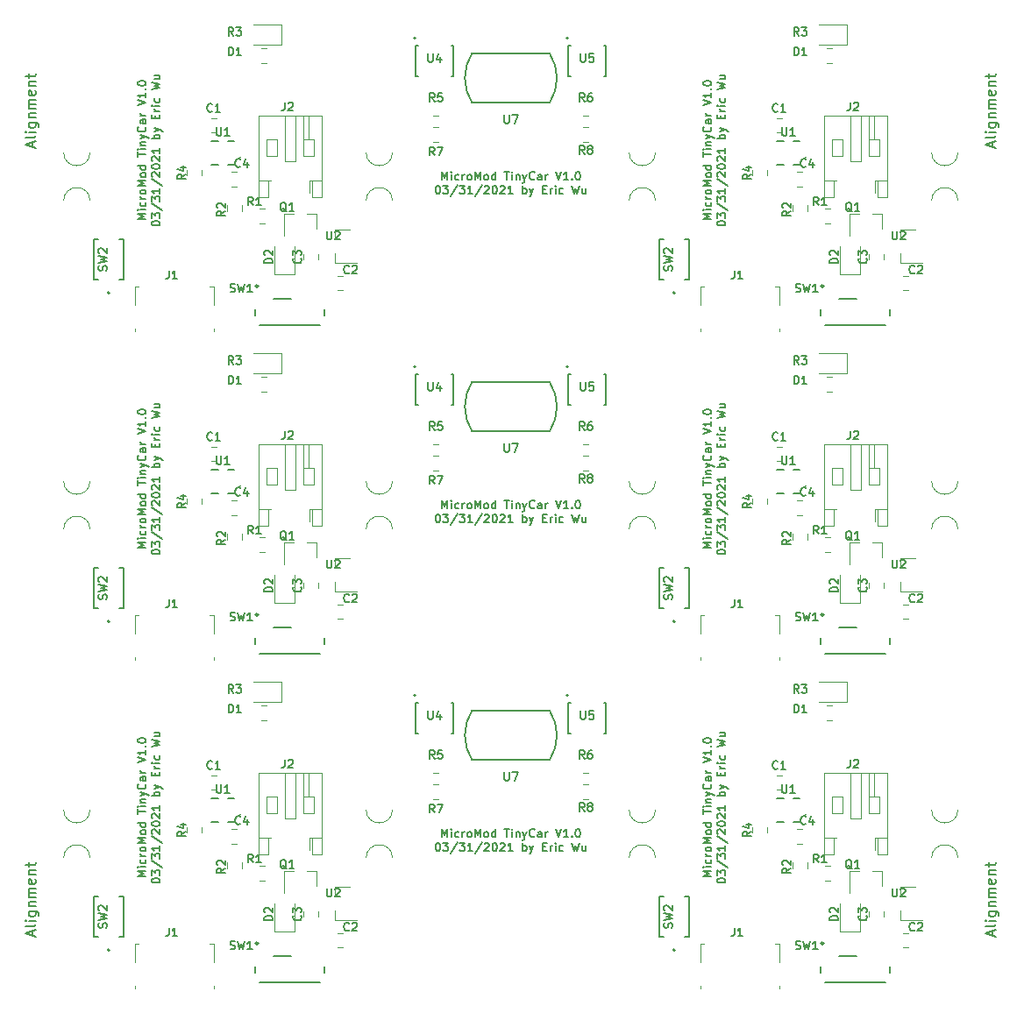
<source format=gbr>
G04 #@! TF.GenerationSoftware,KiCad,Pcbnew,(5.1.2)-2*
G04 #@! TF.CreationDate,2021-03-31T16:43:33-04:00*
G04 #@! TF.ProjectId,MicroMod_tinycar_panelized,4d696372-6f4d-46f6-945f-74696e796361,rev?*
G04 #@! TF.SameCoordinates,Original*
G04 #@! TF.FileFunction,Legend,Top*
G04 #@! TF.FilePolarity,Positive*
%FSLAX46Y46*%
G04 Gerber Fmt 4.6, Leading zero omitted, Abs format (unit mm)*
G04 Created by KiCad (PCBNEW (5.1.2)-2) date 2021-03-31 16:43:33*
%MOMM*%
%LPD*%
G04 APERTURE LIST*
%ADD10C,0.150000*%
%ADD11C,0.120000*%
%ADD12C,0.152400*%
%ADD13C,0.127000*%
%ADD14C,0.200000*%
%ADD15C,0.250000*%
%ADD16C,0.100000*%
%ADD17C,0.153000*%
G04 APERTURE END LIST*
D10*
X166691904Y-124141666D02*
X165891904Y-124141666D01*
X166463333Y-123875000D01*
X165891904Y-123608333D01*
X166691904Y-123608333D01*
X166691904Y-123227380D02*
X166158571Y-123227380D01*
X165891904Y-123227380D02*
X165930000Y-123265476D01*
X165968095Y-123227380D01*
X165930000Y-123189285D01*
X165891904Y-123227380D01*
X165968095Y-123227380D01*
X166653809Y-122503571D02*
X166691904Y-122579761D01*
X166691904Y-122732142D01*
X166653809Y-122808333D01*
X166615714Y-122846428D01*
X166539523Y-122884523D01*
X166310952Y-122884523D01*
X166234761Y-122846428D01*
X166196666Y-122808333D01*
X166158571Y-122732142D01*
X166158571Y-122579761D01*
X166196666Y-122503571D01*
X166691904Y-122160714D02*
X166158571Y-122160714D01*
X166310952Y-122160714D02*
X166234761Y-122122619D01*
X166196666Y-122084523D01*
X166158571Y-122008333D01*
X166158571Y-121932142D01*
X166691904Y-121551190D02*
X166653809Y-121627380D01*
X166615714Y-121665476D01*
X166539523Y-121703571D01*
X166310952Y-121703571D01*
X166234761Y-121665476D01*
X166196666Y-121627380D01*
X166158571Y-121551190D01*
X166158571Y-121436904D01*
X166196666Y-121360714D01*
X166234761Y-121322619D01*
X166310952Y-121284523D01*
X166539523Y-121284523D01*
X166615714Y-121322619D01*
X166653809Y-121360714D01*
X166691904Y-121436904D01*
X166691904Y-121551190D01*
X166691904Y-120941666D02*
X165891904Y-120941666D01*
X166463333Y-120675000D01*
X165891904Y-120408333D01*
X166691904Y-120408333D01*
X166691904Y-119913095D02*
X166653809Y-119989285D01*
X166615714Y-120027380D01*
X166539523Y-120065476D01*
X166310952Y-120065476D01*
X166234761Y-120027380D01*
X166196666Y-119989285D01*
X166158571Y-119913095D01*
X166158571Y-119798809D01*
X166196666Y-119722619D01*
X166234761Y-119684523D01*
X166310952Y-119646428D01*
X166539523Y-119646428D01*
X166615714Y-119684523D01*
X166653809Y-119722619D01*
X166691904Y-119798809D01*
X166691904Y-119913095D01*
X166691904Y-118960714D02*
X165891904Y-118960714D01*
X166653809Y-118960714D02*
X166691904Y-119036904D01*
X166691904Y-119189285D01*
X166653809Y-119265476D01*
X166615714Y-119303571D01*
X166539523Y-119341666D01*
X166310952Y-119341666D01*
X166234761Y-119303571D01*
X166196666Y-119265476D01*
X166158571Y-119189285D01*
X166158571Y-119036904D01*
X166196666Y-118960714D01*
X165891904Y-118084523D02*
X165891904Y-117627380D01*
X166691904Y-117855952D02*
X165891904Y-117855952D01*
X166691904Y-117360714D02*
X166158571Y-117360714D01*
X165891904Y-117360714D02*
X165930000Y-117398809D01*
X165968095Y-117360714D01*
X165930000Y-117322619D01*
X165891904Y-117360714D01*
X165968095Y-117360714D01*
X166158571Y-116979761D02*
X166691904Y-116979761D01*
X166234761Y-116979761D02*
X166196666Y-116941666D01*
X166158571Y-116865476D01*
X166158571Y-116751190D01*
X166196666Y-116675000D01*
X166272857Y-116636904D01*
X166691904Y-116636904D01*
X166158571Y-116332142D02*
X166691904Y-116141666D01*
X166158571Y-115951190D02*
X166691904Y-116141666D01*
X166882380Y-116217857D01*
X166920476Y-116255952D01*
X166958571Y-116332142D01*
X166615714Y-115189285D02*
X166653809Y-115227380D01*
X166691904Y-115341666D01*
X166691904Y-115417857D01*
X166653809Y-115532142D01*
X166577619Y-115608333D01*
X166501428Y-115646428D01*
X166349047Y-115684523D01*
X166234761Y-115684523D01*
X166082380Y-115646428D01*
X166006190Y-115608333D01*
X165930000Y-115532142D01*
X165891904Y-115417857D01*
X165891904Y-115341666D01*
X165930000Y-115227380D01*
X165968095Y-115189285D01*
X166691904Y-114503571D02*
X166272857Y-114503571D01*
X166196666Y-114541666D01*
X166158571Y-114617857D01*
X166158571Y-114770238D01*
X166196666Y-114846428D01*
X166653809Y-114503571D02*
X166691904Y-114579761D01*
X166691904Y-114770238D01*
X166653809Y-114846428D01*
X166577619Y-114884523D01*
X166501428Y-114884523D01*
X166425238Y-114846428D01*
X166387142Y-114770238D01*
X166387142Y-114579761D01*
X166349047Y-114503571D01*
X166691904Y-114122619D02*
X166158571Y-114122619D01*
X166310952Y-114122619D02*
X166234761Y-114084523D01*
X166196666Y-114046428D01*
X166158571Y-113970238D01*
X166158571Y-113894047D01*
X165891904Y-113132142D02*
X166691904Y-112865476D01*
X165891904Y-112598809D01*
X166691904Y-111913095D02*
X166691904Y-112370238D01*
X166691904Y-112141666D02*
X165891904Y-112141666D01*
X166006190Y-112217857D01*
X166082380Y-112294047D01*
X166120476Y-112370238D01*
X166615714Y-111570238D02*
X166653809Y-111532142D01*
X166691904Y-111570238D01*
X166653809Y-111608333D01*
X166615714Y-111570238D01*
X166691904Y-111570238D01*
X165891904Y-111036904D02*
X165891904Y-110960714D01*
X165930000Y-110884523D01*
X165968095Y-110846428D01*
X166044285Y-110808333D01*
X166196666Y-110770238D01*
X166387142Y-110770238D01*
X166539523Y-110808333D01*
X166615714Y-110846428D01*
X166653809Y-110884523D01*
X166691904Y-110960714D01*
X166691904Y-111036904D01*
X166653809Y-111113095D01*
X166615714Y-111151190D01*
X166539523Y-111189285D01*
X166387142Y-111227380D01*
X166196666Y-111227380D01*
X166044285Y-111189285D01*
X165968095Y-111151190D01*
X165930000Y-111113095D01*
X165891904Y-111036904D01*
X167241904Y-124560714D02*
X167241904Y-124484523D01*
X167280000Y-124408333D01*
X167318095Y-124370238D01*
X167394285Y-124332142D01*
X167546666Y-124294047D01*
X167737142Y-124294047D01*
X167889523Y-124332142D01*
X167965714Y-124370238D01*
X168003809Y-124408333D01*
X168041904Y-124484523D01*
X168041904Y-124560714D01*
X168003809Y-124636904D01*
X167965714Y-124675000D01*
X167889523Y-124713095D01*
X167737142Y-124751190D01*
X167546666Y-124751190D01*
X167394285Y-124713095D01*
X167318095Y-124675000D01*
X167280000Y-124636904D01*
X167241904Y-124560714D01*
X167241904Y-124027380D02*
X167241904Y-123532142D01*
X167546666Y-123798809D01*
X167546666Y-123684523D01*
X167584761Y-123608333D01*
X167622857Y-123570238D01*
X167699047Y-123532142D01*
X167889523Y-123532142D01*
X167965714Y-123570238D01*
X168003809Y-123608333D01*
X168041904Y-123684523D01*
X168041904Y-123913095D01*
X168003809Y-123989285D01*
X167965714Y-124027380D01*
X167203809Y-122617857D02*
X168232380Y-123303571D01*
X167241904Y-122427380D02*
X167241904Y-121932142D01*
X167546666Y-122198809D01*
X167546666Y-122084523D01*
X167584761Y-122008333D01*
X167622857Y-121970238D01*
X167699047Y-121932142D01*
X167889523Y-121932142D01*
X167965714Y-121970238D01*
X168003809Y-122008333D01*
X168041904Y-122084523D01*
X168041904Y-122313095D01*
X168003809Y-122389285D01*
X167965714Y-122427380D01*
X168041904Y-121170238D02*
X168041904Y-121627380D01*
X168041904Y-121398809D02*
X167241904Y-121398809D01*
X167356190Y-121475000D01*
X167432380Y-121551190D01*
X167470476Y-121627380D01*
X167203809Y-120255952D02*
X168232380Y-120941666D01*
X167318095Y-120027380D02*
X167280000Y-119989285D01*
X167241904Y-119913095D01*
X167241904Y-119722619D01*
X167280000Y-119646428D01*
X167318095Y-119608333D01*
X167394285Y-119570238D01*
X167470476Y-119570238D01*
X167584761Y-119608333D01*
X168041904Y-120065476D01*
X168041904Y-119570238D01*
X167241904Y-119075000D02*
X167241904Y-118998809D01*
X167280000Y-118922619D01*
X167318095Y-118884523D01*
X167394285Y-118846428D01*
X167546666Y-118808333D01*
X167737142Y-118808333D01*
X167889523Y-118846428D01*
X167965714Y-118884523D01*
X168003809Y-118922619D01*
X168041904Y-118998809D01*
X168041904Y-119075000D01*
X168003809Y-119151190D01*
X167965714Y-119189285D01*
X167889523Y-119227380D01*
X167737142Y-119265476D01*
X167546666Y-119265476D01*
X167394285Y-119227380D01*
X167318095Y-119189285D01*
X167280000Y-119151190D01*
X167241904Y-119075000D01*
X167318095Y-118503571D02*
X167280000Y-118465476D01*
X167241904Y-118389285D01*
X167241904Y-118198809D01*
X167280000Y-118122619D01*
X167318095Y-118084523D01*
X167394285Y-118046428D01*
X167470476Y-118046428D01*
X167584761Y-118084523D01*
X168041904Y-118541666D01*
X168041904Y-118046428D01*
X168041904Y-117284523D02*
X168041904Y-117741666D01*
X168041904Y-117513095D02*
X167241904Y-117513095D01*
X167356190Y-117589285D01*
X167432380Y-117665476D01*
X167470476Y-117741666D01*
X168041904Y-116332142D02*
X167241904Y-116332142D01*
X167546666Y-116332142D02*
X167508571Y-116255952D01*
X167508571Y-116103571D01*
X167546666Y-116027380D01*
X167584761Y-115989285D01*
X167660952Y-115951190D01*
X167889523Y-115951190D01*
X167965714Y-115989285D01*
X168003809Y-116027380D01*
X168041904Y-116103571D01*
X168041904Y-116255952D01*
X168003809Y-116332142D01*
X167508571Y-115684523D02*
X168041904Y-115494047D01*
X167508571Y-115303571D02*
X168041904Y-115494047D01*
X168232380Y-115570238D01*
X168270476Y-115608333D01*
X168308571Y-115684523D01*
X167622857Y-114389285D02*
X167622857Y-114122619D01*
X168041904Y-114008333D02*
X168041904Y-114389285D01*
X167241904Y-114389285D01*
X167241904Y-114008333D01*
X168041904Y-113665476D02*
X167508571Y-113665476D01*
X167660952Y-113665476D02*
X167584761Y-113627380D01*
X167546666Y-113589285D01*
X167508571Y-113513095D01*
X167508571Y-113436904D01*
X168041904Y-113170238D02*
X167508571Y-113170238D01*
X167241904Y-113170238D02*
X167280000Y-113208333D01*
X167318095Y-113170238D01*
X167280000Y-113132142D01*
X167241904Y-113170238D01*
X167318095Y-113170238D01*
X168003809Y-112446428D02*
X168041904Y-112522619D01*
X168041904Y-112675000D01*
X168003809Y-112751190D01*
X167965714Y-112789285D01*
X167889523Y-112827380D01*
X167660952Y-112827380D01*
X167584761Y-112789285D01*
X167546666Y-112751190D01*
X167508571Y-112675000D01*
X167508571Y-112522619D01*
X167546666Y-112446428D01*
X167241904Y-111570238D02*
X168041904Y-111379761D01*
X167470476Y-111227380D01*
X168041904Y-111075000D01*
X167241904Y-110884523D01*
X167508571Y-110236904D02*
X168041904Y-110236904D01*
X167508571Y-110579761D02*
X167927619Y-110579761D01*
X168003809Y-110541666D01*
X168041904Y-110465476D01*
X168041904Y-110351190D01*
X168003809Y-110275000D01*
X167965714Y-110236904D01*
X166691904Y-92391666D02*
X165891904Y-92391666D01*
X166463333Y-92125000D01*
X165891904Y-91858333D01*
X166691904Y-91858333D01*
X166691904Y-91477380D02*
X166158571Y-91477380D01*
X165891904Y-91477380D02*
X165930000Y-91515476D01*
X165968095Y-91477380D01*
X165930000Y-91439285D01*
X165891904Y-91477380D01*
X165968095Y-91477380D01*
X166653809Y-90753571D02*
X166691904Y-90829761D01*
X166691904Y-90982142D01*
X166653809Y-91058333D01*
X166615714Y-91096428D01*
X166539523Y-91134523D01*
X166310952Y-91134523D01*
X166234761Y-91096428D01*
X166196666Y-91058333D01*
X166158571Y-90982142D01*
X166158571Y-90829761D01*
X166196666Y-90753571D01*
X166691904Y-90410714D02*
X166158571Y-90410714D01*
X166310952Y-90410714D02*
X166234761Y-90372619D01*
X166196666Y-90334523D01*
X166158571Y-90258333D01*
X166158571Y-90182142D01*
X166691904Y-89801190D02*
X166653809Y-89877380D01*
X166615714Y-89915476D01*
X166539523Y-89953571D01*
X166310952Y-89953571D01*
X166234761Y-89915476D01*
X166196666Y-89877380D01*
X166158571Y-89801190D01*
X166158571Y-89686904D01*
X166196666Y-89610714D01*
X166234761Y-89572619D01*
X166310952Y-89534523D01*
X166539523Y-89534523D01*
X166615714Y-89572619D01*
X166653809Y-89610714D01*
X166691904Y-89686904D01*
X166691904Y-89801190D01*
X166691904Y-89191666D02*
X165891904Y-89191666D01*
X166463333Y-88925000D01*
X165891904Y-88658333D01*
X166691904Y-88658333D01*
X166691904Y-88163095D02*
X166653809Y-88239285D01*
X166615714Y-88277380D01*
X166539523Y-88315476D01*
X166310952Y-88315476D01*
X166234761Y-88277380D01*
X166196666Y-88239285D01*
X166158571Y-88163095D01*
X166158571Y-88048809D01*
X166196666Y-87972619D01*
X166234761Y-87934523D01*
X166310952Y-87896428D01*
X166539523Y-87896428D01*
X166615714Y-87934523D01*
X166653809Y-87972619D01*
X166691904Y-88048809D01*
X166691904Y-88163095D01*
X166691904Y-87210714D02*
X165891904Y-87210714D01*
X166653809Y-87210714D02*
X166691904Y-87286904D01*
X166691904Y-87439285D01*
X166653809Y-87515476D01*
X166615714Y-87553571D01*
X166539523Y-87591666D01*
X166310952Y-87591666D01*
X166234761Y-87553571D01*
X166196666Y-87515476D01*
X166158571Y-87439285D01*
X166158571Y-87286904D01*
X166196666Y-87210714D01*
X165891904Y-86334523D02*
X165891904Y-85877380D01*
X166691904Y-86105952D02*
X165891904Y-86105952D01*
X166691904Y-85610714D02*
X166158571Y-85610714D01*
X165891904Y-85610714D02*
X165930000Y-85648809D01*
X165968095Y-85610714D01*
X165930000Y-85572619D01*
X165891904Y-85610714D01*
X165968095Y-85610714D01*
X166158571Y-85229761D02*
X166691904Y-85229761D01*
X166234761Y-85229761D02*
X166196666Y-85191666D01*
X166158571Y-85115476D01*
X166158571Y-85001190D01*
X166196666Y-84925000D01*
X166272857Y-84886904D01*
X166691904Y-84886904D01*
X166158571Y-84582142D02*
X166691904Y-84391666D01*
X166158571Y-84201190D02*
X166691904Y-84391666D01*
X166882380Y-84467857D01*
X166920476Y-84505952D01*
X166958571Y-84582142D01*
X166615714Y-83439285D02*
X166653809Y-83477380D01*
X166691904Y-83591666D01*
X166691904Y-83667857D01*
X166653809Y-83782142D01*
X166577619Y-83858333D01*
X166501428Y-83896428D01*
X166349047Y-83934523D01*
X166234761Y-83934523D01*
X166082380Y-83896428D01*
X166006190Y-83858333D01*
X165930000Y-83782142D01*
X165891904Y-83667857D01*
X165891904Y-83591666D01*
X165930000Y-83477380D01*
X165968095Y-83439285D01*
X166691904Y-82753571D02*
X166272857Y-82753571D01*
X166196666Y-82791666D01*
X166158571Y-82867857D01*
X166158571Y-83020238D01*
X166196666Y-83096428D01*
X166653809Y-82753571D02*
X166691904Y-82829761D01*
X166691904Y-83020238D01*
X166653809Y-83096428D01*
X166577619Y-83134523D01*
X166501428Y-83134523D01*
X166425238Y-83096428D01*
X166387142Y-83020238D01*
X166387142Y-82829761D01*
X166349047Y-82753571D01*
X166691904Y-82372619D02*
X166158571Y-82372619D01*
X166310952Y-82372619D02*
X166234761Y-82334523D01*
X166196666Y-82296428D01*
X166158571Y-82220238D01*
X166158571Y-82144047D01*
X165891904Y-81382142D02*
X166691904Y-81115476D01*
X165891904Y-80848809D01*
X166691904Y-80163095D02*
X166691904Y-80620238D01*
X166691904Y-80391666D02*
X165891904Y-80391666D01*
X166006190Y-80467857D01*
X166082380Y-80544047D01*
X166120476Y-80620238D01*
X166615714Y-79820238D02*
X166653809Y-79782142D01*
X166691904Y-79820238D01*
X166653809Y-79858333D01*
X166615714Y-79820238D01*
X166691904Y-79820238D01*
X165891904Y-79286904D02*
X165891904Y-79210714D01*
X165930000Y-79134523D01*
X165968095Y-79096428D01*
X166044285Y-79058333D01*
X166196666Y-79020238D01*
X166387142Y-79020238D01*
X166539523Y-79058333D01*
X166615714Y-79096428D01*
X166653809Y-79134523D01*
X166691904Y-79210714D01*
X166691904Y-79286904D01*
X166653809Y-79363095D01*
X166615714Y-79401190D01*
X166539523Y-79439285D01*
X166387142Y-79477380D01*
X166196666Y-79477380D01*
X166044285Y-79439285D01*
X165968095Y-79401190D01*
X165930000Y-79363095D01*
X165891904Y-79286904D01*
X167241904Y-92810714D02*
X167241904Y-92734523D01*
X167280000Y-92658333D01*
X167318095Y-92620238D01*
X167394285Y-92582142D01*
X167546666Y-92544047D01*
X167737142Y-92544047D01*
X167889523Y-92582142D01*
X167965714Y-92620238D01*
X168003809Y-92658333D01*
X168041904Y-92734523D01*
X168041904Y-92810714D01*
X168003809Y-92886904D01*
X167965714Y-92925000D01*
X167889523Y-92963095D01*
X167737142Y-93001190D01*
X167546666Y-93001190D01*
X167394285Y-92963095D01*
X167318095Y-92925000D01*
X167280000Y-92886904D01*
X167241904Y-92810714D01*
X167241904Y-92277380D02*
X167241904Y-91782142D01*
X167546666Y-92048809D01*
X167546666Y-91934523D01*
X167584761Y-91858333D01*
X167622857Y-91820238D01*
X167699047Y-91782142D01*
X167889523Y-91782142D01*
X167965714Y-91820238D01*
X168003809Y-91858333D01*
X168041904Y-91934523D01*
X168041904Y-92163095D01*
X168003809Y-92239285D01*
X167965714Y-92277380D01*
X167203809Y-90867857D02*
X168232380Y-91553571D01*
X167241904Y-90677380D02*
X167241904Y-90182142D01*
X167546666Y-90448809D01*
X167546666Y-90334523D01*
X167584761Y-90258333D01*
X167622857Y-90220238D01*
X167699047Y-90182142D01*
X167889523Y-90182142D01*
X167965714Y-90220238D01*
X168003809Y-90258333D01*
X168041904Y-90334523D01*
X168041904Y-90563095D01*
X168003809Y-90639285D01*
X167965714Y-90677380D01*
X168041904Y-89420238D02*
X168041904Y-89877380D01*
X168041904Y-89648809D02*
X167241904Y-89648809D01*
X167356190Y-89725000D01*
X167432380Y-89801190D01*
X167470476Y-89877380D01*
X167203809Y-88505952D02*
X168232380Y-89191666D01*
X167318095Y-88277380D02*
X167280000Y-88239285D01*
X167241904Y-88163095D01*
X167241904Y-87972619D01*
X167280000Y-87896428D01*
X167318095Y-87858333D01*
X167394285Y-87820238D01*
X167470476Y-87820238D01*
X167584761Y-87858333D01*
X168041904Y-88315476D01*
X168041904Y-87820238D01*
X167241904Y-87325000D02*
X167241904Y-87248809D01*
X167280000Y-87172619D01*
X167318095Y-87134523D01*
X167394285Y-87096428D01*
X167546666Y-87058333D01*
X167737142Y-87058333D01*
X167889523Y-87096428D01*
X167965714Y-87134523D01*
X168003809Y-87172619D01*
X168041904Y-87248809D01*
X168041904Y-87325000D01*
X168003809Y-87401190D01*
X167965714Y-87439285D01*
X167889523Y-87477380D01*
X167737142Y-87515476D01*
X167546666Y-87515476D01*
X167394285Y-87477380D01*
X167318095Y-87439285D01*
X167280000Y-87401190D01*
X167241904Y-87325000D01*
X167318095Y-86753571D02*
X167280000Y-86715476D01*
X167241904Y-86639285D01*
X167241904Y-86448809D01*
X167280000Y-86372619D01*
X167318095Y-86334523D01*
X167394285Y-86296428D01*
X167470476Y-86296428D01*
X167584761Y-86334523D01*
X168041904Y-86791666D01*
X168041904Y-86296428D01*
X168041904Y-85534523D02*
X168041904Y-85991666D01*
X168041904Y-85763095D02*
X167241904Y-85763095D01*
X167356190Y-85839285D01*
X167432380Y-85915476D01*
X167470476Y-85991666D01*
X168041904Y-84582142D02*
X167241904Y-84582142D01*
X167546666Y-84582142D02*
X167508571Y-84505952D01*
X167508571Y-84353571D01*
X167546666Y-84277380D01*
X167584761Y-84239285D01*
X167660952Y-84201190D01*
X167889523Y-84201190D01*
X167965714Y-84239285D01*
X168003809Y-84277380D01*
X168041904Y-84353571D01*
X168041904Y-84505952D01*
X168003809Y-84582142D01*
X167508571Y-83934523D02*
X168041904Y-83744047D01*
X167508571Y-83553571D02*
X168041904Y-83744047D01*
X168232380Y-83820238D01*
X168270476Y-83858333D01*
X168308571Y-83934523D01*
X167622857Y-82639285D02*
X167622857Y-82372619D01*
X168041904Y-82258333D02*
X168041904Y-82639285D01*
X167241904Y-82639285D01*
X167241904Y-82258333D01*
X168041904Y-81915476D02*
X167508571Y-81915476D01*
X167660952Y-81915476D02*
X167584761Y-81877380D01*
X167546666Y-81839285D01*
X167508571Y-81763095D01*
X167508571Y-81686904D01*
X168041904Y-81420238D02*
X167508571Y-81420238D01*
X167241904Y-81420238D02*
X167280000Y-81458333D01*
X167318095Y-81420238D01*
X167280000Y-81382142D01*
X167241904Y-81420238D01*
X167318095Y-81420238D01*
X168003809Y-80696428D02*
X168041904Y-80772619D01*
X168041904Y-80925000D01*
X168003809Y-81001190D01*
X167965714Y-81039285D01*
X167889523Y-81077380D01*
X167660952Y-81077380D01*
X167584761Y-81039285D01*
X167546666Y-81001190D01*
X167508571Y-80925000D01*
X167508571Y-80772619D01*
X167546666Y-80696428D01*
X167241904Y-79820238D02*
X168041904Y-79629761D01*
X167470476Y-79477380D01*
X168041904Y-79325000D01*
X167241904Y-79134523D01*
X167508571Y-78486904D02*
X168041904Y-78486904D01*
X167508571Y-78829761D02*
X167927619Y-78829761D01*
X168003809Y-78791666D01*
X168041904Y-78715476D01*
X168041904Y-78601190D01*
X168003809Y-78525000D01*
X167965714Y-78486904D01*
X166691904Y-60641666D02*
X165891904Y-60641666D01*
X166463333Y-60375000D01*
X165891904Y-60108333D01*
X166691904Y-60108333D01*
X166691904Y-59727380D02*
X166158571Y-59727380D01*
X165891904Y-59727380D02*
X165930000Y-59765476D01*
X165968095Y-59727380D01*
X165930000Y-59689285D01*
X165891904Y-59727380D01*
X165968095Y-59727380D01*
X166653809Y-59003571D02*
X166691904Y-59079761D01*
X166691904Y-59232142D01*
X166653809Y-59308333D01*
X166615714Y-59346428D01*
X166539523Y-59384523D01*
X166310952Y-59384523D01*
X166234761Y-59346428D01*
X166196666Y-59308333D01*
X166158571Y-59232142D01*
X166158571Y-59079761D01*
X166196666Y-59003571D01*
X166691904Y-58660714D02*
X166158571Y-58660714D01*
X166310952Y-58660714D02*
X166234761Y-58622619D01*
X166196666Y-58584523D01*
X166158571Y-58508333D01*
X166158571Y-58432142D01*
X166691904Y-58051190D02*
X166653809Y-58127380D01*
X166615714Y-58165476D01*
X166539523Y-58203571D01*
X166310952Y-58203571D01*
X166234761Y-58165476D01*
X166196666Y-58127380D01*
X166158571Y-58051190D01*
X166158571Y-57936904D01*
X166196666Y-57860714D01*
X166234761Y-57822619D01*
X166310952Y-57784523D01*
X166539523Y-57784523D01*
X166615714Y-57822619D01*
X166653809Y-57860714D01*
X166691904Y-57936904D01*
X166691904Y-58051190D01*
X166691904Y-57441666D02*
X165891904Y-57441666D01*
X166463333Y-57175000D01*
X165891904Y-56908333D01*
X166691904Y-56908333D01*
X166691904Y-56413095D02*
X166653809Y-56489285D01*
X166615714Y-56527380D01*
X166539523Y-56565476D01*
X166310952Y-56565476D01*
X166234761Y-56527380D01*
X166196666Y-56489285D01*
X166158571Y-56413095D01*
X166158571Y-56298809D01*
X166196666Y-56222619D01*
X166234761Y-56184523D01*
X166310952Y-56146428D01*
X166539523Y-56146428D01*
X166615714Y-56184523D01*
X166653809Y-56222619D01*
X166691904Y-56298809D01*
X166691904Y-56413095D01*
X166691904Y-55460714D02*
X165891904Y-55460714D01*
X166653809Y-55460714D02*
X166691904Y-55536904D01*
X166691904Y-55689285D01*
X166653809Y-55765476D01*
X166615714Y-55803571D01*
X166539523Y-55841666D01*
X166310952Y-55841666D01*
X166234761Y-55803571D01*
X166196666Y-55765476D01*
X166158571Y-55689285D01*
X166158571Y-55536904D01*
X166196666Y-55460714D01*
X165891904Y-54584523D02*
X165891904Y-54127380D01*
X166691904Y-54355952D02*
X165891904Y-54355952D01*
X166691904Y-53860714D02*
X166158571Y-53860714D01*
X165891904Y-53860714D02*
X165930000Y-53898809D01*
X165968095Y-53860714D01*
X165930000Y-53822619D01*
X165891904Y-53860714D01*
X165968095Y-53860714D01*
X166158571Y-53479761D02*
X166691904Y-53479761D01*
X166234761Y-53479761D02*
X166196666Y-53441666D01*
X166158571Y-53365476D01*
X166158571Y-53251190D01*
X166196666Y-53175000D01*
X166272857Y-53136904D01*
X166691904Y-53136904D01*
X166158571Y-52832142D02*
X166691904Y-52641666D01*
X166158571Y-52451190D02*
X166691904Y-52641666D01*
X166882380Y-52717857D01*
X166920476Y-52755952D01*
X166958571Y-52832142D01*
X166615714Y-51689285D02*
X166653809Y-51727380D01*
X166691904Y-51841666D01*
X166691904Y-51917857D01*
X166653809Y-52032142D01*
X166577619Y-52108333D01*
X166501428Y-52146428D01*
X166349047Y-52184523D01*
X166234761Y-52184523D01*
X166082380Y-52146428D01*
X166006190Y-52108333D01*
X165930000Y-52032142D01*
X165891904Y-51917857D01*
X165891904Y-51841666D01*
X165930000Y-51727380D01*
X165968095Y-51689285D01*
X166691904Y-51003571D02*
X166272857Y-51003571D01*
X166196666Y-51041666D01*
X166158571Y-51117857D01*
X166158571Y-51270238D01*
X166196666Y-51346428D01*
X166653809Y-51003571D02*
X166691904Y-51079761D01*
X166691904Y-51270238D01*
X166653809Y-51346428D01*
X166577619Y-51384523D01*
X166501428Y-51384523D01*
X166425238Y-51346428D01*
X166387142Y-51270238D01*
X166387142Y-51079761D01*
X166349047Y-51003571D01*
X166691904Y-50622619D02*
X166158571Y-50622619D01*
X166310952Y-50622619D02*
X166234761Y-50584523D01*
X166196666Y-50546428D01*
X166158571Y-50470238D01*
X166158571Y-50394047D01*
X165891904Y-49632142D02*
X166691904Y-49365476D01*
X165891904Y-49098809D01*
X166691904Y-48413095D02*
X166691904Y-48870238D01*
X166691904Y-48641666D02*
X165891904Y-48641666D01*
X166006190Y-48717857D01*
X166082380Y-48794047D01*
X166120476Y-48870238D01*
X166615714Y-48070238D02*
X166653809Y-48032142D01*
X166691904Y-48070238D01*
X166653809Y-48108333D01*
X166615714Y-48070238D01*
X166691904Y-48070238D01*
X165891904Y-47536904D02*
X165891904Y-47460714D01*
X165930000Y-47384523D01*
X165968095Y-47346428D01*
X166044285Y-47308333D01*
X166196666Y-47270238D01*
X166387142Y-47270238D01*
X166539523Y-47308333D01*
X166615714Y-47346428D01*
X166653809Y-47384523D01*
X166691904Y-47460714D01*
X166691904Y-47536904D01*
X166653809Y-47613095D01*
X166615714Y-47651190D01*
X166539523Y-47689285D01*
X166387142Y-47727380D01*
X166196666Y-47727380D01*
X166044285Y-47689285D01*
X165968095Y-47651190D01*
X165930000Y-47613095D01*
X165891904Y-47536904D01*
X167241904Y-61060714D02*
X167241904Y-60984523D01*
X167280000Y-60908333D01*
X167318095Y-60870238D01*
X167394285Y-60832142D01*
X167546666Y-60794047D01*
X167737142Y-60794047D01*
X167889523Y-60832142D01*
X167965714Y-60870238D01*
X168003809Y-60908333D01*
X168041904Y-60984523D01*
X168041904Y-61060714D01*
X168003809Y-61136904D01*
X167965714Y-61175000D01*
X167889523Y-61213095D01*
X167737142Y-61251190D01*
X167546666Y-61251190D01*
X167394285Y-61213095D01*
X167318095Y-61175000D01*
X167280000Y-61136904D01*
X167241904Y-61060714D01*
X167241904Y-60527380D02*
X167241904Y-60032142D01*
X167546666Y-60298809D01*
X167546666Y-60184523D01*
X167584761Y-60108333D01*
X167622857Y-60070238D01*
X167699047Y-60032142D01*
X167889523Y-60032142D01*
X167965714Y-60070238D01*
X168003809Y-60108333D01*
X168041904Y-60184523D01*
X168041904Y-60413095D01*
X168003809Y-60489285D01*
X167965714Y-60527380D01*
X167203809Y-59117857D02*
X168232380Y-59803571D01*
X167241904Y-58927380D02*
X167241904Y-58432142D01*
X167546666Y-58698809D01*
X167546666Y-58584523D01*
X167584761Y-58508333D01*
X167622857Y-58470238D01*
X167699047Y-58432142D01*
X167889523Y-58432142D01*
X167965714Y-58470238D01*
X168003809Y-58508333D01*
X168041904Y-58584523D01*
X168041904Y-58813095D01*
X168003809Y-58889285D01*
X167965714Y-58927380D01*
X168041904Y-57670238D02*
X168041904Y-58127380D01*
X168041904Y-57898809D02*
X167241904Y-57898809D01*
X167356190Y-57975000D01*
X167432380Y-58051190D01*
X167470476Y-58127380D01*
X167203809Y-56755952D02*
X168232380Y-57441666D01*
X167318095Y-56527380D02*
X167280000Y-56489285D01*
X167241904Y-56413095D01*
X167241904Y-56222619D01*
X167280000Y-56146428D01*
X167318095Y-56108333D01*
X167394285Y-56070238D01*
X167470476Y-56070238D01*
X167584761Y-56108333D01*
X168041904Y-56565476D01*
X168041904Y-56070238D01*
X167241904Y-55575000D02*
X167241904Y-55498809D01*
X167280000Y-55422619D01*
X167318095Y-55384523D01*
X167394285Y-55346428D01*
X167546666Y-55308333D01*
X167737142Y-55308333D01*
X167889523Y-55346428D01*
X167965714Y-55384523D01*
X168003809Y-55422619D01*
X168041904Y-55498809D01*
X168041904Y-55575000D01*
X168003809Y-55651190D01*
X167965714Y-55689285D01*
X167889523Y-55727380D01*
X167737142Y-55765476D01*
X167546666Y-55765476D01*
X167394285Y-55727380D01*
X167318095Y-55689285D01*
X167280000Y-55651190D01*
X167241904Y-55575000D01*
X167318095Y-55003571D02*
X167280000Y-54965476D01*
X167241904Y-54889285D01*
X167241904Y-54698809D01*
X167280000Y-54622619D01*
X167318095Y-54584523D01*
X167394285Y-54546428D01*
X167470476Y-54546428D01*
X167584761Y-54584523D01*
X168041904Y-55041666D01*
X168041904Y-54546428D01*
X168041904Y-53784523D02*
X168041904Y-54241666D01*
X168041904Y-54013095D02*
X167241904Y-54013095D01*
X167356190Y-54089285D01*
X167432380Y-54165476D01*
X167470476Y-54241666D01*
X168041904Y-52832142D02*
X167241904Y-52832142D01*
X167546666Y-52832142D02*
X167508571Y-52755952D01*
X167508571Y-52603571D01*
X167546666Y-52527380D01*
X167584761Y-52489285D01*
X167660952Y-52451190D01*
X167889523Y-52451190D01*
X167965714Y-52489285D01*
X168003809Y-52527380D01*
X168041904Y-52603571D01*
X168041904Y-52755952D01*
X168003809Y-52832142D01*
X167508571Y-52184523D02*
X168041904Y-51994047D01*
X167508571Y-51803571D02*
X168041904Y-51994047D01*
X168232380Y-52070238D01*
X168270476Y-52108333D01*
X168308571Y-52184523D01*
X167622857Y-50889285D02*
X167622857Y-50622619D01*
X168041904Y-50508333D02*
X168041904Y-50889285D01*
X167241904Y-50889285D01*
X167241904Y-50508333D01*
X168041904Y-50165476D02*
X167508571Y-50165476D01*
X167660952Y-50165476D02*
X167584761Y-50127380D01*
X167546666Y-50089285D01*
X167508571Y-50013095D01*
X167508571Y-49936904D01*
X168041904Y-49670238D02*
X167508571Y-49670238D01*
X167241904Y-49670238D02*
X167280000Y-49708333D01*
X167318095Y-49670238D01*
X167280000Y-49632142D01*
X167241904Y-49670238D01*
X167318095Y-49670238D01*
X168003809Y-48946428D02*
X168041904Y-49022619D01*
X168041904Y-49175000D01*
X168003809Y-49251190D01*
X167965714Y-49289285D01*
X167889523Y-49327380D01*
X167660952Y-49327380D01*
X167584761Y-49289285D01*
X167546666Y-49251190D01*
X167508571Y-49175000D01*
X167508571Y-49022619D01*
X167546666Y-48946428D01*
X167241904Y-48070238D02*
X168041904Y-47879761D01*
X167470476Y-47727380D01*
X168041904Y-47575000D01*
X167241904Y-47384523D01*
X167508571Y-46736904D02*
X168041904Y-46736904D01*
X167508571Y-47079761D02*
X167927619Y-47079761D01*
X168003809Y-47041666D01*
X168041904Y-46965476D01*
X168041904Y-46851190D01*
X168003809Y-46775000D01*
X167965714Y-46736904D01*
X112081904Y-60641666D02*
X111281904Y-60641666D01*
X111853333Y-60375000D01*
X111281904Y-60108333D01*
X112081904Y-60108333D01*
X112081904Y-59727380D02*
X111548571Y-59727380D01*
X111281904Y-59727380D02*
X111320000Y-59765476D01*
X111358095Y-59727380D01*
X111320000Y-59689285D01*
X111281904Y-59727380D01*
X111358095Y-59727380D01*
X112043809Y-59003571D02*
X112081904Y-59079761D01*
X112081904Y-59232142D01*
X112043809Y-59308333D01*
X112005714Y-59346428D01*
X111929523Y-59384523D01*
X111700952Y-59384523D01*
X111624761Y-59346428D01*
X111586666Y-59308333D01*
X111548571Y-59232142D01*
X111548571Y-59079761D01*
X111586666Y-59003571D01*
X112081904Y-58660714D02*
X111548571Y-58660714D01*
X111700952Y-58660714D02*
X111624761Y-58622619D01*
X111586666Y-58584523D01*
X111548571Y-58508333D01*
X111548571Y-58432142D01*
X112081904Y-58051190D02*
X112043809Y-58127380D01*
X112005714Y-58165476D01*
X111929523Y-58203571D01*
X111700952Y-58203571D01*
X111624761Y-58165476D01*
X111586666Y-58127380D01*
X111548571Y-58051190D01*
X111548571Y-57936904D01*
X111586666Y-57860714D01*
X111624761Y-57822619D01*
X111700952Y-57784523D01*
X111929523Y-57784523D01*
X112005714Y-57822619D01*
X112043809Y-57860714D01*
X112081904Y-57936904D01*
X112081904Y-58051190D01*
X112081904Y-57441666D02*
X111281904Y-57441666D01*
X111853333Y-57175000D01*
X111281904Y-56908333D01*
X112081904Y-56908333D01*
X112081904Y-56413095D02*
X112043809Y-56489285D01*
X112005714Y-56527380D01*
X111929523Y-56565476D01*
X111700952Y-56565476D01*
X111624761Y-56527380D01*
X111586666Y-56489285D01*
X111548571Y-56413095D01*
X111548571Y-56298809D01*
X111586666Y-56222619D01*
X111624761Y-56184523D01*
X111700952Y-56146428D01*
X111929523Y-56146428D01*
X112005714Y-56184523D01*
X112043809Y-56222619D01*
X112081904Y-56298809D01*
X112081904Y-56413095D01*
X112081904Y-55460714D02*
X111281904Y-55460714D01*
X112043809Y-55460714D02*
X112081904Y-55536904D01*
X112081904Y-55689285D01*
X112043809Y-55765476D01*
X112005714Y-55803571D01*
X111929523Y-55841666D01*
X111700952Y-55841666D01*
X111624761Y-55803571D01*
X111586666Y-55765476D01*
X111548571Y-55689285D01*
X111548571Y-55536904D01*
X111586666Y-55460714D01*
X111281904Y-54584523D02*
X111281904Y-54127380D01*
X112081904Y-54355952D02*
X111281904Y-54355952D01*
X112081904Y-53860714D02*
X111548571Y-53860714D01*
X111281904Y-53860714D02*
X111320000Y-53898809D01*
X111358095Y-53860714D01*
X111320000Y-53822619D01*
X111281904Y-53860714D01*
X111358095Y-53860714D01*
X111548571Y-53479761D02*
X112081904Y-53479761D01*
X111624761Y-53479761D02*
X111586666Y-53441666D01*
X111548571Y-53365476D01*
X111548571Y-53251190D01*
X111586666Y-53175000D01*
X111662857Y-53136904D01*
X112081904Y-53136904D01*
X111548571Y-52832142D02*
X112081904Y-52641666D01*
X111548571Y-52451190D02*
X112081904Y-52641666D01*
X112272380Y-52717857D01*
X112310476Y-52755952D01*
X112348571Y-52832142D01*
X112005714Y-51689285D02*
X112043809Y-51727380D01*
X112081904Y-51841666D01*
X112081904Y-51917857D01*
X112043809Y-52032142D01*
X111967619Y-52108333D01*
X111891428Y-52146428D01*
X111739047Y-52184523D01*
X111624761Y-52184523D01*
X111472380Y-52146428D01*
X111396190Y-52108333D01*
X111320000Y-52032142D01*
X111281904Y-51917857D01*
X111281904Y-51841666D01*
X111320000Y-51727380D01*
X111358095Y-51689285D01*
X112081904Y-51003571D02*
X111662857Y-51003571D01*
X111586666Y-51041666D01*
X111548571Y-51117857D01*
X111548571Y-51270238D01*
X111586666Y-51346428D01*
X112043809Y-51003571D02*
X112081904Y-51079761D01*
X112081904Y-51270238D01*
X112043809Y-51346428D01*
X111967619Y-51384523D01*
X111891428Y-51384523D01*
X111815238Y-51346428D01*
X111777142Y-51270238D01*
X111777142Y-51079761D01*
X111739047Y-51003571D01*
X112081904Y-50622619D02*
X111548571Y-50622619D01*
X111700952Y-50622619D02*
X111624761Y-50584523D01*
X111586666Y-50546428D01*
X111548571Y-50470238D01*
X111548571Y-50394047D01*
X111281904Y-49632142D02*
X112081904Y-49365476D01*
X111281904Y-49098809D01*
X112081904Y-48413095D02*
X112081904Y-48870238D01*
X112081904Y-48641666D02*
X111281904Y-48641666D01*
X111396190Y-48717857D01*
X111472380Y-48794047D01*
X111510476Y-48870238D01*
X112005714Y-48070238D02*
X112043809Y-48032142D01*
X112081904Y-48070238D01*
X112043809Y-48108333D01*
X112005714Y-48070238D01*
X112081904Y-48070238D01*
X111281904Y-47536904D02*
X111281904Y-47460714D01*
X111320000Y-47384523D01*
X111358095Y-47346428D01*
X111434285Y-47308333D01*
X111586666Y-47270238D01*
X111777142Y-47270238D01*
X111929523Y-47308333D01*
X112005714Y-47346428D01*
X112043809Y-47384523D01*
X112081904Y-47460714D01*
X112081904Y-47536904D01*
X112043809Y-47613095D01*
X112005714Y-47651190D01*
X111929523Y-47689285D01*
X111777142Y-47727380D01*
X111586666Y-47727380D01*
X111434285Y-47689285D01*
X111358095Y-47651190D01*
X111320000Y-47613095D01*
X111281904Y-47536904D01*
X112631904Y-61060714D02*
X112631904Y-60984523D01*
X112670000Y-60908333D01*
X112708095Y-60870238D01*
X112784285Y-60832142D01*
X112936666Y-60794047D01*
X113127142Y-60794047D01*
X113279523Y-60832142D01*
X113355714Y-60870238D01*
X113393809Y-60908333D01*
X113431904Y-60984523D01*
X113431904Y-61060714D01*
X113393809Y-61136904D01*
X113355714Y-61175000D01*
X113279523Y-61213095D01*
X113127142Y-61251190D01*
X112936666Y-61251190D01*
X112784285Y-61213095D01*
X112708095Y-61175000D01*
X112670000Y-61136904D01*
X112631904Y-61060714D01*
X112631904Y-60527380D02*
X112631904Y-60032142D01*
X112936666Y-60298809D01*
X112936666Y-60184523D01*
X112974761Y-60108333D01*
X113012857Y-60070238D01*
X113089047Y-60032142D01*
X113279523Y-60032142D01*
X113355714Y-60070238D01*
X113393809Y-60108333D01*
X113431904Y-60184523D01*
X113431904Y-60413095D01*
X113393809Y-60489285D01*
X113355714Y-60527380D01*
X112593809Y-59117857D02*
X113622380Y-59803571D01*
X112631904Y-58927380D02*
X112631904Y-58432142D01*
X112936666Y-58698809D01*
X112936666Y-58584523D01*
X112974761Y-58508333D01*
X113012857Y-58470238D01*
X113089047Y-58432142D01*
X113279523Y-58432142D01*
X113355714Y-58470238D01*
X113393809Y-58508333D01*
X113431904Y-58584523D01*
X113431904Y-58813095D01*
X113393809Y-58889285D01*
X113355714Y-58927380D01*
X113431904Y-57670238D02*
X113431904Y-58127380D01*
X113431904Y-57898809D02*
X112631904Y-57898809D01*
X112746190Y-57975000D01*
X112822380Y-58051190D01*
X112860476Y-58127380D01*
X112593809Y-56755952D02*
X113622380Y-57441666D01*
X112708095Y-56527380D02*
X112670000Y-56489285D01*
X112631904Y-56413095D01*
X112631904Y-56222619D01*
X112670000Y-56146428D01*
X112708095Y-56108333D01*
X112784285Y-56070238D01*
X112860476Y-56070238D01*
X112974761Y-56108333D01*
X113431904Y-56565476D01*
X113431904Y-56070238D01*
X112631904Y-55575000D02*
X112631904Y-55498809D01*
X112670000Y-55422619D01*
X112708095Y-55384523D01*
X112784285Y-55346428D01*
X112936666Y-55308333D01*
X113127142Y-55308333D01*
X113279523Y-55346428D01*
X113355714Y-55384523D01*
X113393809Y-55422619D01*
X113431904Y-55498809D01*
X113431904Y-55575000D01*
X113393809Y-55651190D01*
X113355714Y-55689285D01*
X113279523Y-55727380D01*
X113127142Y-55765476D01*
X112936666Y-55765476D01*
X112784285Y-55727380D01*
X112708095Y-55689285D01*
X112670000Y-55651190D01*
X112631904Y-55575000D01*
X112708095Y-55003571D02*
X112670000Y-54965476D01*
X112631904Y-54889285D01*
X112631904Y-54698809D01*
X112670000Y-54622619D01*
X112708095Y-54584523D01*
X112784285Y-54546428D01*
X112860476Y-54546428D01*
X112974761Y-54584523D01*
X113431904Y-55041666D01*
X113431904Y-54546428D01*
X113431904Y-53784523D02*
X113431904Y-54241666D01*
X113431904Y-54013095D02*
X112631904Y-54013095D01*
X112746190Y-54089285D01*
X112822380Y-54165476D01*
X112860476Y-54241666D01*
X113431904Y-52832142D02*
X112631904Y-52832142D01*
X112936666Y-52832142D02*
X112898571Y-52755952D01*
X112898571Y-52603571D01*
X112936666Y-52527380D01*
X112974761Y-52489285D01*
X113050952Y-52451190D01*
X113279523Y-52451190D01*
X113355714Y-52489285D01*
X113393809Y-52527380D01*
X113431904Y-52603571D01*
X113431904Y-52755952D01*
X113393809Y-52832142D01*
X112898571Y-52184523D02*
X113431904Y-51994047D01*
X112898571Y-51803571D02*
X113431904Y-51994047D01*
X113622380Y-52070238D01*
X113660476Y-52108333D01*
X113698571Y-52184523D01*
X113012857Y-50889285D02*
X113012857Y-50622619D01*
X113431904Y-50508333D02*
X113431904Y-50889285D01*
X112631904Y-50889285D01*
X112631904Y-50508333D01*
X113431904Y-50165476D02*
X112898571Y-50165476D01*
X113050952Y-50165476D02*
X112974761Y-50127380D01*
X112936666Y-50089285D01*
X112898571Y-50013095D01*
X112898571Y-49936904D01*
X113431904Y-49670238D02*
X112898571Y-49670238D01*
X112631904Y-49670238D02*
X112670000Y-49708333D01*
X112708095Y-49670238D01*
X112670000Y-49632142D01*
X112631904Y-49670238D01*
X112708095Y-49670238D01*
X113393809Y-48946428D02*
X113431904Y-49022619D01*
X113431904Y-49175000D01*
X113393809Y-49251190D01*
X113355714Y-49289285D01*
X113279523Y-49327380D01*
X113050952Y-49327380D01*
X112974761Y-49289285D01*
X112936666Y-49251190D01*
X112898571Y-49175000D01*
X112898571Y-49022619D01*
X112936666Y-48946428D01*
X112631904Y-48070238D02*
X113431904Y-47879761D01*
X112860476Y-47727380D01*
X113431904Y-47575000D01*
X112631904Y-47384523D01*
X112898571Y-46736904D02*
X113431904Y-46736904D01*
X112898571Y-47079761D02*
X113317619Y-47079761D01*
X113393809Y-47041666D01*
X113431904Y-46965476D01*
X113431904Y-46851190D01*
X113393809Y-46775000D01*
X113355714Y-46736904D01*
X112081904Y-92391666D02*
X111281904Y-92391666D01*
X111853333Y-92125000D01*
X111281904Y-91858333D01*
X112081904Y-91858333D01*
X112081904Y-91477380D02*
X111548571Y-91477380D01*
X111281904Y-91477380D02*
X111320000Y-91515476D01*
X111358095Y-91477380D01*
X111320000Y-91439285D01*
X111281904Y-91477380D01*
X111358095Y-91477380D01*
X112043809Y-90753571D02*
X112081904Y-90829761D01*
X112081904Y-90982142D01*
X112043809Y-91058333D01*
X112005714Y-91096428D01*
X111929523Y-91134523D01*
X111700952Y-91134523D01*
X111624761Y-91096428D01*
X111586666Y-91058333D01*
X111548571Y-90982142D01*
X111548571Y-90829761D01*
X111586666Y-90753571D01*
X112081904Y-90410714D02*
X111548571Y-90410714D01*
X111700952Y-90410714D02*
X111624761Y-90372619D01*
X111586666Y-90334523D01*
X111548571Y-90258333D01*
X111548571Y-90182142D01*
X112081904Y-89801190D02*
X112043809Y-89877380D01*
X112005714Y-89915476D01*
X111929523Y-89953571D01*
X111700952Y-89953571D01*
X111624761Y-89915476D01*
X111586666Y-89877380D01*
X111548571Y-89801190D01*
X111548571Y-89686904D01*
X111586666Y-89610714D01*
X111624761Y-89572619D01*
X111700952Y-89534523D01*
X111929523Y-89534523D01*
X112005714Y-89572619D01*
X112043809Y-89610714D01*
X112081904Y-89686904D01*
X112081904Y-89801190D01*
X112081904Y-89191666D02*
X111281904Y-89191666D01*
X111853333Y-88925000D01*
X111281904Y-88658333D01*
X112081904Y-88658333D01*
X112081904Y-88163095D02*
X112043809Y-88239285D01*
X112005714Y-88277380D01*
X111929523Y-88315476D01*
X111700952Y-88315476D01*
X111624761Y-88277380D01*
X111586666Y-88239285D01*
X111548571Y-88163095D01*
X111548571Y-88048809D01*
X111586666Y-87972619D01*
X111624761Y-87934523D01*
X111700952Y-87896428D01*
X111929523Y-87896428D01*
X112005714Y-87934523D01*
X112043809Y-87972619D01*
X112081904Y-88048809D01*
X112081904Y-88163095D01*
X112081904Y-87210714D02*
X111281904Y-87210714D01*
X112043809Y-87210714D02*
X112081904Y-87286904D01*
X112081904Y-87439285D01*
X112043809Y-87515476D01*
X112005714Y-87553571D01*
X111929523Y-87591666D01*
X111700952Y-87591666D01*
X111624761Y-87553571D01*
X111586666Y-87515476D01*
X111548571Y-87439285D01*
X111548571Y-87286904D01*
X111586666Y-87210714D01*
X111281904Y-86334523D02*
X111281904Y-85877380D01*
X112081904Y-86105952D02*
X111281904Y-86105952D01*
X112081904Y-85610714D02*
X111548571Y-85610714D01*
X111281904Y-85610714D02*
X111320000Y-85648809D01*
X111358095Y-85610714D01*
X111320000Y-85572619D01*
X111281904Y-85610714D01*
X111358095Y-85610714D01*
X111548571Y-85229761D02*
X112081904Y-85229761D01*
X111624761Y-85229761D02*
X111586666Y-85191666D01*
X111548571Y-85115476D01*
X111548571Y-85001190D01*
X111586666Y-84925000D01*
X111662857Y-84886904D01*
X112081904Y-84886904D01*
X111548571Y-84582142D02*
X112081904Y-84391666D01*
X111548571Y-84201190D02*
X112081904Y-84391666D01*
X112272380Y-84467857D01*
X112310476Y-84505952D01*
X112348571Y-84582142D01*
X112005714Y-83439285D02*
X112043809Y-83477380D01*
X112081904Y-83591666D01*
X112081904Y-83667857D01*
X112043809Y-83782142D01*
X111967619Y-83858333D01*
X111891428Y-83896428D01*
X111739047Y-83934523D01*
X111624761Y-83934523D01*
X111472380Y-83896428D01*
X111396190Y-83858333D01*
X111320000Y-83782142D01*
X111281904Y-83667857D01*
X111281904Y-83591666D01*
X111320000Y-83477380D01*
X111358095Y-83439285D01*
X112081904Y-82753571D02*
X111662857Y-82753571D01*
X111586666Y-82791666D01*
X111548571Y-82867857D01*
X111548571Y-83020238D01*
X111586666Y-83096428D01*
X112043809Y-82753571D02*
X112081904Y-82829761D01*
X112081904Y-83020238D01*
X112043809Y-83096428D01*
X111967619Y-83134523D01*
X111891428Y-83134523D01*
X111815238Y-83096428D01*
X111777142Y-83020238D01*
X111777142Y-82829761D01*
X111739047Y-82753571D01*
X112081904Y-82372619D02*
X111548571Y-82372619D01*
X111700952Y-82372619D02*
X111624761Y-82334523D01*
X111586666Y-82296428D01*
X111548571Y-82220238D01*
X111548571Y-82144047D01*
X111281904Y-81382142D02*
X112081904Y-81115476D01*
X111281904Y-80848809D01*
X112081904Y-80163095D02*
X112081904Y-80620238D01*
X112081904Y-80391666D02*
X111281904Y-80391666D01*
X111396190Y-80467857D01*
X111472380Y-80544047D01*
X111510476Y-80620238D01*
X112005714Y-79820238D02*
X112043809Y-79782142D01*
X112081904Y-79820238D01*
X112043809Y-79858333D01*
X112005714Y-79820238D01*
X112081904Y-79820238D01*
X111281904Y-79286904D02*
X111281904Y-79210714D01*
X111320000Y-79134523D01*
X111358095Y-79096428D01*
X111434285Y-79058333D01*
X111586666Y-79020238D01*
X111777142Y-79020238D01*
X111929523Y-79058333D01*
X112005714Y-79096428D01*
X112043809Y-79134523D01*
X112081904Y-79210714D01*
X112081904Y-79286904D01*
X112043809Y-79363095D01*
X112005714Y-79401190D01*
X111929523Y-79439285D01*
X111777142Y-79477380D01*
X111586666Y-79477380D01*
X111434285Y-79439285D01*
X111358095Y-79401190D01*
X111320000Y-79363095D01*
X111281904Y-79286904D01*
X112631904Y-92810714D02*
X112631904Y-92734523D01*
X112670000Y-92658333D01*
X112708095Y-92620238D01*
X112784285Y-92582142D01*
X112936666Y-92544047D01*
X113127142Y-92544047D01*
X113279523Y-92582142D01*
X113355714Y-92620238D01*
X113393809Y-92658333D01*
X113431904Y-92734523D01*
X113431904Y-92810714D01*
X113393809Y-92886904D01*
X113355714Y-92925000D01*
X113279523Y-92963095D01*
X113127142Y-93001190D01*
X112936666Y-93001190D01*
X112784285Y-92963095D01*
X112708095Y-92925000D01*
X112670000Y-92886904D01*
X112631904Y-92810714D01*
X112631904Y-92277380D02*
X112631904Y-91782142D01*
X112936666Y-92048809D01*
X112936666Y-91934523D01*
X112974761Y-91858333D01*
X113012857Y-91820238D01*
X113089047Y-91782142D01*
X113279523Y-91782142D01*
X113355714Y-91820238D01*
X113393809Y-91858333D01*
X113431904Y-91934523D01*
X113431904Y-92163095D01*
X113393809Y-92239285D01*
X113355714Y-92277380D01*
X112593809Y-90867857D02*
X113622380Y-91553571D01*
X112631904Y-90677380D02*
X112631904Y-90182142D01*
X112936666Y-90448809D01*
X112936666Y-90334523D01*
X112974761Y-90258333D01*
X113012857Y-90220238D01*
X113089047Y-90182142D01*
X113279523Y-90182142D01*
X113355714Y-90220238D01*
X113393809Y-90258333D01*
X113431904Y-90334523D01*
X113431904Y-90563095D01*
X113393809Y-90639285D01*
X113355714Y-90677380D01*
X113431904Y-89420238D02*
X113431904Y-89877380D01*
X113431904Y-89648809D02*
X112631904Y-89648809D01*
X112746190Y-89725000D01*
X112822380Y-89801190D01*
X112860476Y-89877380D01*
X112593809Y-88505952D02*
X113622380Y-89191666D01*
X112708095Y-88277380D02*
X112670000Y-88239285D01*
X112631904Y-88163095D01*
X112631904Y-87972619D01*
X112670000Y-87896428D01*
X112708095Y-87858333D01*
X112784285Y-87820238D01*
X112860476Y-87820238D01*
X112974761Y-87858333D01*
X113431904Y-88315476D01*
X113431904Y-87820238D01*
X112631904Y-87325000D02*
X112631904Y-87248809D01*
X112670000Y-87172619D01*
X112708095Y-87134523D01*
X112784285Y-87096428D01*
X112936666Y-87058333D01*
X113127142Y-87058333D01*
X113279523Y-87096428D01*
X113355714Y-87134523D01*
X113393809Y-87172619D01*
X113431904Y-87248809D01*
X113431904Y-87325000D01*
X113393809Y-87401190D01*
X113355714Y-87439285D01*
X113279523Y-87477380D01*
X113127142Y-87515476D01*
X112936666Y-87515476D01*
X112784285Y-87477380D01*
X112708095Y-87439285D01*
X112670000Y-87401190D01*
X112631904Y-87325000D01*
X112708095Y-86753571D02*
X112670000Y-86715476D01*
X112631904Y-86639285D01*
X112631904Y-86448809D01*
X112670000Y-86372619D01*
X112708095Y-86334523D01*
X112784285Y-86296428D01*
X112860476Y-86296428D01*
X112974761Y-86334523D01*
X113431904Y-86791666D01*
X113431904Y-86296428D01*
X113431904Y-85534523D02*
X113431904Y-85991666D01*
X113431904Y-85763095D02*
X112631904Y-85763095D01*
X112746190Y-85839285D01*
X112822380Y-85915476D01*
X112860476Y-85991666D01*
X113431904Y-84582142D02*
X112631904Y-84582142D01*
X112936666Y-84582142D02*
X112898571Y-84505952D01*
X112898571Y-84353571D01*
X112936666Y-84277380D01*
X112974761Y-84239285D01*
X113050952Y-84201190D01*
X113279523Y-84201190D01*
X113355714Y-84239285D01*
X113393809Y-84277380D01*
X113431904Y-84353571D01*
X113431904Y-84505952D01*
X113393809Y-84582142D01*
X112898571Y-83934523D02*
X113431904Y-83744047D01*
X112898571Y-83553571D02*
X113431904Y-83744047D01*
X113622380Y-83820238D01*
X113660476Y-83858333D01*
X113698571Y-83934523D01*
X113012857Y-82639285D02*
X113012857Y-82372619D01*
X113431904Y-82258333D02*
X113431904Y-82639285D01*
X112631904Y-82639285D01*
X112631904Y-82258333D01*
X113431904Y-81915476D02*
X112898571Y-81915476D01*
X113050952Y-81915476D02*
X112974761Y-81877380D01*
X112936666Y-81839285D01*
X112898571Y-81763095D01*
X112898571Y-81686904D01*
X113431904Y-81420238D02*
X112898571Y-81420238D01*
X112631904Y-81420238D02*
X112670000Y-81458333D01*
X112708095Y-81420238D01*
X112670000Y-81382142D01*
X112631904Y-81420238D01*
X112708095Y-81420238D01*
X113393809Y-80696428D02*
X113431904Y-80772619D01*
X113431904Y-80925000D01*
X113393809Y-81001190D01*
X113355714Y-81039285D01*
X113279523Y-81077380D01*
X113050952Y-81077380D01*
X112974761Y-81039285D01*
X112936666Y-81001190D01*
X112898571Y-80925000D01*
X112898571Y-80772619D01*
X112936666Y-80696428D01*
X112631904Y-79820238D02*
X113431904Y-79629761D01*
X112860476Y-79477380D01*
X113431904Y-79325000D01*
X112631904Y-79134523D01*
X112898571Y-78486904D02*
X113431904Y-78486904D01*
X112898571Y-78829761D02*
X113317619Y-78829761D01*
X113393809Y-78791666D01*
X113431904Y-78715476D01*
X113431904Y-78601190D01*
X113393809Y-78525000D01*
X113355714Y-78486904D01*
X112081904Y-124141666D02*
X111281904Y-124141666D01*
X111853333Y-123875000D01*
X111281904Y-123608333D01*
X112081904Y-123608333D01*
X112081904Y-123227380D02*
X111548571Y-123227380D01*
X111281904Y-123227380D02*
X111320000Y-123265476D01*
X111358095Y-123227380D01*
X111320000Y-123189285D01*
X111281904Y-123227380D01*
X111358095Y-123227380D01*
X112043809Y-122503571D02*
X112081904Y-122579761D01*
X112081904Y-122732142D01*
X112043809Y-122808333D01*
X112005714Y-122846428D01*
X111929523Y-122884523D01*
X111700952Y-122884523D01*
X111624761Y-122846428D01*
X111586666Y-122808333D01*
X111548571Y-122732142D01*
X111548571Y-122579761D01*
X111586666Y-122503571D01*
X112081904Y-122160714D02*
X111548571Y-122160714D01*
X111700952Y-122160714D02*
X111624761Y-122122619D01*
X111586666Y-122084523D01*
X111548571Y-122008333D01*
X111548571Y-121932142D01*
X112081904Y-121551190D02*
X112043809Y-121627380D01*
X112005714Y-121665476D01*
X111929523Y-121703571D01*
X111700952Y-121703571D01*
X111624761Y-121665476D01*
X111586666Y-121627380D01*
X111548571Y-121551190D01*
X111548571Y-121436904D01*
X111586666Y-121360714D01*
X111624761Y-121322619D01*
X111700952Y-121284523D01*
X111929523Y-121284523D01*
X112005714Y-121322619D01*
X112043809Y-121360714D01*
X112081904Y-121436904D01*
X112081904Y-121551190D01*
X112081904Y-120941666D02*
X111281904Y-120941666D01*
X111853333Y-120675000D01*
X111281904Y-120408333D01*
X112081904Y-120408333D01*
X112081904Y-119913095D02*
X112043809Y-119989285D01*
X112005714Y-120027380D01*
X111929523Y-120065476D01*
X111700952Y-120065476D01*
X111624761Y-120027380D01*
X111586666Y-119989285D01*
X111548571Y-119913095D01*
X111548571Y-119798809D01*
X111586666Y-119722619D01*
X111624761Y-119684523D01*
X111700952Y-119646428D01*
X111929523Y-119646428D01*
X112005714Y-119684523D01*
X112043809Y-119722619D01*
X112081904Y-119798809D01*
X112081904Y-119913095D01*
X112081904Y-118960714D02*
X111281904Y-118960714D01*
X112043809Y-118960714D02*
X112081904Y-119036904D01*
X112081904Y-119189285D01*
X112043809Y-119265476D01*
X112005714Y-119303571D01*
X111929523Y-119341666D01*
X111700952Y-119341666D01*
X111624761Y-119303571D01*
X111586666Y-119265476D01*
X111548571Y-119189285D01*
X111548571Y-119036904D01*
X111586666Y-118960714D01*
X111281904Y-118084523D02*
X111281904Y-117627380D01*
X112081904Y-117855952D02*
X111281904Y-117855952D01*
X112081904Y-117360714D02*
X111548571Y-117360714D01*
X111281904Y-117360714D02*
X111320000Y-117398809D01*
X111358095Y-117360714D01*
X111320000Y-117322619D01*
X111281904Y-117360714D01*
X111358095Y-117360714D01*
X111548571Y-116979761D02*
X112081904Y-116979761D01*
X111624761Y-116979761D02*
X111586666Y-116941666D01*
X111548571Y-116865476D01*
X111548571Y-116751190D01*
X111586666Y-116675000D01*
X111662857Y-116636904D01*
X112081904Y-116636904D01*
X111548571Y-116332142D02*
X112081904Y-116141666D01*
X111548571Y-115951190D02*
X112081904Y-116141666D01*
X112272380Y-116217857D01*
X112310476Y-116255952D01*
X112348571Y-116332142D01*
X112005714Y-115189285D02*
X112043809Y-115227380D01*
X112081904Y-115341666D01*
X112081904Y-115417857D01*
X112043809Y-115532142D01*
X111967619Y-115608333D01*
X111891428Y-115646428D01*
X111739047Y-115684523D01*
X111624761Y-115684523D01*
X111472380Y-115646428D01*
X111396190Y-115608333D01*
X111320000Y-115532142D01*
X111281904Y-115417857D01*
X111281904Y-115341666D01*
X111320000Y-115227380D01*
X111358095Y-115189285D01*
X112081904Y-114503571D02*
X111662857Y-114503571D01*
X111586666Y-114541666D01*
X111548571Y-114617857D01*
X111548571Y-114770238D01*
X111586666Y-114846428D01*
X112043809Y-114503571D02*
X112081904Y-114579761D01*
X112081904Y-114770238D01*
X112043809Y-114846428D01*
X111967619Y-114884523D01*
X111891428Y-114884523D01*
X111815238Y-114846428D01*
X111777142Y-114770238D01*
X111777142Y-114579761D01*
X111739047Y-114503571D01*
X112081904Y-114122619D02*
X111548571Y-114122619D01*
X111700952Y-114122619D02*
X111624761Y-114084523D01*
X111586666Y-114046428D01*
X111548571Y-113970238D01*
X111548571Y-113894047D01*
X111281904Y-113132142D02*
X112081904Y-112865476D01*
X111281904Y-112598809D01*
X112081904Y-111913095D02*
X112081904Y-112370238D01*
X112081904Y-112141666D02*
X111281904Y-112141666D01*
X111396190Y-112217857D01*
X111472380Y-112294047D01*
X111510476Y-112370238D01*
X112005714Y-111570238D02*
X112043809Y-111532142D01*
X112081904Y-111570238D01*
X112043809Y-111608333D01*
X112005714Y-111570238D01*
X112081904Y-111570238D01*
X111281904Y-111036904D02*
X111281904Y-110960714D01*
X111320000Y-110884523D01*
X111358095Y-110846428D01*
X111434285Y-110808333D01*
X111586666Y-110770238D01*
X111777142Y-110770238D01*
X111929523Y-110808333D01*
X112005714Y-110846428D01*
X112043809Y-110884523D01*
X112081904Y-110960714D01*
X112081904Y-111036904D01*
X112043809Y-111113095D01*
X112005714Y-111151190D01*
X111929523Y-111189285D01*
X111777142Y-111227380D01*
X111586666Y-111227380D01*
X111434285Y-111189285D01*
X111358095Y-111151190D01*
X111320000Y-111113095D01*
X111281904Y-111036904D01*
X112631904Y-124560714D02*
X112631904Y-124484523D01*
X112670000Y-124408333D01*
X112708095Y-124370238D01*
X112784285Y-124332142D01*
X112936666Y-124294047D01*
X113127142Y-124294047D01*
X113279523Y-124332142D01*
X113355714Y-124370238D01*
X113393809Y-124408333D01*
X113431904Y-124484523D01*
X113431904Y-124560714D01*
X113393809Y-124636904D01*
X113355714Y-124675000D01*
X113279523Y-124713095D01*
X113127142Y-124751190D01*
X112936666Y-124751190D01*
X112784285Y-124713095D01*
X112708095Y-124675000D01*
X112670000Y-124636904D01*
X112631904Y-124560714D01*
X112631904Y-124027380D02*
X112631904Y-123532142D01*
X112936666Y-123798809D01*
X112936666Y-123684523D01*
X112974761Y-123608333D01*
X113012857Y-123570238D01*
X113089047Y-123532142D01*
X113279523Y-123532142D01*
X113355714Y-123570238D01*
X113393809Y-123608333D01*
X113431904Y-123684523D01*
X113431904Y-123913095D01*
X113393809Y-123989285D01*
X113355714Y-124027380D01*
X112593809Y-122617857D02*
X113622380Y-123303571D01*
X112631904Y-122427380D02*
X112631904Y-121932142D01*
X112936666Y-122198809D01*
X112936666Y-122084523D01*
X112974761Y-122008333D01*
X113012857Y-121970238D01*
X113089047Y-121932142D01*
X113279523Y-121932142D01*
X113355714Y-121970238D01*
X113393809Y-122008333D01*
X113431904Y-122084523D01*
X113431904Y-122313095D01*
X113393809Y-122389285D01*
X113355714Y-122427380D01*
X113431904Y-121170238D02*
X113431904Y-121627380D01*
X113431904Y-121398809D02*
X112631904Y-121398809D01*
X112746190Y-121475000D01*
X112822380Y-121551190D01*
X112860476Y-121627380D01*
X112593809Y-120255952D02*
X113622380Y-120941666D01*
X112708095Y-120027380D02*
X112670000Y-119989285D01*
X112631904Y-119913095D01*
X112631904Y-119722619D01*
X112670000Y-119646428D01*
X112708095Y-119608333D01*
X112784285Y-119570238D01*
X112860476Y-119570238D01*
X112974761Y-119608333D01*
X113431904Y-120065476D01*
X113431904Y-119570238D01*
X112631904Y-119075000D02*
X112631904Y-118998809D01*
X112670000Y-118922619D01*
X112708095Y-118884523D01*
X112784285Y-118846428D01*
X112936666Y-118808333D01*
X113127142Y-118808333D01*
X113279523Y-118846428D01*
X113355714Y-118884523D01*
X113393809Y-118922619D01*
X113431904Y-118998809D01*
X113431904Y-119075000D01*
X113393809Y-119151190D01*
X113355714Y-119189285D01*
X113279523Y-119227380D01*
X113127142Y-119265476D01*
X112936666Y-119265476D01*
X112784285Y-119227380D01*
X112708095Y-119189285D01*
X112670000Y-119151190D01*
X112631904Y-119075000D01*
X112708095Y-118503571D02*
X112670000Y-118465476D01*
X112631904Y-118389285D01*
X112631904Y-118198809D01*
X112670000Y-118122619D01*
X112708095Y-118084523D01*
X112784285Y-118046428D01*
X112860476Y-118046428D01*
X112974761Y-118084523D01*
X113431904Y-118541666D01*
X113431904Y-118046428D01*
X113431904Y-117284523D02*
X113431904Y-117741666D01*
X113431904Y-117513095D02*
X112631904Y-117513095D01*
X112746190Y-117589285D01*
X112822380Y-117665476D01*
X112860476Y-117741666D01*
X113431904Y-116332142D02*
X112631904Y-116332142D01*
X112936666Y-116332142D02*
X112898571Y-116255952D01*
X112898571Y-116103571D01*
X112936666Y-116027380D01*
X112974761Y-115989285D01*
X113050952Y-115951190D01*
X113279523Y-115951190D01*
X113355714Y-115989285D01*
X113393809Y-116027380D01*
X113431904Y-116103571D01*
X113431904Y-116255952D01*
X113393809Y-116332142D01*
X112898571Y-115684523D02*
X113431904Y-115494047D01*
X112898571Y-115303571D02*
X113431904Y-115494047D01*
X113622380Y-115570238D01*
X113660476Y-115608333D01*
X113698571Y-115684523D01*
X113012857Y-114389285D02*
X113012857Y-114122619D01*
X113431904Y-114008333D02*
X113431904Y-114389285D01*
X112631904Y-114389285D01*
X112631904Y-114008333D01*
X113431904Y-113665476D02*
X112898571Y-113665476D01*
X113050952Y-113665476D02*
X112974761Y-113627380D01*
X112936666Y-113589285D01*
X112898571Y-113513095D01*
X112898571Y-113436904D01*
X113431904Y-113170238D02*
X112898571Y-113170238D01*
X112631904Y-113170238D02*
X112670000Y-113208333D01*
X112708095Y-113170238D01*
X112670000Y-113132142D01*
X112631904Y-113170238D01*
X112708095Y-113170238D01*
X113393809Y-112446428D02*
X113431904Y-112522619D01*
X113431904Y-112675000D01*
X113393809Y-112751190D01*
X113355714Y-112789285D01*
X113279523Y-112827380D01*
X113050952Y-112827380D01*
X112974761Y-112789285D01*
X112936666Y-112751190D01*
X112898571Y-112675000D01*
X112898571Y-112522619D01*
X112936666Y-112446428D01*
X112631904Y-111570238D02*
X113431904Y-111379761D01*
X112860476Y-111227380D01*
X113431904Y-111075000D01*
X112631904Y-110884523D01*
X112898571Y-110236904D02*
X113431904Y-110236904D01*
X112898571Y-110579761D02*
X113317619Y-110579761D01*
X113393809Y-110541666D01*
X113431904Y-110465476D01*
X113431904Y-110351190D01*
X113393809Y-110275000D01*
X113355714Y-110236904D01*
X140653333Y-120336904D02*
X140653333Y-119536904D01*
X140920000Y-120108333D01*
X141186666Y-119536904D01*
X141186666Y-120336904D01*
X141567619Y-120336904D02*
X141567619Y-119803571D01*
X141567619Y-119536904D02*
X141529523Y-119575000D01*
X141567619Y-119613095D01*
X141605714Y-119575000D01*
X141567619Y-119536904D01*
X141567619Y-119613095D01*
X142291428Y-120298809D02*
X142215238Y-120336904D01*
X142062857Y-120336904D01*
X141986666Y-120298809D01*
X141948571Y-120260714D01*
X141910476Y-120184523D01*
X141910476Y-119955952D01*
X141948571Y-119879761D01*
X141986666Y-119841666D01*
X142062857Y-119803571D01*
X142215238Y-119803571D01*
X142291428Y-119841666D01*
X142634285Y-120336904D02*
X142634285Y-119803571D01*
X142634285Y-119955952D02*
X142672380Y-119879761D01*
X142710476Y-119841666D01*
X142786666Y-119803571D01*
X142862857Y-119803571D01*
X143243809Y-120336904D02*
X143167619Y-120298809D01*
X143129523Y-120260714D01*
X143091428Y-120184523D01*
X143091428Y-119955952D01*
X143129523Y-119879761D01*
X143167619Y-119841666D01*
X143243809Y-119803571D01*
X143358095Y-119803571D01*
X143434285Y-119841666D01*
X143472380Y-119879761D01*
X143510476Y-119955952D01*
X143510476Y-120184523D01*
X143472380Y-120260714D01*
X143434285Y-120298809D01*
X143358095Y-120336904D01*
X143243809Y-120336904D01*
X143853333Y-120336904D02*
X143853333Y-119536904D01*
X144120000Y-120108333D01*
X144386666Y-119536904D01*
X144386666Y-120336904D01*
X144881904Y-120336904D02*
X144805714Y-120298809D01*
X144767619Y-120260714D01*
X144729523Y-120184523D01*
X144729523Y-119955952D01*
X144767619Y-119879761D01*
X144805714Y-119841666D01*
X144881904Y-119803571D01*
X144996190Y-119803571D01*
X145072380Y-119841666D01*
X145110476Y-119879761D01*
X145148571Y-119955952D01*
X145148571Y-120184523D01*
X145110476Y-120260714D01*
X145072380Y-120298809D01*
X144996190Y-120336904D01*
X144881904Y-120336904D01*
X145834285Y-120336904D02*
X145834285Y-119536904D01*
X145834285Y-120298809D02*
X145758095Y-120336904D01*
X145605714Y-120336904D01*
X145529523Y-120298809D01*
X145491428Y-120260714D01*
X145453333Y-120184523D01*
X145453333Y-119955952D01*
X145491428Y-119879761D01*
X145529523Y-119841666D01*
X145605714Y-119803571D01*
X145758095Y-119803571D01*
X145834285Y-119841666D01*
X146710476Y-119536904D02*
X147167619Y-119536904D01*
X146939047Y-120336904D02*
X146939047Y-119536904D01*
X147434285Y-120336904D02*
X147434285Y-119803571D01*
X147434285Y-119536904D02*
X147396190Y-119575000D01*
X147434285Y-119613095D01*
X147472380Y-119575000D01*
X147434285Y-119536904D01*
X147434285Y-119613095D01*
X147815238Y-119803571D02*
X147815238Y-120336904D01*
X147815238Y-119879761D02*
X147853333Y-119841666D01*
X147929523Y-119803571D01*
X148043809Y-119803571D01*
X148120000Y-119841666D01*
X148158095Y-119917857D01*
X148158095Y-120336904D01*
X148462857Y-119803571D02*
X148653333Y-120336904D01*
X148843809Y-119803571D02*
X148653333Y-120336904D01*
X148577142Y-120527380D01*
X148539047Y-120565476D01*
X148462857Y-120603571D01*
X149605714Y-120260714D02*
X149567619Y-120298809D01*
X149453333Y-120336904D01*
X149377142Y-120336904D01*
X149262857Y-120298809D01*
X149186666Y-120222619D01*
X149148571Y-120146428D01*
X149110476Y-119994047D01*
X149110476Y-119879761D01*
X149148571Y-119727380D01*
X149186666Y-119651190D01*
X149262857Y-119575000D01*
X149377142Y-119536904D01*
X149453333Y-119536904D01*
X149567619Y-119575000D01*
X149605714Y-119613095D01*
X150291428Y-120336904D02*
X150291428Y-119917857D01*
X150253333Y-119841666D01*
X150177142Y-119803571D01*
X150024761Y-119803571D01*
X149948571Y-119841666D01*
X150291428Y-120298809D02*
X150215238Y-120336904D01*
X150024761Y-120336904D01*
X149948571Y-120298809D01*
X149910476Y-120222619D01*
X149910476Y-120146428D01*
X149948571Y-120070238D01*
X150024761Y-120032142D01*
X150215238Y-120032142D01*
X150291428Y-119994047D01*
X150672380Y-120336904D02*
X150672380Y-119803571D01*
X150672380Y-119955952D02*
X150710476Y-119879761D01*
X150748571Y-119841666D01*
X150824761Y-119803571D01*
X150900952Y-119803571D01*
X151662857Y-119536904D02*
X151929523Y-120336904D01*
X152196190Y-119536904D01*
X152881904Y-120336904D02*
X152424761Y-120336904D01*
X152653333Y-120336904D02*
X152653333Y-119536904D01*
X152577142Y-119651190D01*
X152500952Y-119727380D01*
X152424761Y-119765476D01*
X153224761Y-120260714D02*
X153262857Y-120298809D01*
X153224761Y-120336904D01*
X153186666Y-120298809D01*
X153224761Y-120260714D01*
X153224761Y-120336904D01*
X153758095Y-119536904D02*
X153834285Y-119536904D01*
X153910476Y-119575000D01*
X153948571Y-119613095D01*
X153986666Y-119689285D01*
X154024761Y-119841666D01*
X154024761Y-120032142D01*
X153986666Y-120184523D01*
X153948571Y-120260714D01*
X153910476Y-120298809D01*
X153834285Y-120336904D01*
X153758095Y-120336904D01*
X153681904Y-120298809D01*
X153643809Y-120260714D01*
X153605714Y-120184523D01*
X153567619Y-120032142D01*
X153567619Y-119841666D01*
X153605714Y-119689285D01*
X153643809Y-119613095D01*
X153681904Y-119575000D01*
X153758095Y-119536904D01*
X140234285Y-120886904D02*
X140310476Y-120886904D01*
X140386666Y-120925000D01*
X140424761Y-120963095D01*
X140462857Y-121039285D01*
X140500952Y-121191666D01*
X140500952Y-121382142D01*
X140462857Y-121534523D01*
X140424761Y-121610714D01*
X140386666Y-121648809D01*
X140310476Y-121686904D01*
X140234285Y-121686904D01*
X140158095Y-121648809D01*
X140120000Y-121610714D01*
X140081904Y-121534523D01*
X140043809Y-121382142D01*
X140043809Y-121191666D01*
X140081904Y-121039285D01*
X140120000Y-120963095D01*
X140158095Y-120925000D01*
X140234285Y-120886904D01*
X140767619Y-120886904D02*
X141262857Y-120886904D01*
X140996190Y-121191666D01*
X141110476Y-121191666D01*
X141186666Y-121229761D01*
X141224761Y-121267857D01*
X141262857Y-121344047D01*
X141262857Y-121534523D01*
X141224761Y-121610714D01*
X141186666Y-121648809D01*
X141110476Y-121686904D01*
X140881904Y-121686904D01*
X140805714Y-121648809D01*
X140767619Y-121610714D01*
X142177142Y-120848809D02*
X141491428Y-121877380D01*
X142367619Y-120886904D02*
X142862857Y-120886904D01*
X142596190Y-121191666D01*
X142710476Y-121191666D01*
X142786666Y-121229761D01*
X142824761Y-121267857D01*
X142862857Y-121344047D01*
X142862857Y-121534523D01*
X142824761Y-121610714D01*
X142786666Y-121648809D01*
X142710476Y-121686904D01*
X142481904Y-121686904D01*
X142405714Y-121648809D01*
X142367619Y-121610714D01*
X143624761Y-121686904D02*
X143167619Y-121686904D01*
X143396190Y-121686904D02*
X143396190Y-120886904D01*
X143320000Y-121001190D01*
X143243809Y-121077380D01*
X143167619Y-121115476D01*
X144539047Y-120848809D02*
X143853333Y-121877380D01*
X144767619Y-120963095D02*
X144805714Y-120925000D01*
X144881904Y-120886904D01*
X145072380Y-120886904D01*
X145148571Y-120925000D01*
X145186666Y-120963095D01*
X145224761Y-121039285D01*
X145224761Y-121115476D01*
X145186666Y-121229761D01*
X144729523Y-121686904D01*
X145224761Y-121686904D01*
X145720000Y-120886904D02*
X145796190Y-120886904D01*
X145872380Y-120925000D01*
X145910476Y-120963095D01*
X145948571Y-121039285D01*
X145986666Y-121191666D01*
X145986666Y-121382142D01*
X145948571Y-121534523D01*
X145910476Y-121610714D01*
X145872380Y-121648809D01*
X145796190Y-121686904D01*
X145720000Y-121686904D01*
X145643809Y-121648809D01*
X145605714Y-121610714D01*
X145567619Y-121534523D01*
X145529523Y-121382142D01*
X145529523Y-121191666D01*
X145567619Y-121039285D01*
X145605714Y-120963095D01*
X145643809Y-120925000D01*
X145720000Y-120886904D01*
X146291428Y-120963095D02*
X146329523Y-120925000D01*
X146405714Y-120886904D01*
X146596190Y-120886904D01*
X146672380Y-120925000D01*
X146710476Y-120963095D01*
X146748571Y-121039285D01*
X146748571Y-121115476D01*
X146710476Y-121229761D01*
X146253333Y-121686904D01*
X146748571Y-121686904D01*
X147510476Y-121686904D02*
X147053333Y-121686904D01*
X147281904Y-121686904D02*
X147281904Y-120886904D01*
X147205714Y-121001190D01*
X147129523Y-121077380D01*
X147053333Y-121115476D01*
X148462857Y-121686904D02*
X148462857Y-120886904D01*
X148462857Y-121191666D02*
X148539047Y-121153571D01*
X148691428Y-121153571D01*
X148767619Y-121191666D01*
X148805714Y-121229761D01*
X148843809Y-121305952D01*
X148843809Y-121534523D01*
X148805714Y-121610714D01*
X148767619Y-121648809D01*
X148691428Y-121686904D01*
X148539047Y-121686904D01*
X148462857Y-121648809D01*
X149110476Y-121153571D02*
X149300952Y-121686904D01*
X149491428Y-121153571D02*
X149300952Y-121686904D01*
X149224761Y-121877380D01*
X149186666Y-121915476D01*
X149110476Y-121953571D01*
X150405714Y-121267857D02*
X150672380Y-121267857D01*
X150786666Y-121686904D02*
X150405714Y-121686904D01*
X150405714Y-120886904D01*
X150786666Y-120886904D01*
X151129523Y-121686904D02*
X151129523Y-121153571D01*
X151129523Y-121305952D02*
X151167619Y-121229761D01*
X151205714Y-121191666D01*
X151281904Y-121153571D01*
X151358095Y-121153571D01*
X151624761Y-121686904D02*
X151624761Y-121153571D01*
X151624761Y-120886904D02*
X151586666Y-120925000D01*
X151624761Y-120963095D01*
X151662857Y-120925000D01*
X151624761Y-120886904D01*
X151624761Y-120963095D01*
X152348571Y-121648809D02*
X152272380Y-121686904D01*
X152120000Y-121686904D01*
X152043809Y-121648809D01*
X152005714Y-121610714D01*
X151967619Y-121534523D01*
X151967619Y-121305952D01*
X152005714Y-121229761D01*
X152043809Y-121191666D01*
X152120000Y-121153571D01*
X152272380Y-121153571D01*
X152348571Y-121191666D01*
X153224761Y-120886904D02*
X153415238Y-121686904D01*
X153567619Y-121115476D01*
X153720000Y-121686904D01*
X153910476Y-120886904D01*
X154558095Y-121153571D02*
X154558095Y-121686904D01*
X154215238Y-121153571D02*
X154215238Y-121572619D01*
X154253333Y-121648809D01*
X154329523Y-121686904D01*
X154443809Y-121686904D01*
X154520000Y-121648809D01*
X154558095Y-121610714D01*
X140653333Y-88586904D02*
X140653333Y-87786904D01*
X140920000Y-88358333D01*
X141186666Y-87786904D01*
X141186666Y-88586904D01*
X141567619Y-88586904D02*
X141567619Y-88053571D01*
X141567619Y-87786904D02*
X141529523Y-87825000D01*
X141567619Y-87863095D01*
X141605714Y-87825000D01*
X141567619Y-87786904D01*
X141567619Y-87863095D01*
X142291428Y-88548809D02*
X142215238Y-88586904D01*
X142062857Y-88586904D01*
X141986666Y-88548809D01*
X141948571Y-88510714D01*
X141910476Y-88434523D01*
X141910476Y-88205952D01*
X141948571Y-88129761D01*
X141986666Y-88091666D01*
X142062857Y-88053571D01*
X142215238Y-88053571D01*
X142291428Y-88091666D01*
X142634285Y-88586904D02*
X142634285Y-88053571D01*
X142634285Y-88205952D02*
X142672380Y-88129761D01*
X142710476Y-88091666D01*
X142786666Y-88053571D01*
X142862857Y-88053571D01*
X143243809Y-88586904D02*
X143167619Y-88548809D01*
X143129523Y-88510714D01*
X143091428Y-88434523D01*
X143091428Y-88205952D01*
X143129523Y-88129761D01*
X143167619Y-88091666D01*
X143243809Y-88053571D01*
X143358095Y-88053571D01*
X143434285Y-88091666D01*
X143472380Y-88129761D01*
X143510476Y-88205952D01*
X143510476Y-88434523D01*
X143472380Y-88510714D01*
X143434285Y-88548809D01*
X143358095Y-88586904D01*
X143243809Y-88586904D01*
X143853333Y-88586904D02*
X143853333Y-87786904D01*
X144120000Y-88358333D01*
X144386666Y-87786904D01*
X144386666Y-88586904D01*
X144881904Y-88586904D02*
X144805714Y-88548809D01*
X144767619Y-88510714D01*
X144729523Y-88434523D01*
X144729523Y-88205952D01*
X144767619Y-88129761D01*
X144805714Y-88091666D01*
X144881904Y-88053571D01*
X144996190Y-88053571D01*
X145072380Y-88091666D01*
X145110476Y-88129761D01*
X145148571Y-88205952D01*
X145148571Y-88434523D01*
X145110476Y-88510714D01*
X145072380Y-88548809D01*
X144996190Y-88586904D01*
X144881904Y-88586904D01*
X145834285Y-88586904D02*
X145834285Y-87786904D01*
X145834285Y-88548809D02*
X145758095Y-88586904D01*
X145605714Y-88586904D01*
X145529523Y-88548809D01*
X145491428Y-88510714D01*
X145453333Y-88434523D01*
X145453333Y-88205952D01*
X145491428Y-88129761D01*
X145529523Y-88091666D01*
X145605714Y-88053571D01*
X145758095Y-88053571D01*
X145834285Y-88091666D01*
X146710476Y-87786904D02*
X147167619Y-87786904D01*
X146939047Y-88586904D02*
X146939047Y-87786904D01*
X147434285Y-88586904D02*
X147434285Y-88053571D01*
X147434285Y-87786904D02*
X147396190Y-87825000D01*
X147434285Y-87863095D01*
X147472380Y-87825000D01*
X147434285Y-87786904D01*
X147434285Y-87863095D01*
X147815238Y-88053571D02*
X147815238Y-88586904D01*
X147815238Y-88129761D02*
X147853333Y-88091666D01*
X147929523Y-88053571D01*
X148043809Y-88053571D01*
X148120000Y-88091666D01*
X148158095Y-88167857D01*
X148158095Y-88586904D01*
X148462857Y-88053571D02*
X148653333Y-88586904D01*
X148843809Y-88053571D02*
X148653333Y-88586904D01*
X148577142Y-88777380D01*
X148539047Y-88815476D01*
X148462857Y-88853571D01*
X149605714Y-88510714D02*
X149567619Y-88548809D01*
X149453333Y-88586904D01*
X149377142Y-88586904D01*
X149262857Y-88548809D01*
X149186666Y-88472619D01*
X149148571Y-88396428D01*
X149110476Y-88244047D01*
X149110476Y-88129761D01*
X149148571Y-87977380D01*
X149186666Y-87901190D01*
X149262857Y-87825000D01*
X149377142Y-87786904D01*
X149453333Y-87786904D01*
X149567619Y-87825000D01*
X149605714Y-87863095D01*
X150291428Y-88586904D02*
X150291428Y-88167857D01*
X150253333Y-88091666D01*
X150177142Y-88053571D01*
X150024761Y-88053571D01*
X149948571Y-88091666D01*
X150291428Y-88548809D02*
X150215238Y-88586904D01*
X150024761Y-88586904D01*
X149948571Y-88548809D01*
X149910476Y-88472619D01*
X149910476Y-88396428D01*
X149948571Y-88320238D01*
X150024761Y-88282142D01*
X150215238Y-88282142D01*
X150291428Y-88244047D01*
X150672380Y-88586904D02*
X150672380Y-88053571D01*
X150672380Y-88205952D02*
X150710476Y-88129761D01*
X150748571Y-88091666D01*
X150824761Y-88053571D01*
X150900952Y-88053571D01*
X151662857Y-87786904D02*
X151929523Y-88586904D01*
X152196190Y-87786904D01*
X152881904Y-88586904D02*
X152424761Y-88586904D01*
X152653333Y-88586904D02*
X152653333Y-87786904D01*
X152577142Y-87901190D01*
X152500952Y-87977380D01*
X152424761Y-88015476D01*
X153224761Y-88510714D02*
X153262857Y-88548809D01*
X153224761Y-88586904D01*
X153186666Y-88548809D01*
X153224761Y-88510714D01*
X153224761Y-88586904D01*
X153758095Y-87786904D02*
X153834285Y-87786904D01*
X153910476Y-87825000D01*
X153948571Y-87863095D01*
X153986666Y-87939285D01*
X154024761Y-88091666D01*
X154024761Y-88282142D01*
X153986666Y-88434523D01*
X153948571Y-88510714D01*
X153910476Y-88548809D01*
X153834285Y-88586904D01*
X153758095Y-88586904D01*
X153681904Y-88548809D01*
X153643809Y-88510714D01*
X153605714Y-88434523D01*
X153567619Y-88282142D01*
X153567619Y-88091666D01*
X153605714Y-87939285D01*
X153643809Y-87863095D01*
X153681904Y-87825000D01*
X153758095Y-87786904D01*
X140234285Y-89136904D02*
X140310476Y-89136904D01*
X140386666Y-89175000D01*
X140424761Y-89213095D01*
X140462857Y-89289285D01*
X140500952Y-89441666D01*
X140500952Y-89632142D01*
X140462857Y-89784523D01*
X140424761Y-89860714D01*
X140386666Y-89898809D01*
X140310476Y-89936904D01*
X140234285Y-89936904D01*
X140158095Y-89898809D01*
X140120000Y-89860714D01*
X140081904Y-89784523D01*
X140043809Y-89632142D01*
X140043809Y-89441666D01*
X140081904Y-89289285D01*
X140120000Y-89213095D01*
X140158095Y-89175000D01*
X140234285Y-89136904D01*
X140767619Y-89136904D02*
X141262857Y-89136904D01*
X140996190Y-89441666D01*
X141110476Y-89441666D01*
X141186666Y-89479761D01*
X141224761Y-89517857D01*
X141262857Y-89594047D01*
X141262857Y-89784523D01*
X141224761Y-89860714D01*
X141186666Y-89898809D01*
X141110476Y-89936904D01*
X140881904Y-89936904D01*
X140805714Y-89898809D01*
X140767619Y-89860714D01*
X142177142Y-89098809D02*
X141491428Y-90127380D01*
X142367619Y-89136904D02*
X142862857Y-89136904D01*
X142596190Y-89441666D01*
X142710476Y-89441666D01*
X142786666Y-89479761D01*
X142824761Y-89517857D01*
X142862857Y-89594047D01*
X142862857Y-89784523D01*
X142824761Y-89860714D01*
X142786666Y-89898809D01*
X142710476Y-89936904D01*
X142481904Y-89936904D01*
X142405714Y-89898809D01*
X142367619Y-89860714D01*
X143624761Y-89936904D02*
X143167619Y-89936904D01*
X143396190Y-89936904D02*
X143396190Y-89136904D01*
X143320000Y-89251190D01*
X143243809Y-89327380D01*
X143167619Y-89365476D01*
X144539047Y-89098809D02*
X143853333Y-90127380D01*
X144767619Y-89213095D02*
X144805714Y-89175000D01*
X144881904Y-89136904D01*
X145072380Y-89136904D01*
X145148571Y-89175000D01*
X145186666Y-89213095D01*
X145224761Y-89289285D01*
X145224761Y-89365476D01*
X145186666Y-89479761D01*
X144729523Y-89936904D01*
X145224761Y-89936904D01*
X145720000Y-89136904D02*
X145796190Y-89136904D01*
X145872380Y-89175000D01*
X145910476Y-89213095D01*
X145948571Y-89289285D01*
X145986666Y-89441666D01*
X145986666Y-89632142D01*
X145948571Y-89784523D01*
X145910476Y-89860714D01*
X145872380Y-89898809D01*
X145796190Y-89936904D01*
X145720000Y-89936904D01*
X145643809Y-89898809D01*
X145605714Y-89860714D01*
X145567619Y-89784523D01*
X145529523Y-89632142D01*
X145529523Y-89441666D01*
X145567619Y-89289285D01*
X145605714Y-89213095D01*
X145643809Y-89175000D01*
X145720000Y-89136904D01*
X146291428Y-89213095D02*
X146329523Y-89175000D01*
X146405714Y-89136904D01*
X146596190Y-89136904D01*
X146672380Y-89175000D01*
X146710476Y-89213095D01*
X146748571Y-89289285D01*
X146748571Y-89365476D01*
X146710476Y-89479761D01*
X146253333Y-89936904D01*
X146748571Y-89936904D01*
X147510476Y-89936904D02*
X147053333Y-89936904D01*
X147281904Y-89936904D02*
X147281904Y-89136904D01*
X147205714Y-89251190D01*
X147129523Y-89327380D01*
X147053333Y-89365476D01*
X148462857Y-89936904D02*
X148462857Y-89136904D01*
X148462857Y-89441666D02*
X148539047Y-89403571D01*
X148691428Y-89403571D01*
X148767619Y-89441666D01*
X148805714Y-89479761D01*
X148843809Y-89555952D01*
X148843809Y-89784523D01*
X148805714Y-89860714D01*
X148767619Y-89898809D01*
X148691428Y-89936904D01*
X148539047Y-89936904D01*
X148462857Y-89898809D01*
X149110476Y-89403571D02*
X149300952Y-89936904D01*
X149491428Y-89403571D02*
X149300952Y-89936904D01*
X149224761Y-90127380D01*
X149186666Y-90165476D01*
X149110476Y-90203571D01*
X150405714Y-89517857D02*
X150672380Y-89517857D01*
X150786666Y-89936904D02*
X150405714Y-89936904D01*
X150405714Y-89136904D01*
X150786666Y-89136904D01*
X151129523Y-89936904D02*
X151129523Y-89403571D01*
X151129523Y-89555952D02*
X151167619Y-89479761D01*
X151205714Y-89441666D01*
X151281904Y-89403571D01*
X151358095Y-89403571D01*
X151624761Y-89936904D02*
X151624761Y-89403571D01*
X151624761Y-89136904D02*
X151586666Y-89175000D01*
X151624761Y-89213095D01*
X151662857Y-89175000D01*
X151624761Y-89136904D01*
X151624761Y-89213095D01*
X152348571Y-89898809D02*
X152272380Y-89936904D01*
X152120000Y-89936904D01*
X152043809Y-89898809D01*
X152005714Y-89860714D01*
X151967619Y-89784523D01*
X151967619Y-89555952D01*
X152005714Y-89479761D01*
X152043809Y-89441666D01*
X152120000Y-89403571D01*
X152272380Y-89403571D01*
X152348571Y-89441666D01*
X153224761Y-89136904D02*
X153415238Y-89936904D01*
X153567619Y-89365476D01*
X153720000Y-89936904D01*
X153910476Y-89136904D01*
X154558095Y-89403571D02*
X154558095Y-89936904D01*
X154215238Y-89403571D02*
X154215238Y-89822619D01*
X154253333Y-89898809D01*
X154329523Y-89936904D01*
X154443809Y-89936904D01*
X154520000Y-89898809D01*
X154558095Y-89860714D01*
X140653333Y-56836904D02*
X140653333Y-56036904D01*
X140920000Y-56608333D01*
X141186666Y-56036904D01*
X141186666Y-56836904D01*
X141567619Y-56836904D02*
X141567619Y-56303571D01*
X141567619Y-56036904D02*
X141529523Y-56075000D01*
X141567619Y-56113095D01*
X141605714Y-56075000D01*
X141567619Y-56036904D01*
X141567619Y-56113095D01*
X142291428Y-56798809D02*
X142215238Y-56836904D01*
X142062857Y-56836904D01*
X141986666Y-56798809D01*
X141948571Y-56760714D01*
X141910476Y-56684523D01*
X141910476Y-56455952D01*
X141948571Y-56379761D01*
X141986666Y-56341666D01*
X142062857Y-56303571D01*
X142215238Y-56303571D01*
X142291428Y-56341666D01*
X142634285Y-56836904D02*
X142634285Y-56303571D01*
X142634285Y-56455952D02*
X142672380Y-56379761D01*
X142710476Y-56341666D01*
X142786666Y-56303571D01*
X142862857Y-56303571D01*
X143243809Y-56836904D02*
X143167619Y-56798809D01*
X143129523Y-56760714D01*
X143091428Y-56684523D01*
X143091428Y-56455952D01*
X143129523Y-56379761D01*
X143167619Y-56341666D01*
X143243809Y-56303571D01*
X143358095Y-56303571D01*
X143434285Y-56341666D01*
X143472380Y-56379761D01*
X143510476Y-56455952D01*
X143510476Y-56684523D01*
X143472380Y-56760714D01*
X143434285Y-56798809D01*
X143358095Y-56836904D01*
X143243809Y-56836904D01*
X143853333Y-56836904D02*
X143853333Y-56036904D01*
X144120000Y-56608333D01*
X144386666Y-56036904D01*
X144386666Y-56836904D01*
X144881904Y-56836904D02*
X144805714Y-56798809D01*
X144767619Y-56760714D01*
X144729523Y-56684523D01*
X144729523Y-56455952D01*
X144767619Y-56379761D01*
X144805714Y-56341666D01*
X144881904Y-56303571D01*
X144996190Y-56303571D01*
X145072380Y-56341666D01*
X145110476Y-56379761D01*
X145148571Y-56455952D01*
X145148571Y-56684523D01*
X145110476Y-56760714D01*
X145072380Y-56798809D01*
X144996190Y-56836904D01*
X144881904Y-56836904D01*
X145834285Y-56836904D02*
X145834285Y-56036904D01*
X145834285Y-56798809D02*
X145758095Y-56836904D01*
X145605714Y-56836904D01*
X145529523Y-56798809D01*
X145491428Y-56760714D01*
X145453333Y-56684523D01*
X145453333Y-56455952D01*
X145491428Y-56379761D01*
X145529523Y-56341666D01*
X145605714Y-56303571D01*
X145758095Y-56303571D01*
X145834285Y-56341666D01*
X146710476Y-56036904D02*
X147167619Y-56036904D01*
X146939047Y-56836904D02*
X146939047Y-56036904D01*
X147434285Y-56836904D02*
X147434285Y-56303571D01*
X147434285Y-56036904D02*
X147396190Y-56075000D01*
X147434285Y-56113095D01*
X147472380Y-56075000D01*
X147434285Y-56036904D01*
X147434285Y-56113095D01*
X147815238Y-56303571D02*
X147815238Y-56836904D01*
X147815238Y-56379761D02*
X147853333Y-56341666D01*
X147929523Y-56303571D01*
X148043809Y-56303571D01*
X148120000Y-56341666D01*
X148158095Y-56417857D01*
X148158095Y-56836904D01*
X148462857Y-56303571D02*
X148653333Y-56836904D01*
X148843809Y-56303571D02*
X148653333Y-56836904D01*
X148577142Y-57027380D01*
X148539047Y-57065476D01*
X148462857Y-57103571D01*
X149605714Y-56760714D02*
X149567619Y-56798809D01*
X149453333Y-56836904D01*
X149377142Y-56836904D01*
X149262857Y-56798809D01*
X149186666Y-56722619D01*
X149148571Y-56646428D01*
X149110476Y-56494047D01*
X149110476Y-56379761D01*
X149148571Y-56227380D01*
X149186666Y-56151190D01*
X149262857Y-56075000D01*
X149377142Y-56036904D01*
X149453333Y-56036904D01*
X149567619Y-56075000D01*
X149605714Y-56113095D01*
X150291428Y-56836904D02*
X150291428Y-56417857D01*
X150253333Y-56341666D01*
X150177142Y-56303571D01*
X150024761Y-56303571D01*
X149948571Y-56341666D01*
X150291428Y-56798809D02*
X150215238Y-56836904D01*
X150024761Y-56836904D01*
X149948571Y-56798809D01*
X149910476Y-56722619D01*
X149910476Y-56646428D01*
X149948571Y-56570238D01*
X150024761Y-56532142D01*
X150215238Y-56532142D01*
X150291428Y-56494047D01*
X150672380Y-56836904D02*
X150672380Y-56303571D01*
X150672380Y-56455952D02*
X150710476Y-56379761D01*
X150748571Y-56341666D01*
X150824761Y-56303571D01*
X150900952Y-56303571D01*
X151662857Y-56036904D02*
X151929523Y-56836904D01*
X152196190Y-56036904D01*
X152881904Y-56836904D02*
X152424761Y-56836904D01*
X152653333Y-56836904D02*
X152653333Y-56036904D01*
X152577142Y-56151190D01*
X152500952Y-56227380D01*
X152424761Y-56265476D01*
X153224761Y-56760714D02*
X153262857Y-56798809D01*
X153224761Y-56836904D01*
X153186666Y-56798809D01*
X153224761Y-56760714D01*
X153224761Y-56836904D01*
X153758095Y-56036904D02*
X153834285Y-56036904D01*
X153910476Y-56075000D01*
X153948571Y-56113095D01*
X153986666Y-56189285D01*
X154024761Y-56341666D01*
X154024761Y-56532142D01*
X153986666Y-56684523D01*
X153948571Y-56760714D01*
X153910476Y-56798809D01*
X153834285Y-56836904D01*
X153758095Y-56836904D01*
X153681904Y-56798809D01*
X153643809Y-56760714D01*
X153605714Y-56684523D01*
X153567619Y-56532142D01*
X153567619Y-56341666D01*
X153605714Y-56189285D01*
X153643809Y-56113095D01*
X153681904Y-56075000D01*
X153758095Y-56036904D01*
X140234285Y-57386904D02*
X140310476Y-57386904D01*
X140386666Y-57425000D01*
X140424761Y-57463095D01*
X140462857Y-57539285D01*
X140500952Y-57691666D01*
X140500952Y-57882142D01*
X140462857Y-58034523D01*
X140424761Y-58110714D01*
X140386666Y-58148809D01*
X140310476Y-58186904D01*
X140234285Y-58186904D01*
X140158095Y-58148809D01*
X140120000Y-58110714D01*
X140081904Y-58034523D01*
X140043809Y-57882142D01*
X140043809Y-57691666D01*
X140081904Y-57539285D01*
X140120000Y-57463095D01*
X140158095Y-57425000D01*
X140234285Y-57386904D01*
X140767619Y-57386904D02*
X141262857Y-57386904D01*
X140996190Y-57691666D01*
X141110476Y-57691666D01*
X141186666Y-57729761D01*
X141224761Y-57767857D01*
X141262857Y-57844047D01*
X141262857Y-58034523D01*
X141224761Y-58110714D01*
X141186666Y-58148809D01*
X141110476Y-58186904D01*
X140881904Y-58186904D01*
X140805714Y-58148809D01*
X140767619Y-58110714D01*
X142177142Y-57348809D02*
X141491428Y-58377380D01*
X142367619Y-57386904D02*
X142862857Y-57386904D01*
X142596190Y-57691666D01*
X142710476Y-57691666D01*
X142786666Y-57729761D01*
X142824761Y-57767857D01*
X142862857Y-57844047D01*
X142862857Y-58034523D01*
X142824761Y-58110714D01*
X142786666Y-58148809D01*
X142710476Y-58186904D01*
X142481904Y-58186904D01*
X142405714Y-58148809D01*
X142367619Y-58110714D01*
X143624761Y-58186904D02*
X143167619Y-58186904D01*
X143396190Y-58186904D02*
X143396190Y-57386904D01*
X143320000Y-57501190D01*
X143243809Y-57577380D01*
X143167619Y-57615476D01*
X144539047Y-57348809D02*
X143853333Y-58377380D01*
X144767619Y-57463095D02*
X144805714Y-57425000D01*
X144881904Y-57386904D01*
X145072380Y-57386904D01*
X145148571Y-57425000D01*
X145186666Y-57463095D01*
X145224761Y-57539285D01*
X145224761Y-57615476D01*
X145186666Y-57729761D01*
X144729523Y-58186904D01*
X145224761Y-58186904D01*
X145720000Y-57386904D02*
X145796190Y-57386904D01*
X145872380Y-57425000D01*
X145910476Y-57463095D01*
X145948571Y-57539285D01*
X145986666Y-57691666D01*
X145986666Y-57882142D01*
X145948571Y-58034523D01*
X145910476Y-58110714D01*
X145872380Y-58148809D01*
X145796190Y-58186904D01*
X145720000Y-58186904D01*
X145643809Y-58148809D01*
X145605714Y-58110714D01*
X145567619Y-58034523D01*
X145529523Y-57882142D01*
X145529523Y-57691666D01*
X145567619Y-57539285D01*
X145605714Y-57463095D01*
X145643809Y-57425000D01*
X145720000Y-57386904D01*
X146291428Y-57463095D02*
X146329523Y-57425000D01*
X146405714Y-57386904D01*
X146596190Y-57386904D01*
X146672380Y-57425000D01*
X146710476Y-57463095D01*
X146748571Y-57539285D01*
X146748571Y-57615476D01*
X146710476Y-57729761D01*
X146253333Y-58186904D01*
X146748571Y-58186904D01*
X147510476Y-58186904D02*
X147053333Y-58186904D01*
X147281904Y-58186904D02*
X147281904Y-57386904D01*
X147205714Y-57501190D01*
X147129523Y-57577380D01*
X147053333Y-57615476D01*
X148462857Y-58186904D02*
X148462857Y-57386904D01*
X148462857Y-57691666D02*
X148539047Y-57653571D01*
X148691428Y-57653571D01*
X148767619Y-57691666D01*
X148805714Y-57729761D01*
X148843809Y-57805952D01*
X148843809Y-58034523D01*
X148805714Y-58110714D01*
X148767619Y-58148809D01*
X148691428Y-58186904D01*
X148539047Y-58186904D01*
X148462857Y-58148809D01*
X149110476Y-57653571D02*
X149300952Y-58186904D01*
X149491428Y-57653571D02*
X149300952Y-58186904D01*
X149224761Y-58377380D01*
X149186666Y-58415476D01*
X149110476Y-58453571D01*
X150405714Y-57767857D02*
X150672380Y-57767857D01*
X150786666Y-58186904D02*
X150405714Y-58186904D01*
X150405714Y-57386904D01*
X150786666Y-57386904D01*
X151129523Y-58186904D02*
X151129523Y-57653571D01*
X151129523Y-57805952D02*
X151167619Y-57729761D01*
X151205714Y-57691666D01*
X151281904Y-57653571D01*
X151358095Y-57653571D01*
X151624761Y-58186904D02*
X151624761Y-57653571D01*
X151624761Y-57386904D02*
X151586666Y-57425000D01*
X151624761Y-57463095D01*
X151662857Y-57425000D01*
X151624761Y-57386904D01*
X151624761Y-57463095D01*
X152348571Y-58148809D02*
X152272380Y-58186904D01*
X152120000Y-58186904D01*
X152043809Y-58148809D01*
X152005714Y-58110714D01*
X151967619Y-58034523D01*
X151967619Y-57805952D01*
X152005714Y-57729761D01*
X152043809Y-57691666D01*
X152120000Y-57653571D01*
X152272380Y-57653571D01*
X152348571Y-57691666D01*
X153224761Y-57386904D02*
X153415238Y-58186904D01*
X153567619Y-57615476D01*
X153720000Y-58186904D01*
X153910476Y-57386904D01*
X154558095Y-57653571D02*
X154558095Y-58186904D01*
X154215238Y-57653571D02*
X154215238Y-58072619D01*
X154253333Y-58148809D01*
X154329523Y-58186904D01*
X154443809Y-58186904D01*
X154520000Y-58148809D01*
X154558095Y-58110714D01*
X151061393Y-112890000D02*
X143578607Y-112890000D01*
X143578606Y-112890000D02*
G75*
G02X143578607Y-108090000I3741394J2400000D01*
G01*
X143578607Y-108090000D02*
X151061393Y-108090000D01*
X151061394Y-108090000D02*
G75*
G02X151061393Y-112890000I-3741394J-2400000D01*
G01*
X151061393Y-81140000D02*
X143578607Y-81140000D01*
X143578606Y-81140000D02*
G75*
G02X143578607Y-76340000I3741394J2400000D01*
G01*
X143578607Y-76340000D02*
X151061393Y-76340000D01*
X151061394Y-76340000D02*
G75*
G02X151061393Y-81140000I-3741394J-2400000D01*
G01*
X151061393Y-49390000D02*
X143578607Y-49390000D01*
X143578606Y-49390000D02*
G75*
G02X143578607Y-44590000I3741394J2400000D01*
G01*
X143578607Y-44590000D02*
X151061393Y-44590000D01*
X151061394Y-44590000D02*
G75*
G02X151061393Y-49390000I-3741394J-2400000D01*
G01*
D11*
X185161422Y-131012000D02*
X185678578Y-131012000D01*
X185161422Y-129592000D02*
X185678578Y-129592000D01*
X172969422Y-115772000D02*
X173486578Y-115772000D01*
X172969422Y-114352000D02*
X173486578Y-114352000D01*
X177668422Y-124535000D02*
X178185578Y-124535000D01*
X177668422Y-123115000D02*
X178185578Y-123115000D01*
X181916000Y-127503422D02*
X181916000Y-128020578D01*
X183336000Y-127503422D02*
X183336000Y-128020578D01*
X182470000Y-120383000D02*
X182470000Y-121598000D01*
X182410000Y-116423000D02*
X182410000Y-114163000D01*
X181910000Y-116423000D02*
X181910000Y-114163000D01*
X179310000Y-118023000D02*
X178310000Y-118023000D01*
X179310000Y-116423000D02*
X179310000Y-118023000D01*
X178310000Y-116423000D02*
X179310000Y-116423000D01*
X178310000Y-118023000D02*
X178310000Y-116423000D01*
X181910000Y-118023000D02*
X182910000Y-118023000D01*
X181910000Y-116423000D02*
X181910000Y-118023000D01*
X182910000Y-116423000D02*
X181910000Y-116423000D01*
X182910000Y-118023000D02*
X182910000Y-116423000D01*
X177550000Y-120383000D02*
X178470000Y-120383000D01*
X183670000Y-120383000D02*
X182750000Y-120383000D01*
X180110000Y-118523000D02*
X180110000Y-114163000D01*
X181110000Y-118523000D02*
X180110000Y-118523000D01*
X181110000Y-114163000D02*
X181110000Y-118523000D01*
X178470000Y-120383000D02*
X178750000Y-120383000D01*
X178470000Y-121983000D02*
X178470000Y-120383000D01*
X177550000Y-121983000D02*
X178470000Y-121983000D01*
X177550000Y-114163000D02*
X177550000Y-121983000D01*
X183670000Y-114163000D02*
X177550000Y-114163000D01*
X183670000Y-121983000D02*
X183670000Y-114163000D01*
X182750000Y-121983000D02*
X183670000Y-121983000D01*
X182750000Y-120383000D02*
X182750000Y-121983000D01*
X182470000Y-120383000D02*
X182750000Y-120383000D01*
X175440078Y-119559000D02*
X174922922Y-119559000D01*
X175440078Y-120979000D02*
X174922922Y-120979000D01*
X179739000Y-105339000D02*
X177054000Y-105339000D01*
X179739000Y-107259000D02*
X179739000Y-105339000D01*
X177054000Y-107259000D02*
X179739000Y-107259000D01*
X181046000Y-129447000D02*
X181046000Y-126762000D01*
X179126000Y-129447000D02*
X181046000Y-129447000D01*
X179126000Y-126762000D02*
X179126000Y-129447000D01*
X183190000Y-123589000D02*
X183190000Y-125049000D01*
X180030000Y-123589000D02*
X180030000Y-125749000D01*
X180030000Y-123589000D02*
X180960000Y-123589000D01*
X183190000Y-123589000D02*
X182260000Y-123589000D01*
X184914000Y-125166000D02*
X186374000Y-125166000D01*
X184914000Y-128326000D02*
X187074000Y-128326000D01*
X184914000Y-128326000D02*
X184914000Y-127396000D01*
X184914000Y-125166000D02*
X184914000Y-126096000D01*
X178312578Y-107621000D02*
X177795422Y-107621000D01*
X178312578Y-109041000D02*
X177795422Y-109041000D01*
X170613000Y-119375422D02*
X170613000Y-119892578D01*
X172033000Y-119375422D02*
X172033000Y-119892578D01*
X165608000Y-134934000D02*
X165608000Y-134674000D01*
X165608000Y-132394000D02*
X165608000Y-130624000D01*
X165608000Y-130624000D02*
X165988000Y-130624000D01*
X173228000Y-130624000D02*
X173228000Y-132394000D01*
X173228000Y-134674000D02*
X173228000Y-134934000D01*
X173228000Y-130624000D02*
X172848000Y-130624000D01*
X174550000Y-122804422D02*
X174550000Y-123321578D01*
X175970000Y-122804422D02*
X175970000Y-123321578D01*
D12*
X175244000Y-116602000D02*
X174587961Y-116602000D01*
X172990000Y-118856000D02*
X173646039Y-118856000D01*
X173646039Y-116602000D02*
X172990000Y-116602000D01*
X174587961Y-118856000D02*
X175244000Y-118856000D01*
X175809946Y-118162135D02*
G75*
G03X175773400Y-118305200I-36546J-66865D01*
G01*
D13*
X161618000Y-129966000D02*
X161618000Y-126066000D01*
X161618000Y-126066000D02*
X162054500Y-126066000D01*
X164081500Y-126066000D02*
X164518000Y-126066000D01*
X164518000Y-126066000D02*
X164518000Y-129966000D01*
X164518000Y-129966000D02*
X164081500Y-129966000D01*
X162054500Y-129966000D02*
X161618000Y-129966000D01*
D14*
X163168000Y-131266000D02*
G75*
G03X163168000Y-131266000I-100000J0D01*
G01*
D13*
X178994000Y-131796000D02*
X180694000Y-131796000D01*
X177694000Y-134396000D02*
X183494000Y-134396000D01*
X177244000Y-133396000D02*
X177244000Y-132796000D01*
X183944000Y-132796000D02*
X183944000Y-133396000D01*
D15*
X177494000Y-130596000D02*
G75*
G03X177494000Y-130596000I-100000J0D01*
G01*
D11*
X185161422Y-99262000D02*
X185678578Y-99262000D01*
X185161422Y-97842000D02*
X185678578Y-97842000D01*
X172969422Y-84022000D02*
X173486578Y-84022000D01*
X172969422Y-82602000D02*
X173486578Y-82602000D01*
X177668422Y-92785000D02*
X178185578Y-92785000D01*
X177668422Y-91365000D02*
X178185578Y-91365000D01*
X181916000Y-95753422D02*
X181916000Y-96270578D01*
X183336000Y-95753422D02*
X183336000Y-96270578D01*
X182470000Y-88633000D02*
X182470000Y-89848000D01*
X182410000Y-84673000D02*
X182410000Y-82413000D01*
X181910000Y-84673000D02*
X181910000Y-82413000D01*
X179310000Y-86273000D02*
X178310000Y-86273000D01*
X179310000Y-84673000D02*
X179310000Y-86273000D01*
X178310000Y-84673000D02*
X179310000Y-84673000D01*
X178310000Y-86273000D02*
X178310000Y-84673000D01*
X181910000Y-86273000D02*
X182910000Y-86273000D01*
X181910000Y-84673000D02*
X181910000Y-86273000D01*
X182910000Y-84673000D02*
X181910000Y-84673000D01*
X182910000Y-86273000D02*
X182910000Y-84673000D01*
X177550000Y-88633000D02*
X178470000Y-88633000D01*
X183670000Y-88633000D02*
X182750000Y-88633000D01*
X180110000Y-86773000D02*
X180110000Y-82413000D01*
X181110000Y-86773000D02*
X180110000Y-86773000D01*
X181110000Y-82413000D02*
X181110000Y-86773000D01*
X178470000Y-88633000D02*
X178750000Y-88633000D01*
X178470000Y-90233000D02*
X178470000Y-88633000D01*
X177550000Y-90233000D02*
X178470000Y-90233000D01*
X177550000Y-82413000D02*
X177550000Y-90233000D01*
X183670000Y-82413000D02*
X177550000Y-82413000D01*
X183670000Y-90233000D02*
X183670000Y-82413000D01*
X182750000Y-90233000D02*
X183670000Y-90233000D01*
X182750000Y-88633000D02*
X182750000Y-90233000D01*
X182470000Y-88633000D02*
X182750000Y-88633000D01*
X175440078Y-87809000D02*
X174922922Y-87809000D01*
X175440078Y-89229000D02*
X174922922Y-89229000D01*
X179739000Y-73589000D02*
X177054000Y-73589000D01*
X179739000Y-75509000D02*
X179739000Y-73589000D01*
X177054000Y-75509000D02*
X179739000Y-75509000D01*
X181046000Y-97697000D02*
X181046000Y-95012000D01*
X179126000Y-97697000D02*
X181046000Y-97697000D01*
X179126000Y-95012000D02*
X179126000Y-97697000D01*
X183190000Y-91839000D02*
X183190000Y-93299000D01*
X180030000Y-91839000D02*
X180030000Y-93999000D01*
X180030000Y-91839000D02*
X180960000Y-91839000D01*
X183190000Y-91839000D02*
X182260000Y-91839000D01*
X184914000Y-93416000D02*
X186374000Y-93416000D01*
X184914000Y-96576000D02*
X187074000Y-96576000D01*
X184914000Y-96576000D02*
X184914000Y-95646000D01*
X184914000Y-93416000D02*
X184914000Y-94346000D01*
X178312578Y-75871000D02*
X177795422Y-75871000D01*
X178312578Y-77291000D02*
X177795422Y-77291000D01*
X170613000Y-87625422D02*
X170613000Y-88142578D01*
X172033000Y-87625422D02*
X172033000Y-88142578D01*
X165608000Y-103184000D02*
X165608000Y-102924000D01*
X165608000Y-100644000D02*
X165608000Y-98874000D01*
X165608000Y-98874000D02*
X165988000Y-98874000D01*
X173228000Y-98874000D02*
X173228000Y-100644000D01*
X173228000Y-102924000D02*
X173228000Y-103184000D01*
X173228000Y-98874000D02*
X172848000Y-98874000D01*
X174550000Y-91054422D02*
X174550000Y-91571578D01*
X175970000Y-91054422D02*
X175970000Y-91571578D01*
D12*
X175244000Y-84852000D02*
X174587961Y-84852000D01*
X172990000Y-87106000D02*
X173646039Y-87106000D01*
X173646039Y-84852000D02*
X172990000Y-84852000D01*
X174587961Y-87106000D02*
X175244000Y-87106000D01*
X175809946Y-86412135D02*
G75*
G03X175773400Y-86555200I-36546J-66865D01*
G01*
D13*
X161618000Y-98216000D02*
X161618000Y-94316000D01*
X161618000Y-94316000D02*
X162054500Y-94316000D01*
X164081500Y-94316000D02*
X164518000Y-94316000D01*
X164518000Y-94316000D02*
X164518000Y-98216000D01*
X164518000Y-98216000D02*
X164081500Y-98216000D01*
X162054500Y-98216000D02*
X161618000Y-98216000D01*
D14*
X163168000Y-99516000D02*
G75*
G03X163168000Y-99516000I-100000J0D01*
G01*
D13*
X178994000Y-100046000D02*
X180694000Y-100046000D01*
X177694000Y-102646000D02*
X183494000Y-102646000D01*
X177244000Y-101646000D02*
X177244000Y-101046000D01*
X183944000Y-101046000D02*
X183944000Y-101646000D01*
D15*
X177494000Y-98846000D02*
G75*
G03X177494000Y-98846000I-100000J0D01*
G01*
D11*
X185161422Y-67512000D02*
X185678578Y-67512000D01*
X185161422Y-66092000D02*
X185678578Y-66092000D01*
X172969422Y-52272000D02*
X173486578Y-52272000D01*
X172969422Y-50852000D02*
X173486578Y-50852000D01*
X177668422Y-61035000D02*
X178185578Y-61035000D01*
X177668422Y-59615000D02*
X178185578Y-59615000D01*
X181916000Y-64003422D02*
X181916000Y-64520578D01*
X183336000Y-64003422D02*
X183336000Y-64520578D01*
X182470000Y-56883000D02*
X182470000Y-58098000D01*
X182410000Y-52923000D02*
X182410000Y-50663000D01*
X181910000Y-52923000D02*
X181910000Y-50663000D01*
X179310000Y-54523000D02*
X178310000Y-54523000D01*
X179310000Y-52923000D02*
X179310000Y-54523000D01*
X178310000Y-52923000D02*
X179310000Y-52923000D01*
X178310000Y-54523000D02*
X178310000Y-52923000D01*
X181910000Y-54523000D02*
X182910000Y-54523000D01*
X181910000Y-52923000D02*
X181910000Y-54523000D01*
X182910000Y-52923000D02*
X181910000Y-52923000D01*
X182910000Y-54523000D02*
X182910000Y-52923000D01*
X177550000Y-56883000D02*
X178470000Y-56883000D01*
X183670000Y-56883000D02*
X182750000Y-56883000D01*
X180110000Y-55023000D02*
X180110000Y-50663000D01*
X181110000Y-55023000D02*
X180110000Y-55023000D01*
X181110000Y-50663000D02*
X181110000Y-55023000D01*
X178470000Y-56883000D02*
X178750000Y-56883000D01*
X178470000Y-58483000D02*
X178470000Y-56883000D01*
X177550000Y-58483000D02*
X178470000Y-58483000D01*
X177550000Y-50663000D02*
X177550000Y-58483000D01*
X183670000Y-50663000D02*
X177550000Y-50663000D01*
X183670000Y-58483000D02*
X183670000Y-50663000D01*
X182750000Y-58483000D02*
X183670000Y-58483000D01*
X182750000Y-56883000D02*
X182750000Y-58483000D01*
X182470000Y-56883000D02*
X182750000Y-56883000D01*
X175440078Y-56059000D02*
X174922922Y-56059000D01*
X175440078Y-57479000D02*
X174922922Y-57479000D01*
X179739000Y-41839000D02*
X177054000Y-41839000D01*
X179739000Y-43759000D02*
X179739000Y-41839000D01*
X177054000Y-43759000D02*
X179739000Y-43759000D01*
X181046000Y-65947000D02*
X181046000Y-63262000D01*
X179126000Y-65947000D02*
X181046000Y-65947000D01*
X179126000Y-63262000D02*
X179126000Y-65947000D01*
X183190000Y-60089000D02*
X183190000Y-61549000D01*
X180030000Y-60089000D02*
X180030000Y-62249000D01*
X180030000Y-60089000D02*
X180960000Y-60089000D01*
X183190000Y-60089000D02*
X182260000Y-60089000D01*
X184914000Y-61666000D02*
X186374000Y-61666000D01*
X184914000Y-64826000D02*
X187074000Y-64826000D01*
X184914000Y-64826000D02*
X184914000Y-63896000D01*
X184914000Y-61666000D02*
X184914000Y-62596000D01*
X178312578Y-44121000D02*
X177795422Y-44121000D01*
X178312578Y-45541000D02*
X177795422Y-45541000D01*
X170613000Y-55875422D02*
X170613000Y-56392578D01*
X172033000Y-55875422D02*
X172033000Y-56392578D01*
X165608000Y-71434000D02*
X165608000Y-71174000D01*
X165608000Y-68894000D02*
X165608000Y-67124000D01*
X165608000Y-67124000D02*
X165988000Y-67124000D01*
X173228000Y-67124000D02*
X173228000Y-68894000D01*
X173228000Y-71174000D02*
X173228000Y-71434000D01*
X173228000Y-67124000D02*
X172848000Y-67124000D01*
X174550000Y-59304422D02*
X174550000Y-59821578D01*
X175970000Y-59304422D02*
X175970000Y-59821578D01*
D12*
X175244000Y-53102000D02*
X174587961Y-53102000D01*
X172990000Y-55356000D02*
X173646039Y-55356000D01*
X173646039Y-53102000D02*
X172990000Y-53102000D01*
X174587961Y-55356000D02*
X175244000Y-55356000D01*
X175809946Y-54662135D02*
G75*
G03X175773400Y-54805200I-36546J-66865D01*
G01*
D13*
X161618000Y-66466000D02*
X161618000Y-62566000D01*
X161618000Y-62566000D02*
X162054500Y-62566000D01*
X164081500Y-62566000D02*
X164518000Y-62566000D01*
X164518000Y-62566000D02*
X164518000Y-66466000D01*
X164518000Y-66466000D02*
X164081500Y-66466000D01*
X162054500Y-66466000D02*
X161618000Y-66466000D01*
D14*
X163168000Y-67766000D02*
G75*
G03X163168000Y-67766000I-100000J0D01*
G01*
D13*
X178994000Y-68296000D02*
X180694000Y-68296000D01*
X177694000Y-70896000D02*
X183494000Y-70896000D01*
X177244000Y-69896000D02*
X177244000Y-69296000D01*
X183944000Y-69296000D02*
X183944000Y-69896000D01*
D15*
X177494000Y-67096000D02*
G75*
G03X177494000Y-67096000I-100000J0D01*
G01*
D11*
X130551422Y-131012000D02*
X131068578Y-131012000D01*
X130551422Y-129592000D02*
X131068578Y-129592000D01*
X118359422Y-115772000D02*
X118876578Y-115772000D01*
X118359422Y-114352000D02*
X118876578Y-114352000D01*
X123058422Y-124535000D02*
X123575578Y-124535000D01*
X123058422Y-123115000D02*
X123575578Y-123115000D01*
X127306000Y-127503422D02*
X127306000Y-128020578D01*
X128726000Y-127503422D02*
X128726000Y-128020578D01*
X127860000Y-120383000D02*
X127860000Y-121598000D01*
X127800000Y-116423000D02*
X127800000Y-114163000D01*
X127300000Y-116423000D02*
X127300000Y-114163000D01*
X124700000Y-118023000D02*
X123700000Y-118023000D01*
X124700000Y-116423000D02*
X124700000Y-118023000D01*
X123700000Y-116423000D02*
X124700000Y-116423000D01*
X123700000Y-118023000D02*
X123700000Y-116423000D01*
X127300000Y-118023000D02*
X128300000Y-118023000D01*
X127300000Y-116423000D02*
X127300000Y-118023000D01*
X128300000Y-116423000D02*
X127300000Y-116423000D01*
X128300000Y-118023000D02*
X128300000Y-116423000D01*
X122940000Y-120383000D02*
X123860000Y-120383000D01*
X129060000Y-120383000D02*
X128140000Y-120383000D01*
X125500000Y-118523000D02*
X125500000Y-114163000D01*
X126500000Y-118523000D02*
X125500000Y-118523000D01*
X126500000Y-114163000D02*
X126500000Y-118523000D01*
X123860000Y-120383000D02*
X124140000Y-120383000D01*
X123860000Y-121983000D02*
X123860000Y-120383000D01*
X122940000Y-121983000D02*
X123860000Y-121983000D01*
X122940000Y-114163000D02*
X122940000Y-121983000D01*
X129060000Y-114163000D02*
X122940000Y-114163000D01*
X129060000Y-121983000D02*
X129060000Y-114163000D01*
X128140000Y-121983000D02*
X129060000Y-121983000D01*
X128140000Y-120383000D02*
X128140000Y-121983000D01*
X127860000Y-120383000D02*
X128140000Y-120383000D01*
X140339578Y-115241000D02*
X139822422Y-115241000D01*
X140339578Y-116661000D02*
X139822422Y-116661000D01*
X120830078Y-119559000D02*
X120312922Y-119559000D01*
X120830078Y-120979000D02*
X120312922Y-120979000D01*
X125129000Y-105339000D02*
X122444000Y-105339000D01*
X125129000Y-107259000D02*
X125129000Y-105339000D01*
X122444000Y-107259000D02*
X125129000Y-107259000D01*
X126436000Y-129447000D02*
X126436000Y-126762000D01*
X124516000Y-129447000D02*
X126436000Y-129447000D01*
X124516000Y-126762000D02*
X124516000Y-129447000D01*
X128580000Y-123589000D02*
X128580000Y-125049000D01*
X125420000Y-123589000D02*
X125420000Y-125749000D01*
X125420000Y-123589000D02*
X126350000Y-123589000D01*
X128580000Y-123589000D02*
X127650000Y-123589000D01*
X130304000Y-125166000D02*
X131764000Y-125166000D01*
X130304000Y-128326000D02*
X132464000Y-128326000D01*
X130304000Y-128326000D02*
X130304000Y-127396000D01*
X130304000Y-125166000D02*
X130304000Y-126096000D01*
X123702578Y-107621000D02*
X123185422Y-107621000D01*
X123702578Y-109041000D02*
X123185422Y-109041000D01*
X116003000Y-119375422D02*
X116003000Y-119892578D01*
X117423000Y-119375422D02*
X117423000Y-119892578D01*
X140339578Y-112701000D02*
X139822422Y-112701000D01*
X140339578Y-114121000D02*
X139822422Y-114121000D01*
X154817578Y-112701000D02*
X154300422Y-112701000D01*
X154817578Y-114121000D02*
X154300422Y-114121000D01*
X154300422Y-116661000D02*
X154817578Y-116661000D01*
X154300422Y-115241000D02*
X154817578Y-115241000D01*
D13*
X138154000Y-107389000D02*
X138154000Y-110289000D01*
X141754000Y-107389000D02*
X141754000Y-110289000D01*
X138154000Y-107389000D02*
X138354000Y-107389000D01*
X138154000Y-110289000D02*
X138354000Y-110289000D01*
X141754000Y-110289000D02*
X141554000Y-110289000D01*
X141754000Y-107389000D02*
X141554000Y-107389000D01*
D14*
X138154000Y-106639000D02*
G75*
G03X138154000Y-106639000I-100000J0D01*
G01*
D11*
X110998000Y-134934000D02*
X110998000Y-134674000D01*
X110998000Y-132394000D02*
X110998000Y-130624000D01*
X110998000Y-130624000D02*
X111378000Y-130624000D01*
X118618000Y-130624000D02*
X118618000Y-132394000D01*
X118618000Y-134674000D02*
X118618000Y-134934000D01*
X118618000Y-130624000D02*
X118238000Y-130624000D01*
X119940000Y-122804422D02*
X119940000Y-123321578D01*
X121360000Y-122804422D02*
X121360000Y-123321578D01*
D13*
X152886000Y-107389000D02*
X152886000Y-110289000D01*
X156486000Y-107389000D02*
X156486000Y-110289000D01*
X152886000Y-107389000D02*
X153086000Y-107389000D01*
X152886000Y-110289000D02*
X153086000Y-110289000D01*
X156486000Y-110289000D02*
X156286000Y-110289000D01*
X156486000Y-107389000D02*
X156286000Y-107389000D01*
D14*
X152886000Y-106639000D02*
G75*
G03X152886000Y-106639000I-100000J0D01*
G01*
D16*
X133350000Y-117685000D02*
G75*
G03X135890000Y-117685000I1270000J0D01*
G01*
X133350000Y-122345000D02*
G75*
G02X135890000Y-122345000I1270000J0D01*
G01*
D12*
X120634000Y-116602000D02*
X119977961Y-116602000D01*
X118380000Y-118856000D02*
X119036039Y-118856000D01*
X119036039Y-116602000D02*
X118380000Y-116602000D01*
X119977961Y-118856000D02*
X120634000Y-118856000D01*
X121199946Y-118162135D02*
G75*
G03X121163400Y-118305200I-36546J-66865D01*
G01*
D13*
X107008000Y-129966000D02*
X107008000Y-126066000D01*
X107008000Y-126066000D02*
X107444500Y-126066000D01*
X109471500Y-126066000D02*
X109908000Y-126066000D01*
X109908000Y-126066000D02*
X109908000Y-129966000D01*
X109908000Y-129966000D02*
X109471500Y-129966000D01*
X107444500Y-129966000D02*
X107008000Y-129966000D01*
D14*
X108558000Y-131266000D02*
G75*
G03X108558000Y-131266000I-100000J0D01*
G01*
D13*
X124384000Y-131796000D02*
X126084000Y-131796000D01*
X123084000Y-134396000D02*
X128884000Y-134396000D01*
X122634000Y-133396000D02*
X122634000Y-132796000D01*
X129334000Y-132796000D02*
X129334000Y-133396000D01*
D15*
X122884000Y-130596000D02*
G75*
G03X122884000Y-130596000I-100000J0D01*
G01*
D11*
X130551422Y-99262000D02*
X131068578Y-99262000D01*
X130551422Y-97842000D02*
X131068578Y-97842000D01*
X118359422Y-84022000D02*
X118876578Y-84022000D01*
X118359422Y-82602000D02*
X118876578Y-82602000D01*
X123058422Y-92785000D02*
X123575578Y-92785000D01*
X123058422Y-91365000D02*
X123575578Y-91365000D01*
X127306000Y-95753422D02*
X127306000Y-96270578D01*
X128726000Y-95753422D02*
X128726000Y-96270578D01*
X127860000Y-88633000D02*
X127860000Y-89848000D01*
X127800000Y-84673000D02*
X127800000Y-82413000D01*
X127300000Y-84673000D02*
X127300000Y-82413000D01*
X124700000Y-86273000D02*
X123700000Y-86273000D01*
X124700000Y-84673000D02*
X124700000Y-86273000D01*
X123700000Y-84673000D02*
X124700000Y-84673000D01*
X123700000Y-86273000D02*
X123700000Y-84673000D01*
X127300000Y-86273000D02*
X128300000Y-86273000D01*
X127300000Y-84673000D02*
X127300000Y-86273000D01*
X128300000Y-84673000D02*
X127300000Y-84673000D01*
X128300000Y-86273000D02*
X128300000Y-84673000D01*
X122940000Y-88633000D02*
X123860000Y-88633000D01*
X129060000Y-88633000D02*
X128140000Y-88633000D01*
X125500000Y-86773000D02*
X125500000Y-82413000D01*
X126500000Y-86773000D02*
X125500000Y-86773000D01*
X126500000Y-82413000D02*
X126500000Y-86773000D01*
X123860000Y-88633000D02*
X124140000Y-88633000D01*
X123860000Y-90233000D02*
X123860000Y-88633000D01*
X122940000Y-90233000D02*
X123860000Y-90233000D01*
X122940000Y-82413000D02*
X122940000Y-90233000D01*
X129060000Y-82413000D02*
X122940000Y-82413000D01*
X129060000Y-90233000D02*
X129060000Y-82413000D01*
X128140000Y-90233000D02*
X129060000Y-90233000D01*
X128140000Y-88633000D02*
X128140000Y-90233000D01*
X127860000Y-88633000D02*
X128140000Y-88633000D01*
X140339578Y-83491000D02*
X139822422Y-83491000D01*
X140339578Y-84911000D02*
X139822422Y-84911000D01*
X120830078Y-87809000D02*
X120312922Y-87809000D01*
X120830078Y-89229000D02*
X120312922Y-89229000D01*
X125129000Y-73589000D02*
X122444000Y-73589000D01*
X125129000Y-75509000D02*
X125129000Y-73589000D01*
X122444000Y-75509000D02*
X125129000Y-75509000D01*
X126436000Y-97697000D02*
X126436000Y-95012000D01*
X124516000Y-97697000D02*
X126436000Y-97697000D01*
X124516000Y-95012000D02*
X124516000Y-97697000D01*
X128580000Y-91839000D02*
X128580000Y-93299000D01*
X125420000Y-91839000D02*
X125420000Y-93999000D01*
X125420000Y-91839000D02*
X126350000Y-91839000D01*
X128580000Y-91839000D02*
X127650000Y-91839000D01*
X130304000Y-93416000D02*
X131764000Y-93416000D01*
X130304000Y-96576000D02*
X132464000Y-96576000D01*
X130304000Y-96576000D02*
X130304000Y-95646000D01*
X130304000Y-93416000D02*
X130304000Y-94346000D01*
X123702578Y-75871000D02*
X123185422Y-75871000D01*
X123702578Y-77291000D02*
X123185422Y-77291000D01*
X116003000Y-87625422D02*
X116003000Y-88142578D01*
X117423000Y-87625422D02*
X117423000Y-88142578D01*
X140339578Y-80951000D02*
X139822422Y-80951000D01*
X140339578Y-82371000D02*
X139822422Y-82371000D01*
X154817578Y-80951000D02*
X154300422Y-80951000D01*
X154817578Y-82371000D02*
X154300422Y-82371000D01*
X154300422Y-84911000D02*
X154817578Y-84911000D01*
X154300422Y-83491000D02*
X154817578Y-83491000D01*
D13*
X138154000Y-75639000D02*
X138154000Y-78539000D01*
X141754000Y-75639000D02*
X141754000Y-78539000D01*
X138154000Y-75639000D02*
X138354000Y-75639000D01*
X138154000Y-78539000D02*
X138354000Y-78539000D01*
X141754000Y-78539000D02*
X141554000Y-78539000D01*
X141754000Y-75639000D02*
X141554000Y-75639000D01*
D14*
X138154000Y-74889000D02*
G75*
G03X138154000Y-74889000I-100000J0D01*
G01*
D11*
X110998000Y-103184000D02*
X110998000Y-102924000D01*
X110998000Y-100644000D02*
X110998000Y-98874000D01*
X110998000Y-98874000D02*
X111378000Y-98874000D01*
X118618000Y-98874000D02*
X118618000Y-100644000D01*
X118618000Y-102924000D02*
X118618000Y-103184000D01*
X118618000Y-98874000D02*
X118238000Y-98874000D01*
X119940000Y-91054422D02*
X119940000Y-91571578D01*
X121360000Y-91054422D02*
X121360000Y-91571578D01*
D13*
X152886000Y-75639000D02*
X152886000Y-78539000D01*
X156486000Y-75639000D02*
X156486000Y-78539000D01*
X152886000Y-75639000D02*
X153086000Y-75639000D01*
X152886000Y-78539000D02*
X153086000Y-78539000D01*
X156486000Y-78539000D02*
X156286000Y-78539000D01*
X156486000Y-75639000D02*
X156286000Y-75639000D01*
D14*
X152886000Y-74889000D02*
G75*
G03X152886000Y-74889000I-100000J0D01*
G01*
D16*
X133350000Y-85935000D02*
G75*
G03X135890000Y-85935000I1270000J0D01*
G01*
X133350000Y-90595000D02*
G75*
G02X135890000Y-90595000I1270000J0D01*
G01*
D12*
X120634000Y-84852000D02*
X119977961Y-84852000D01*
X118380000Y-87106000D02*
X119036039Y-87106000D01*
X119036039Y-84852000D02*
X118380000Y-84852000D01*
X119977961Y-87106000D02*
X120634000Y-87106000D01*
X121199946Y-86412135D02*
G75*
G03X121163400Y-86555200I-36546J-66865D01*
G01*
D13*
X107008000Y-98216000D02*
X107008000Y-94316000D01*
X107008000Y-94316000D02*
X107444500Y-94316000D01*
X109471500Y-94316000D02*
X109908000Y-94316000D01*
X109908000Y-94316000D02*
X109908000Y-98216000D01*
X109908000Y-98216000D02*
X109471500Y-98216000D01*
X107444500Y-98216000D02*
X107008000Y-98216000D01*
D14*
X108558000Y-99516000D02*
G75*
G03X108558000Y-99516000I-100000J0D01*
G01*
D13*
X124384000Y-100046000D02*
X126084000Y-100046000D01*
X123084000Y-102646000D02*
X128884000Y-102646000D01*
X122634000Y-101646000D02*
X122634000Y-101046000D01*
X129334000Y-101046000D02*
X129334000Y-101646000D01*
D15*
X122884000Y-98846000D02*
G75*
G03X122884000Y-98846000I-100000J0D01*
G01*
D11*
X130551422Y-67512000D02*
X131068578Y-67512000D01*
X130551422Y-66092000D02*
X131068578Y-66092000D01*
X118359422Y-52272000D02*
X118876578Y-52272000D01*
X118359422Y-50852000D02*
X118876578Y-50852000D01*
X123058422Y-61035000D02*
X123575578Y-61035000D01*
X123058422Y-59615000D02*
X123575578Y-59615000D01*
X127306000Y-64003422D02*
X127306000Y-64520578D01*
X128726000Y-64003422D02*
X128726000Y-64520578D01*
X127860000Y-56883000D02*
X127860000Y-58098000D01*
X127800000Y-52923000D02*
X127800000Y-50663000D01*
X127300000Y-52923000D02*
X127300000Y-50663000D01*
X124700000Y-54523000D02*
X123700000Y-54523000D01*
X124700000Y-52923000D02*
X124700000Y-54523000D01*
X123700000Y-52923000D02*
X124700000Y-52923000D01*
X123700000Y-54523000D02*
X123700000Y-52923000D01*
X127300000Y-54523000D02*
X128300000Y-54523000D01*
X127300000Y-52923000D02*
X127300000Y-54523000D01*
X128300000Y-52923000D02*
X127300000Y-52923000D01*
X128300000Y-54523000D02*
X128300000Y-52923000D01*
X122940000Y-56883000D02*
X123860000Y-56883000D01*
X129060000Y-56883000D02*
X128140000Y-56883000D01*
X125500000Y-55023000D02*
X125500000Y-50663000D01*
X126500000Y-55023000D02*
X125500000Y-55023000D01*
X126500000Y-50663000D02*
X126500000Y-55023000D01*
X123860000Y-56883000D02*
X124140000Y-56883000D01*
X123860000Y-58483000D02*
X123860000Y-56883000D01*
X122940000Y-58483000D02*
X123860000Y-58483000D01*
X122940000Y-50663000D02*
X122940000Y-58483000D01*
X129060000Y-50663000D02*
X122940000Y-50663000D01*
X129060000Y-58483000D02*
X129060000Y-50663000D01*
X128140000Y-58483000D02*
X129060000Y-58483000D01*
X128140000Y-56883000D02*
X128140000Y-58483000D01*
X127860000Y-56883000D02*
X128140000Y-56883000D01*
X140339578Y-51741000D02*
X139822422Y-51741000D01*
X140339578Y-53161000D02*
X139822422Y-53161000D01*
X120830078Y-56059000D02*
X120312922Y-56059000D01*
X120830078Y-57479000D02*
X120312922Y-57479000D01*
X125129000Y-41839000D02*
X122444000Y-41839000D01*
X125129000Y-43759000D02*
X125129000Y-41839000D01*
X122444000Y-43759000D02*
X125129000Y-43759000D01*
X126436000Y-65947000D02*
X126436000Y-63262000D01*
X124516000Y-65947000D02*
X126436000Y-65947000D01*
X124516000Y-63262000D02*
X124516000Y-65947000D01*
X128580000Y-60089000D02*
X128580000Y-61549000D01*
X125420000Y-60089000D02*
X125420000Y-62249000D01*
X125420000Y-60089000D02*
X126350000Y-60089000D01*
X128580000Y-60089000D02*
X127650000Y-60089000D01*
X130304000Y-61666000D02*
X131764000Y-61666000D01*
X130304000Y-64826000D02*
X132464000Y-64826000D01*
X130304000Y-64826000D02*
X130304000Y-63896000D01*
X130304000Y-61666000D02*
X130304000Y-62596000D01*
X123702578Y-44121000D02*
X123185422Y-44121000D01*
X123702578Y-45541000D02*
X123185422Y-45541000D01*
X116003000Y-55875422D02*
X116003000Y-56392578D01*
X117423000Y-55875422D02*
X117423000Y-56392578D01*
X140339578Y-49201000D02*
X139822422Y-49201000D01*
X140339578Y-50621000D02*
X139822422Y-50621000D01*
X154817578Y-49201000D02*
X154300422Y-49201000D01*
X154817578Y-50621000D02*
X154300422Y-50621000D01*
X154300422Y-53161000D02*
X154817578Y-53161000D01*
X154300422Y-51741000D02*
X154817578Y-51741000D01*
D13*
X138154000Y-43889000D02*
X138154000Y-46789000D01*
X141754000Y-43889000D02*
X141754000Y-46789000D01*
X138154000Y-43889000D02*
X138354000Y-43889000D01*
X138154000Y-46789000D02*
X138354000Y-46789000D01*
X141754000Y-46789000D02*
X141554000Y-46789000D01*
X141754000Y-43889000D02*
X141554000Y-43889000D01*
D14*
X138154000Y-43139000D02*
G75*
G03X138154000Y-43139000I-100000J0D01*
G01*
D11*
X110998000Y-71434000D02*
X110998000Y-71174000D01*
X110998000Y-68894000D02*
X110998000Y-67124000D01*
X110998000Y-67124000D02*
X111378000Y-67124000D01*
X118618000Y-67124000D02*
X118618000Y-68894000D01*
X118618000Y-71174000D02*
X118618000Y-71434000D01*
X118618000Y-67124000D02*
X118238000Y-67124000D01*
X119940000Y-59304422D02*
X119940000Y-59821578D01*
X121360000Y-59304422D02*
X121360000Y-59821578D01*
D13*
X152886000Y-43889000D02*
X152886000Y-46789000D01*
X156486000Y-43889000D02*
X156486000Y-46789000D01*
X152886000Y-43889000D02*
X153086000Y-43889000D01*
X152886000Y-46789000D02*
X153086000Y-46789000D01*
X156486000Y-46789000D02*
X156286000Y-46789000D01*
X156486000Y-43889000D02*
X156286000Y-43889000D01*
D14*
X152886000Y-43139000D02*
G75*
G03X152886000Y-43139000I-100000J0D01*
G01*
D16*
X133350000Y-54185000D02*
G75*
G03X135890000Y-54185000I1270000J0D01*
G01*
X133350000Y-58845000D02*
G75*
G02X135890000Y-58845000I1270000J0D01*
G01*
D12*
X120634000Y-53102000D02*
X119977961Y-53102000D01*
X118380000Y-55356000D02*
X119036039Y-55356000D01*
X119036039Y-53102000D02*
X118380000Y-53102000D01*
X119977961Y-55356000D02*
X120634000Y-55356000D01*
X121199946Y-54662135D02*
G75*
G03X121163400Y-54805200I-36546J-66865D01*
G01*
D13*
X107008000Y-66466000D02*
X107008000Y-62566000D01*
X107008000Y-62566000D02*
X107444500Y-62566000D01*
X109471500Y-62566000D02*
X109908000Y-62566000D01*
X109908000Y-62566000D02*
X109908000Y-66466000D01*
X109908000Y-66466000D02*
X109471500Y-66466000D01*
X107444500Y-66466000D02*
X107008000Y-66466000D01*
D14*
X108558000Y-67766000D02*
G75*
G03X108558000Y-67766000I-100000J0D01*
G01*
D13*
X124384000Y-68296000D02*
X126084000Y-68296000D01*
X123084000Y-70896000D02*
X128884000Y-70896000D01*
X122634000Y-69896000D02*
X122634000Y-69296000D01*
X129334000Y-69296000D02*
X129334000Y-69896000D01*
D15*
X122884000Y-67096000D02*
G75*
G03X122884000Y-67096000I-100000J0D01*
G01*
D16*
X187960000Y-54185000D02*
G75*
G03X190500000Y-54185000I1270000J0D01*
G01*
X187960000Y-58845000D02*
G75*
G02X190500000Y-58845000I1270000J0D01*
G01*
X187960000Y-85935000D02*
G75*
G03X190500000Y-85935000I1270000J0D01*
G01*
X187960000Y-90595000D02*
G75*
G02X190500000Y-90595000I1270000J0D01*
G01*
X187960000Y-117685000D02*
G75*
G03X190500000Y-117685000I1270000J0D01*
G01*
X187960000Y-122345000D02*
G75*
G02X190500000Y-122345000I1270000J0D01*
G01*
X104140000Y-117685000D02*
G75*
G03X106680000Y-117685000I1270000J0D01*
G01*
X104140000Y-122345000D02*
G75*
G02X106680000Y-122345000I1270000J0D01*
G01*
X158750000Y-117685000D02*
G75*
G03X161290000Y-117685000I1270000J0D01*
G01*
X158750000Y-122345000D02*
G75*
G02X161290000Y-122345000I1270000J0D01*
G01*
X104140000Y-85935000D02*
G75*
G03X106680000Y-85935000I1270000J0D01*
G01*
X104140000Y-90595000D02*
G75*
G02X106680000Y-90595000I1270000J0D01*
G01*
X158750000Y-85935000D02*
G75*
G03X161290000Y-85935000I1270000J0D01*
G01*
X158750000Y-90595000D02*
G75*
G02X161290000Y-90595000I1270000J0D01*
G01*
X104140000Y-54185000D02*
G75*
G03X106680000Y-54185000I1270000J0D01*
G01*
X104140000Y-58845000D02*
G75*
G02X106680000Y-58845000I1270000J0D01*
G01*
X158750000Y-54185000D02*
G75*
G03X161290000Y-54185000I1270000J0D01*
G01*
X158750000Y-58845000D02*
G75*
G02X161290000Y-58845000I1270000J0D01*
G01*
D10*
X101131666Y-53641190D02*
X101131666Y-53165000D01*
X101417380Y-53736428D02*
X100417380Y-53403095D01*
X101417380Y-53069761D01*
X101417380Y-52593571D02*
X101369761Y-52688809D01*
X101274523Y-52736428D01*
X100417380Y-52736428D01*
X101417380Y-52212619D02*
X100750714Y-52212619D01*
X100417380Y-52212619D02*
X100465000Y-52260238D01*
X100512619Y-52212619D01*
X100465000Y-52165000D01*
X100417380Y-52212619D01*
X100512619Y-52212619D01*
X100750714Y-51307857D02*
X101560238Y-51307857D01*
X101655476Y-51355476D01*
X101703095Y-51403095D01*
X101750714Y-51498333D01*
X101750714Y-51641190D01*
X101703095Y-51736428D01*
X101369761Y-51307857D02*
X101417380Y-51403095D01*
X101417380Y-51593571D01*
X101369761Y-51688809D01*
X101322142Y-51736428D01*
X101226904Y-51784047D01*
X100941190Y-51784047D01*
X100845952Y-51736428D01*
X100798333Y-51688809D01*
X100750714Y-51593571D01*
X100750714Y-51403095D01*
X100798333Y-51307857D01*
X100750714Y-50831666D02*
X101417380Y-50831666D01*
X100845952Y-50831666D02*
X100798333Y-50784047D01*
X100750714Y-50688809D01*
X100750714Y-50545952D01*
X100798333Y-50450714D01*
X100893571Y-50403095D01*
X101417380Y-50403095D01*
X101417380Y-49926904D02*
X100750714Y-49926904D01*
X100845952Y-49926904D02*
X100798333Y-49879285D01*
X100750714Y-49784047D01*
X100750714Y-49641190D01*
X100798333Y-49545952D01*
X100893571Y-49498333D01*
X101417380Y-49498333D01*
X100893571Y-49498333D02*
X100798333Y-49450714D01*
X100750714Y-49355476D01*
X100750714Y-49212619D01*
X100798333Y-49117380D01*
X100893571Y-49069761D01*
X101417380Y-49069761D01*
X101369761Y-48212619D02*
X101417380Y-48307857D01*
X101417380Y-48498333D01*
X101369761Y-48593571D01*
X101274523Y-48641190D01*
X100893571Y-48641190D01*
X100798333Y-48593571D01*
X100750714Y-48498333D01*
X100750714Y-48307857D01*
X100798333Y-48212619D01*
X100893571Y-48165000D01*
X100988809Y-48165000D01*
X101084047Y-48641190D01*
X100750714Y-47736428D02*
X101417380Y-47736428D01*
X100845952Y-47736428D02*
X100798333Y-47688809D01*
X100750714Y-47593571D01*
X100750714Y-47450714D01*
X100798333Y-47355476D01*
X100893571Y-47307857D01*
X101417380Y-47307857D01*
X100750714Y-46974523D02*
X100750714Y-46593571D01*
X100417380Y-46831666D02*
X101274523Y-46831666D01*
X101369761Y-46784047D01*
X101417380Y-46688809D01*
X101417380Y-46593571D01*
X101131666Y-129841190D02*
X101131666Y-129365000D01*
X101417380Y-129936428D02*
X100417380Y-129603095D01*
X101417380Y-129269761D01*
X101417380Y-128793571D02*
X101369761Y-128888809D01*
X101274523Y-128936428D01*
X100417380Y-128936428D01*
X101417380Y-128412619D02*
X100750714Y-128412619D01*
X100417380Y-128412619D02*
X100465000Y-128460238D01*
X100512619Y-128412619D01*
X100465000Y-128365000D01*
X100417380Y-128412619D01*
X100512619Y-128412619D01*
X100750714Y-127507857D02*
X101560238Y-127507857D01*
X101655476Y-127555476D01*
X101703095Y-127603095D01*
X101750714Y-127698333D01*
X101750714Y-127841190D01*
X101703095Y-127936428D01*
X101369761Y-127507857D02*
X101417380Y-127603095D01*
X101417380Y-127793571D01*
X101369761Y-127888809D01*
X101322142Y-127936428D01*
X101226904Y-127984047D01*
X100941190Y-127984047D01*
X100845952Y-127936428D01*
X100798333Y-127888809D01*
X100750714Y-127793571D01*
X100750714Y-127603095D01*
X100798333Y-127507857D01*
X100750714Y-127031666D02*
X101417380Y-127031666D01*
X100845952Y-127031666D02*
X100798333Y-126984047D01*
X100750714Y-126888809D01*
X100750714Y-126745952D01*
X100798333Y-126650714D01*
X100893571Y-126603095D01*
X101417380Y-126603095D01*
X101417380Y-126126904D02*
X100750714Y-126126904D01*
X100845952Y-126126904D02*
X100798333Y-126079285D01*
X100750714Y-125984047D01*
X100750714Y-125841190D01*
X100798333Y-125745952D01*
X100893571Y-125698333D01*
X101417380Y-125698333D01*
X100893571Y-125698333D02*
X100798333Y-125650714D01*
X100750714Y-125555476D01*
X100750714Y-125412619D01*
X100798333Y-125317380D01*
X100893571Y-125269761D01*
X101417380Y-125269761D01*
X101369761Y-124412619D02*
X101417380Y-124507857D01*
X101417380Y-124698333D01*
X101369761Y-124793571D01*
X101274523Y-124841190D01*
X100893571Y-124841190D01*
X100798333Y-124793571D01*
X100750714Y-124698333D01*
X100750714Y-124507857D01*
X100798333Y-124412619D01*
X100893571Y-124365000D01*
X100988809Y-124365000D01*
X101084047Y-124841190D01*
X100750714Y-123936428D02*
X101417380Y-123936428D01*
X100845952Y-123936428D02*
X100798333Y-123888809D01*
X100750714Y-123793571D01*
X100750714Y-123650714D01*
X100798333Y-123555476D01*
X100893571Y-123507857D01*
X101417380Y-123507857D01*
X100750714Y-123174523D02*
X100750714Y-122793571D01*
X100417380Y-123031666D02*
X101274523Y-123031666D01*
X101369761Y-122984047D01*
X101417380Y-122888809D01*
X101417380Y-122793571D01*
X193841666Y-129841190D02*
X193841666Y-129365000D01*
X194127380Y-129936428D02*
X193127380Y-129603095D01*
X194127380Y-129269761D01*
X194127380Y-128793571D02*
X194079761Y-128888809D01*
X193984523Y-128936428D01*
X193127380Y-128936428D01*
X194127380Y-128412619D02*
X193460714Y-128412619D01*
X193127380Y-128412619D02*
X193175000Y-128460238D01*
X193222619Y-128412619D01*
X193175000Y-128365000D01*
X193127380Y-128412619D01*
X193222619Y-128412619D01*
X193460714Y-127507857D02*
X194270238Y-127507857D01*
X194365476Y-127555476D01*
X194413095Y-127603095D01*
X194460714Y-127698333D01*
X194460714Y-127841190D01*
X194413095Y-127936428D01*
X194079761Y-127507857D02*
X194127380Y-127603095D01*
X194127380Y-127793571D01*
X194079761Y-127888809D01*
X194032142Y-127936428D01*
X193936904Y-127984047D01*
X193651190Y-127984047D01*
X193555952Y-127936428D01*
X193508333Y-127888809D01*
X193460714Y-127793571D01*
X193460714Y-127603095D01*
X193508333Y-127507857D01*
X193460714Y-127031666D02*
X194127380Y-127031666D01*
X193555952Y-127031666D02*
X193508333Y-126984047D01*
X193460714Y-126888809D01*
X193460714Y-126745952D01*
X193508333Y-126650714D01*
X193603571Y-126603095D01*
X194127380Y-126603095D01*
X194127380Y-126126904D02*
X193460714Y-126126904D01*
X193555952Y-126126904D02*
X193508333Y-126079285D01*
X193460714Y-125984047D01*
X193460714Y-125841190D01*
X193508333Y-125745952D01*
X193603571Y-125698333D01*
X194127380Y-125698333D01*
X193603571Y-125698333D02*
X193508333Y-125650714D01*
X193460714Y-125555476D01*
X193460714Y-125412619D01*
X193508333Y-125317380D01*
X193603571Y-125269761D01*
X194127380Y-125269761D01*
X194079761Y-124412619D02*
X194127380Y-124507857D01*
X194127380Y-124698333D01*
X194079761Y-124793571D01*
X193984523Y-124841190D01*
X193603571Y-124841190D01*
X193508333Y-124793571D01*
X193460714Y-124698333D01*
X193460714Y-124507857D01*
X193508333Y-124412619D01*
X193603571Y-124365000D01*
X193698809Y-124365000D01*
X193794047Y-124841190D01*
X193460714Y-123936428D02*
X194127380Y-123936428D01*
X193555952Y-123936428D02*
X193508333Y-123888809D01*
X193460714Y-123793571D01*
X193460714Y-123650714D01*
X193508333Y-123555476D01*
X193603571Y-123507857D01*
X194127380Y-123507857D01*
X193460714Y-123174523D02*
X193460714Y-122793571D01*
X193127380Y-123031666D02*
X193984523Y-123031666D01*
X194079761Y-122984047D01*
X194127380Y-122888809D01*
X194127380Y-122793571D01*
X193841666Y-53641190D02*
X193841666Y-53165000D01*
X194127380Y-53736428D02*
X193127380Y-53403095D01*
X194127380Y-53069761D01*
X194127380Y-52593571D02*
X194079761Y-52688809D01*
X193984523Y-52736428D01*
X193127380Y-52736428D01*
X194127380Y-52212619D02*
X193460714Y-52212619D01*
X193127380Y-52212619D02*
X193175000Y-52260238D01*
X193222619Y-52212619D01*
X193175000Y-52165000D01*
X193127380Y-52212619D01*
X193222619Y-52212619D01*
X193460714Y-51307857D02*
X194270238Y-51307857D01*
X194365476Y-51355476D01*
X194413095Y-51403095D01*
X194460714Y-51498333D01*
X194460714Y-51641190D01*
X194413095Y-51736428D01*
X194079761Y-51307857D02*
X194127380Y-51403095D01*
X194127380Y-51593571D01*
X194079761Y-51688809D01*
X194032142Y-51736428D01*
X193936904Y-51784047D01*
X193651190Y-51784047D01*
X193555952Y-51736428D01*
X193508333Y-51688809D01*
X193460714Y-51593571D01*
X193460714Y-51403095D01*
X193508333Y-51307857D01*
X193460714Y-50831666D02*
X194127380Y-50831666D01*
X193555952Y-50831666D02*
X193508333Y-50784047D01*
X193460714Y-50688809D01*
X193460714Y-50545952D01*
X193508333Y-50450714D01*
X193603571Y-50403095D01*
X194127380Y-50403095D01*
X194127380Y-49926904D02*
X193460714Y-49926904D01*
X193555952Y-49926904D02*
X193508333Y-49879285D01*
X193460714Y-49784047D01*
X193460714Y-49641190D01*
X193508333Y-49545952D01*
X193603571Y-49498333D01*
X194127380Y-49498333D01*
X193603571Y-49498333D02*
X193508333Y-49450714D01*
X193460714Y-49355476D01*
X193460714Y-49212619D01*
X193508333Y-49117380D01*
X193603571Y-49069761D01*
X194127380Y-49069761D01*
X194079761Y-48212619D02*
X194127380Y-48307857D01*
X194127380Y-48498333D01*
X194079761Y-48593571D01*
X193984523Y-48641190D01*
X193603571Y-48641190D01*
X193508333Y-48593571D01*
X193460714Y-48498333D01*
X193460714Y-48307857D01*
X193508333Y-48212619D01*
X193603571Y-48165000D01*
X193698809Y-48165000D01*
X193794047Y-48641190D01*
X193460714Y-47736428D02*
X194127380Y-47736428D01*
X193555952Y-47736428D02*
X193508333Y-47688809D01*
X193460714Y-47593571D01*
X193460714Y-47450714D01*
X193508333Y-47355476D01*
X193603571Y-47307857D01*
X194127380Y-47307857D01*
X193460714Y-46974523D02*
X193460714Y-46593571D01*
X193127380Y-46831666D02*
X193984523Y-46831666D01*
X194079761Y-46784047D01*
X194127380Y-46688809D01*
X194127380Y-46593571D01*
X146710476Y-114051904D02*
X146710476Y-114699523D01*
X146748571Y-114775714D01*
X146786666Y-114813809D01*
X146862857Y-114851904D01*
X147015238Y-114851904D01*
X147091428Y-114813809D01*
X147129523Y-114775714D01*
X147167619Y-114699523D01*
X147167619Y-114051904D01*
X147472380Y-114051904D02*
X148005714Y-114051904D01*
X147662857Y-114851904D01*
X146710476Y-82301904D02*
X146710476Y-82949523D01*
X146748571Y-83025714D01*
X146786666Y-83063809D01*
X146862857Y-83101904D01*
X147015238Y-83101904D01*
X147091428Y-83063809D01*
X147129523Y-83025714D01*
X147167619Y-82949523D01*
X147167619Y-82301904D01*
X147472380Y-82301904D02*
X148005714Y-82301904D01*
X147662857Y-83101904D01*
X146710476Y-50551904D02*
X146710476Y-51199523D01*
X146748571Y-51275714D01*
X146786666Y-51313809D01*
X146862857Y-51351904D01*
X147015238Y-51351904D01*
X147091428Y-51313809D01*
X147129523Y-51275714D01*
X147167619Y-51199523D01*
X147167619Y-50551904D01*
X147472380Y-50551904D02*
X148005714Y-50551904D01*
X147662857Y-51351904D01*
D17*
X186302666Y-129317714D02*
X186264571Y-129355809D01*
X186150285Y-129393904D01*
X186074095Y-129393904D01*
X185959809Y-129355809D01*
X185883619Y-129279619D01*
X185845523Y-129203428D01*
X185807428Y-129051047D01*
X185807428Y-128936761D01*
X185845523Y-128784380D01*
X185883619Y-128708190D01*
X185959809Y-128632000D01*
X186074095Y-128593904D01*
X186150285Y-128593904D01*
X186264571Y-128632000D01*
X186302666Y-128670095D01*
X186607428Y-128670095D02*
X186645523Y-128632000D01*
X186721714Y-128593904D01*
X186912190Y-128593904D01*
X186988380Y-128632000D01*
X187026476Y-128670095D01*
X187064571Y-128746285D01*
X187064571Y-128822476D01*
X187026476Y-128936761D01*
X186569333Y-129393904D01*
X187064571Y-129393904D01*
D10*
X173094666Y-113697714D02*
X173056571Y-113735809D01*
X172942285Y-113773904D01*
X172866095Y-113773904D01*
X172751809Y-113735809D01*
X172675619Y-113659619D01*
X172637523Y-113583428D01*
X172599428Y-113431047D01*
X172599428Y-113316761D01*
X172637523Y-113164380D01*
X172675619Y-113088190D01*
X172751809Y-113012000D01*
X172866095Y-112973904D01*
X172942285Y-112973904D01*
X173056571Y-113012000D01*
X173094666Y-113050095D01*
X173856571Y-113773904D02*
X173399428Y-113773904D01*
X173628000Y-113773904D02*
X173628000Y-112973904D01*
X173551809Y-113088190D01*
X173475619Y-113164380D01*
X173399428Y-113202476D01*
X177031666Y-122789904D02*
X176765000Y-122408952D01*
X176574523Y-122789904D02*
X176574523Y-121989904D01*
X176879285Y-121989904D01*
X176955476Y-122028000D01*
X176993571Y-122066095D01*
X177031666Y-122142285D01*
X177031666Y-122256571D01*
X176993571Y-122332761D01*
X176955476Y-122370857D01*
X176879285Y-122408952D01*
X176574523Y-122408952D01*
X177793571Y-122789904D02*
X177336428Y-122789904D01*
X177565000Y-122789904D02*
X177565000Y-121989904D01*
X177488809Y-122104190D01*
X177412619Y-122180380D01*
X177336428Y-122218476D01*
D17*
X181641714Y-127895333D02*
X181679809Y-127933428D01*
X181717904Y-128047714D01*
X181717904Y-128123904D01*
X181679809Y-128238190D01*
X181603619Y-128314380D01*
X181527428Y-128352476D01*
X181375047Y-128390571D01*
X181260761Y-128390571D01*
X181108380Y-128352476D01*
X181032190Y-128314380D01*
X180956000Y-128238190D01*
X180917904Y-128123904D01*
X180917904Y-128047714D01*
X180956000Y-127933428D01*
X180994095Y-127895333D01*
X180917904Y-127628666D02*
X180917904Y-127133428D01*
X181222666Y-127400095D01*
X181222666Y-127285809D01*
X181260761Y-127209619D01*
X181298857Y-127171523D01*
X181375047Y-127133428D01*
X181565523Y-127133428D01*
X181641714Y-127171523D01*
X181679809Y-127209619D01*
X181717904Y-127285809D01*
X181717904Y-127514380D01*
X181679809Y-127590571D01*
X181641714Y-127628666D01*
D10*
X180073333Y-112845904D02*
X180073333Y-113417333D01*
X180035238Y-113531619D01*
X179959047Y-113607809D01*
X179844761Y-113645904D01*
X179768571Y-113645904D01*
X180416190Y-112922095D02*
X180454285Y-112884000D01*
X180530476Y-112845904D01*
X180720952Y-112845904D01*
X180797142Y-112884000D01*
X180835238Y-112922095D01*
X180873333Y-112998285D01*
X180873333Y-113074476D01*
X180835238Y-113188761D01*
X180378095Y-113645904D01*
X180873333Y-113645904D01*
X175810166Y-119030714D02*
X175772071Y-119068809D01*
X175657785Y-119106904D01*
X175581595Y-119106904D01*
X175467309Y-119068809D01*
X175391119Y-118992619D01*
X175353023Y-118916428D01*
X175314928Y-118764047D01*
X175314928Y-118649761D01*
X175353023Y-118497380D01*
X175391119Y-118421190D01*
X175467309Y-118345000D01*
X175581595Y-118306904D01*
X175657785Y-118306904D01*
X175772071Y-118345000D01*
X175810166Y-118383095D01*
X176495880Y-118573571D02*
X176495880Y-119106904D01*
X176305404Y-118268809D02*
X176114928Y-118840238D01*
X176610166Y-118840238D01*
X174669523Y-108311904D02*
X174669523Y-107511904D01*
X174860000Y-107511904D01*
X174974285Y-107550000D01*
X175050476Y-107626190D01*
X175088571Y-107702380D01*
X175126666Y-107854761D01*
X175126666Y-107969047D01*
X175088571Y-108121428D01*
X175050476Y-108197619D01*
X174974285Y-108273809D01*
X174860000Y-108311904D01*
X174669523Y-108311904D01*
X175888571Y-108311904D02*
X175431428Y-108311904D01*
X175660000Y-108311904D02*
X175660000Y-107511904D01*
X175583809Y-107626190D01*
X175507619Y-107702380D01*
X175431428Y-107740476D01*
D17*
X178923904Y-128352476D02*
X178123904Y-128352476D01*
X178123904Y-128162000D01*
X178162000Y-128047714D01*
X178238190Y-127971523D01*
X178314380Y-127933428D01*
X178466761Y-127895333D01*
X178581047Y-127895333D01*
X178733428Y-127933428D01*
X178809619Y-127971523D01*
X178885809Y-128047714D01*
X178923904Y-128162000D01*
X178923904Y-128352476D01*
X178200095Y-127590571D02*
X178162000Y-127552476D01*
X178123904Y-127476285D01*
X178123904Y-127285809D01*
X178162000Y-127209619D01*
X178200095Y-127171523D01*
X178276285Y-127133428D01*
X178352476Y-127133428D01*
X178466761Y-127171523D01*
X178923904Y-127628666D01*
X178923904Y-127133428D01*
D10*
X180263809Y-123390095D02*
X180187619Y-123352000D01*
X180111428Y-123275809D01*
X179997142Y-123161523D01*
X179920952Y-123123428D01*
X179844761Y-123123428D01*
X179882857Y-123313904D02*
X179806666Y-123275809D01*
X179730476Y-123199619D01*
X179692380Y-123047238D01*
X179692380Y-122780571D01*
X179730476Y-122628190D01*
X179806666Y-122552000D01*
X179882857Y-122513904D01*
X180035238Y-122513904D01*
X180111428Y-122552000D01*
X180187619Y-122628190D01*
X180225714Y-122780571D01*
X180225714Y-123047238D01*
X180187619Y-123199619D01*
X180111428Y-123275809D01*
X180035238Y-123313904D01*
X179882857Y-123313904D01*
X180987619Y-123313904D02*
X180530476Y-123313904D01*
X180759047Y-123313904D02*
X180759047Y-122513904D01*
X180682857Y-122628190D01*
X180606666Y-122704380D01*
X180530476Y-122742476D01*
D17*
X184175476Y-125291904D02*
X184175476Y-125939523D01*
X184213571Y-126015714D01*
X184251666Y-126053809D01*
X184327857Y-126091904D01*
X184480238Y-126091904D01*
X184556428Y-126053809D01*
X184594523Y-126015714D01*
X184632619Y-125939523D01*
X184632619Y-125291904D01*
X184975476Y-125368095D02*
X185013571Y-125330000D01*
X185089761Y-125291904D01*
X185280238Y-125291904D01*
X185356428Y-125330000D01*
X185394523Y-125368095D01*
X185432619Y-125444285D01*
X185432619Y-125520476D01*
X185394523Y-125634761D01*
X184937380Y-126091904D01*
X185432619Y-126091904D01*
D10*
X175126666Y-106406904D02*
X174860000Y-106025952D01*
X174669523Y-106406904D02*
X174669523Y-105606904D01*
X174974285Y-105606904D01*
X175050476Y-105645000D01*
X175088571Y-105683095D01*
X175126666Y-105759285D01*
X175126666Y-105873571D01*
X175088571Y-105949761D01*
X175050476Y-105987857D01*
X174974285Y-106025952D01*
X174669523Y-106025952D01*
X175393333Y-105606904D02*
X175888571Y-105606904D01*
X175621904Y-105911666D01*
X175736190Y-105911666D01*
X175812380Y-105949761D01*
X175850476Y-105987857D01*
X175888571Y-106064047D01*
X175888571Y-106254523D01*
X175850476Y-106330714D01*
X175812380Y-106368809D01*
X175736190Y-106406904D01*
X175507619Y-106406904D01*
X175431428Y-106368809D01*
X175393333Y-106330714D01*
X170541904Y-119767333D02*
X170160952Y-120034000D01*
X170541904Y-120224476D02*
X169741904Y-120224476D01*
X169741904Y-119919714D01*
X169780000Y-119843523D01*
X169818095Y-119805428D01*
X169894285Y-119767333D01*
X170008571Y-119767333D01*
X170084761Y-119805428D01*
X170122857Y-119843523D01*
X170160952Y-119919714D01*
X170160952Y-120224476D01*
X170008571Y-119081619D02*
X170541904Y-119081619D01*
X169703809Y-119272095D02*
X170275238Y-119462571D01*
X170275238Y-118967333D01*
D17*
X168897333Y-129101904D02*
X168897333Y-129673333D01*
X168859238Y-129787619D01*
X168783047Y-129863809D01*
X168668761Y-129901904D01*
X168592571Y-129901904D01*
X169697333Y-129901904D02*
X169240190Y-129901904D01*
X169468761Y-129901904D02*
X169468761Y-129101904D01*
X169392571Y-129216190D01*
X169316380Y-129292380D01*
X169240190Y-129330476D01*
X174351904Y-123323333D02*
X173970952Y-123590000D01*
X174351904Y-123780476D02*
X173551904Y-123780476D01*
X173551904Y-123475714D01*
X173590000Y-123399523D01*
X173628095Y-123361428D01*
X173704285Y-123323333D01*
X173818571Y-123323333D01*
X173894761Y-123361428D01*
X173932857Y-123399523D01*
X173970952Y-123475714D01*
X173970952Y-123780476D01*
X173628095Y-123018571D02*
X173590000Y-122980476D01*
X173551904Y-122904285D01*
X173551904Y-122713809D01*
X173590000Y-122637619D01*
X173628095Y-122599523D01*
X173704285Y-122561428D01*
X173780476Y-122561428D01*
X173894761Y-122599523D01*
X174351904Y-123056666D01*
X174351904Y-122561428D01*
D10*
X173507476Y-115258904D02*
X173507476Y-115906523D01*
X173545571Y-115982714D01*
X173583666Y-116020809D01*
X173659857Y-116058904D01*
X173812238Y-116058904D01*
X173888428Y-116020809D01*
X173926523Y-115982714D01*
X173964619Y-115906523D01*
X173964619Y-115258904D01*
X174764619Y-116058904D02*
X174307476Y-116058904D01*
X174536047Y-116058904D02*
X174536047Y-115258904D01*
X174459857Y-115373190D01*
X174383666Y-115449380D01*
X174307476Y-115487476D01*
X162883809Y-129082666D02*
X162921904Y-128968380D01*
X162921904Y-128777904D01*
X162883809Y-128701714D01*
X162845714Y-128663619D01*
X162769523Y-128625523D01*
X162693333Y-128625523D01*
X162617142Y-128663619D01*
X162579047Y-128701714D01*
X162540952Y-128777904D01*
X162502857Y-128930285D01*
X162464761Y-129006476D01*
X162426666Y-129044571D01*
X162350476Y-129082666D01*
X162274285Y-129082666D01*
X162198095Y-129044571D01*
X162160000Y-129006476D01*
X162121904Y-128930285D01*
X162121904Y-128739809D01*
X162160000Y-128625523D01*
X162121904Y-128358857D02*
X162921904Y-128168380D01*
X162350476Y-128016000D01*
X162921904Y-127863619D01*
X162121904Y-127673142D01*
X162198095Y-127406476D02*
X162160000Y-127368380D01*
X162121904Y-127292190D01*
X162121904Y-127101714D01*
X162160000Y-127025523D01*
X162198095Y-126987428D01*
X162274285Y-126949333D01*
X162350476Y-126949333D01*
X162464761Y-126987428D01*
X162921904Y-127444571D01*
X162921904Y-126949333D01*
X174828333Y-131133809D02*
X174942619Y-131171904D01*
X175133095Y-131171904D01*
X175209285Y-131133809D01*
X175247380Y-131095714D01*
X175285476Y-131019523D01*
X175285476Y-130943333D01*
X175247380Y-130867142D01*
X175209285Y-130829047D01*
X175133095Y-130790952D01*
X174980714Y-130752857D01*
X174904523Y-130714761D01*
X174866428Y-130676666D01*
X174828333Y-130600476D01*
X174828333Y-130524285D01*
X174866428Y-130448095D01*
X174904523Y-130410000D01*
X174980714Y-130371904D01*
X175171190Y-130371904D01*
X175285476Y-130410000D01*
X175552142Y-130371904D02*
X175742619Y-131171904D01*
X175895000Y-130600476D01*
X176047380Y-131171904D01*
X176237857Y-130371904D01*
X176961666Y-131171904D02*
X176504523Y-131171904D01*
X176733095Y-131171904D02*
X176733095Y-130371904D01*
X176656904Y-130486190D01*
X176580714Y-130562380D01*
X176504523Y-130600476D01*
D17*
X186302666Y-97567714D02*
X186264571Y-97605809D01*
X186150285Y-97643904D01*
X186074095Y-97643904D01*
X185959809Y-97605809D01*
X185883619Y-97529619D01*
X185845523Y-97453428D01*
X185807428Y-97301047D01*
X185807428Y-97186761D01*
X185845523Y-97034380D01*
X185883619Y-96958190D01*
X185959809Y-96882000D01*
X186074095Y-96843904D01*
X186150285Y-96843904D01*
X186264571Y-96882000D01*
X186302666Y-96920095D01*
X186607428Y-96920095D02*
X186645523Y-96882000D01*
X186721714Y-96843904D01*
X186912190Y-96843904D01*
X186988380Y-96882000D01*
X187026476Y-96920095D01*
X187064571Y-96996285D01*
X187064571Y-97072476D01*
X187026476Y-97186761D01*
X186569333Y-97643904D01*
X187064571Y-97643904D01*
D10*
X173094666Y-81947714D02*
X173056571Y-81985809D01*
X172942285Y-82023904D01*
X172866095Y-82023904D01*
X172751809Y-81985809D01*
X172675619Y-81909619D01*
X172637523Y-81833428D01*
X172599428Y-81681047D01*
X172599428Y-81566761D01*
X172637523Y-81414380D01*
X172675619Y-81338190D01*
X172751809Y-81262000D01*
X172866095Y-81223904D01*
X172942285Y-81223904D01*
X173056571Y-81262000D01*
X173094666Y-81300095D01*
X173856571Y-82023904D02*
X173399428Y-82023904D01*
X173628000Y-82023904D02*
X173628000Y-81223904D01*
X173551809Y-81338190D01*
X173475619Y-81414380D01*
X173399428Y-81452476D01*
X177031666Y-91039904D02*
X176765000Y-90658952D01*
X176574523Y-91039904D02*
X176574523Y-90239904D01*
X176879285Y-90239904D01*
X176955476Y-90278000D01*
X176993571Y-90316095D01*
X177031666Y-90392285D01*
X177031666Y-90506571D01*
X176993571Y-90582761D01*
X176955476Y-90620857D01*
X176879285Y-90658952D01*
X176574523Y-90658952D01*
X177793571Y-91039904D02*
X177336428Y-91039904D01*
X177565000Y-91039904D02*
X177565000Y-90239904D01*
X177488809Y-90354190D01*
X177412619Y-90430380D01*
X177336428Y-90468476D01*
D17*
X181641714Y-96145333D02*
X181679809Y-96183428D01*
X181717904Y-96297714D01*
X181717904Y-96373904D01*
X181679809Y-96488190D01*
X181603619Y-96564380D01*
X181527428Y-96602476D01*
X181375047Y-96640571D01*
X181260761Y-96640571D01*
X181108380Y-96602476D01*
X181032190Y-96564380D01*
X180956000Y-96488190D01*
X180917904Y-96373904D01*
X180917904Y-96297714D01*
X180956000Y-96183428D01*
X180994095Y-96145333D01*
X180917904Y-95878666D02*
X180917904Y-95383428D01*
X181222666Y-95650095D01*
X181222666Y-95535809D01*
X181260761Y-95459619D01*
X181298857Y-95421523D01*
X181375047Y-95383428D01*
X181565523Y-95383428D01*
X181641714Y-95421523D01*
X181679809Y-95459619D01*
X181717904Y-95535809D01*
X181717904Y-95764380D01*
X181679809Y-95840571D01*
X181641714Y-95878666D01*
D10*
X180073333Y-81095904D02*
X180073333Y-81667333D01*
X180035238Y-81781619D01*
X179959047Y-81857809D01*
X179844761Y-81895904D01*
X179768571Y-81895904D01*
X180416190Y-81172095D02*
X180454285Y-81134000D01*
X180530476Y-81095904D01*
X180720952Y-81095904D01*
X180797142Y-81134000D01*
X180835238Y-81172095D01*
X180873333Y-81248285D01*
X180873333Y-81324476D01*
X180835238Y-81438761D01*
X180378095Y-81895904D01*
X180873333Y-81895904D01*
X175810166Y-87280714D02*
X175772071Y-87318809D01*
X175657785Y-87356904D01*
X175581595Y-87356904D01*
X175467309Y-87318809D01*
X175391119Y-87242619D01*
X175353023Y-87166428D01*
X175314928Y-87014047D01*
X175314928Y-86899761D01*
X175353023Y-86747380D01*
X175391119Y-86671190D01*
X175467309Y-86595000D01*
X175581595Y-86556904D01*
X175657785Y-86556904D01*
X175772071Y-86595000D01*
X175810166Y-86633095D01*
X176495880Y-86823571D02*
X176495880Y-87356904D01*
X176305404Y-86518809D02*
X176114928Y-87090238D01*
X176610166Y-87090238D01*
X174669523Y-76561904D02*
X174669523Y-75761904D01*
X174860000Y-75761904D01*
X174974285Y-75800000D01*
X175050476Y-75876190D01*
X175088571Y-75952380D01*
X175126666Y-76104761D01*
X175126666Y-76219047D01*
X175088571Y-76371428D01*
X175050476Y-76447619D01*
X174974285Y-76523809D01*
X174860000Y-76561904D01*
X174669523Y-76561904D01*
X175888571Y-76561904D02*
X175431428Y-76561904D01*
X175660000Y-76561904D02*
X175660000Y-75761904D01*
X175583809Y-75876190D01*
X175507619Y-75952380D01*
X175431428Y-75990476D01*
D17*
X178923904Y-96602476D02*
X178123904Y-96602476D01*
X178123904Y-96412000D01*
X178162000Y-96297714D01*
X178238190Y-96221523D01*
X178314380Y-96183428D01*
X178466761Y-96145333D01*
X178581047Y-96145333D01*
X178733428Y-96183428D01*
X178809619Y-96221523D01*
X178885809Y-96297714D01*
X178923904Y-96412000D01*
X178923904Y-96602476D01*
X178200095Y-95840571D02*
X178162000Y-95802476D01*
X178123904Y-95726285D01*
X178123904Y-95535809D01*
X178162000Y-95459619D01*
X178200095Y-95421523D01*
X178276285Y-95383428D01*
X178352476Y-95383428D01*
X178466761Y-95421523D01*
X178923904Y-95878666D01*
X178923904Y-95383428D01*
D10*
X180263809Y-91640095D02*
X180187619Y-91602000D01*
X180111428Y-91525809D01*
X179997142Y-91411523D01*
X179920952Y-91373428D01*
X179844761Y-91373428D01*
X179882857Y-91563904D02*
X179806666Y-91525809D01*
X179730476Y-91449619D01*
X179692380Y-91297238D01*
X179692380Y-91030571D01*
X179730476Y-90878190D01*
X179806666Y-90802000D01*
X179882857Y-90763904D01*
X180035238Y-90763904D01*
X180111428Y-90802000D01*
X180187619Y-90878190D01*
X180225714Y-91030571D01*
X180225714Y-91297238D01*
X180187619Y-91449619D01*
X180111428Y-91525809D01*
X180035238Y-91563904D01*
X179882857Y-91563904D01*
X180987619Y-91563904D02*
X180530476Y-91563904D01*
X180759047Y-91563904D02*
X180759047Y-90763904D01*
X180682857Y-90878190D01*
X180606666Y-90954380D01*
X180530476Y-90992476D01*
D17*
X184175476Y-93541904D02*
X184175476Y-94189523D01*
X184213571Y-94265714D01*
X184251666Y-94303809D01*
X184327857Y-94341904D01*
X184480238Y-94341904D01*
X184556428Y-94303809D01*
X184594523Y-94265714D01*
X184632619Y-94189523D01*
X184632619Y-93541904D01*
X184975476Y-93618095D02*
X185013571Y-93580000D01*
X185089761Y-93541904D01*
X185280238Y-93541904D01*
X185356428Y-93580000D01*
X185394523Y-93618095D01*
X185432619Y-93694285D01*
X185432619Y-93770476D01*
X185394523Y-93884761D01*
X184937380Y-94341904D01*
X185432619Y-94341904D01*
D10*
X175126666Y-74656904D02*
X174860000Y-74275952D01*
X174669523Y-74656904D02*
X174669523Y-73856904D01*
X174974285Y-73856904D01*
X175050476Y-73895000D01*
X175088571Y-73933095D01*
X175126666Y-74009285D01*
X175126666Y-74123571D01*
X175088571Y-74199761D01*
X175050476Y-74237857D01*
X174974285Y-74275952D01*
X174669523Y-74275952D01*
X175393333Y-73856904D02*
X175888571Y-73856904D01*
X175621904Y-74161666D01*
X175736190Y-74161666D01*
X175812380Y-74199761D01*
X175850476Y-74237857D01*
X175888571Y-74314047D01*
X175888571Y-74504523D01*
X175850476Y-74580714D01*
X175812380Y-74618809D01*
X175736190Y-74656904D01*
X175507619Y-74656904D01*
X175431428Y-74618809D01*
X175393333Y-74580714D01*
X170541904Y-88017333D02*
X170160952Y-88284000D01*
X170541904Y-88474476D02*
X169741904Y-88474476D01*
X169741904Y-88169714D01*
X169780000Y-88093523D01*
X169818095Y-88055428D01*
X169894285Y-88017333D01*
X170008571Y-88017333D01*
X170084761Y-88055428D01*
X170122857Y-88093523D01*
X170160952Y-88169714D01*
X170160952Y-88474476D01*
X170008571Y-87331619D02*
X170541904Y-87331619D01*
X169703809Y-87522095D02*
X170275238Y-87712571D01*
X170275238Y-87217333D01*
D17*
X168897333Y-97351904D02*
X168897333Y-97923333D01*
X168859238Y-98037619D01*
X168783047Y-98113809D01*
X168668761Y-98151904D01*
X168592571Y-98151904D01*
X169697333Y-98151904D02*
X169240190Y-98151904D01*
X169468761Y-98151904D02*
X169468761Y-97351904D01*
X169392571Y-97466190D01*
X169316380Y-97542380D01*
X169240190Y-97580476D01*
X174351904Y-91573333D02*
X173970952Y-91840000D01*
X174351904Y-92030476D02*
X173551904Y-92030476D01*
X173551904Y-91725714D01*
X173590000Y-91649523D01*
X173628095Y-91611428D01*
X173704285Y-91573333D01*
X173818571Y-91573333D01*
X173894761Y-91611428D01*
X173932857Y-91649523D01*
X173970952Y-91725714D01*
X173970952Y-92030476D01*
X173628095Y-91268571D02*
X173590000Y-91230476D01*
X173551904Y-91154285D01*
X173551904Y-90963809D01*
X173590000Y-90887619D01*
X173628095Y-90849523D01*
X173704285Y-90811428D01*
X173780476Y-90811428D01*
X173894761Y-90849523D01*
X174351904Y-91306666D01*
X174351904Y-90811428D01*
D10*
X173507476Y-83508904D02*
X173507476Y-84156523D01*
X173545571Y-84232714D01*
X173583666Y-84270809D01*
X173659857Y-84308904D01*
X173812238Y-84308904D01*
X173888428Y-84270809D01*
X173926523Y-84232714D01*
X173964619Y-84156523D01*
X173964619Y-83508904D01*
X174764619Y-84308904D02*
X174307476Y-84308904D01*
X174536047Y-84308904D02*
X174536047Y-83508904D01*
X174459857Y-83623190D01*
X174383666Y-83699380D01*
X174307476Y-83737476D01*
X162883809Y-97332666D02*
X162921904Y-97218380D01*
X162921904Y-97027904D01*
X162883809Y-96951714D01*
X162845714Y-96913619D01*
X162769523Y-96875523D01*
X162693333Y-96875523D01*
X162617142Y-96913619D01*
X162579047Y-96951714D01*
X162540952Y-97027904D01*
X162502857Y-97180285D01*
X162464761Y-97256476D01*
X162426666Y-97294571D01*
X162350476Y-97332666D01*
X162274285Y-97332666D01*
X162198095Y-97294571D01*
X162160000Y-97256476D01*
X162121904Y-97180285D01*
X162121904Y-96989809D01*
X162160000Y-96875523D01*
X162121904Y-96608857D02*
X162921904Y-96418380D01*
X162350476Y-96266000D01*
X162921904Y-96113619D01*
X162121904Y-95923142D01*
X162198095Y-95656476D02*
X162160000Y-95618380D01*
X162121904Y-95542190D01*
X162121904Y-95351714D01*
X162160000Y-95275523D01*
X162198095Y-95237428D01*
X162274285Y-95199333D01*
X162350476Y-95199333D01*
X162464761Y-95237428D01*
X162921904Y-95694571D01*
X162921904Y-95199333D01*
X174828333Y-99383809D02*
X174942619Y-99421904D01*
X175133095Y-99421904D01*
X175209285Y-99383809D01*
X175247380Y-99345714D01*
X175285476Y-99269523D01*
X175285476Y-99193333D01*
X175247380Y-99117142D01*
X175209285Y-99079047D01*
X175133095Y-99040952D01*
X174980714Y-99002857D01*
X174904523Y-98964761D01*
X174866428Y-98926666D01*
X174828333Y-98850476D01*
X174828333Y-98774285D01*
X174866428Y-98698095D01*
X174904523Y-98660000D01*
X174980714Y-98621904D01*
X175171190Y-98621904D01*
X175285476Y-98660000D01*
X175552142Y-98621904D02*
X175742619Y-99421904D01*
X175895000Y-98850476D01*
X176047380Y-99421904D01*
X176237857Y-98621904D01*
X176961666Y-99421904D02*
X176504523Y-99421904D01*
X176733095Y-99421904D02*
X176733095Y-98621904D01*
X176656904Y-98736190D01*
X176580714Y-98812380D01*
X176504523Y-98850476D01*
D17*
X186302666Y-65817714D02*
X186264571Y-65855809D01*
X186150285Y-65893904D01*
X186074095Y-65893904D01*
X185959809Y-65855809D01*
X185883619Y-65779619D01*
X185845523Y-65703428D01*
X185807428Y-65551047D01*
X185807428Y-65436761D01*
X185845523Y-65284380D01*
X185883619Y-65208190D01*
X185959809Y-65132000D01*
X186074095Y-65093904D01*
X186150285Y-65093904D01*
X186264571Y-65132000D01*
X186302666Y-65170095D01*
X186607428Y-65170095D02*
X186645523Y-65132000D01*
X186721714Y-65093904D01*
X186912190Y-65093904D01*
X186988380Y-65132000D01*
X187026476Y-65170095D01*
X187064571Y-65246285D01*
X187064571Y-65322476D01*
X187026476Y-65436761D01*
X186569333Y-65893904D01*
X187064571Y-65893904D01*
D10*
X173094666Y-50197714D02*
X173056571Y-50235809D01*
X172942285Y-50273904D01*
X172866095Y-50273904D01*
X172751809Y-50235809D01*
X172675619Y-50159619D01*
X172637523Y-50083428D01*
X172599428Y-49931047D01*
X172599428Y-49816761D01*
X172637523Y-49664380D01*
X172675619Y-49588190D01*
X172751809Y-49512000D01*
X172866095Y-49473904D01*
X172942285Y-49473904D01*
X173056571Y-49512000D01*
X173094666Y-49550095D01*
X173856571Y-50273904D02*
X173399428Y-50273904D01*
X173628000Y-50273904D02*
X173628000Y-49473904D01*
X173551809Y-49588190D01*
X173475619Y-49664380D01*
X173399428Y-49702476D01*
X177031666Y-59289904D02*
X176765000Y-58908952D01*
X176574523Y-59289904D02*
X176574523Y-58489904D01*
X176879285Y-58489904D01*
X176955476Y-58528000D01*
X176993571Y-58566095D01*
X177031666Y-58642285D01*
X177031666Y-58756571D01*
X176993571Y-58832761D01*
X176955476Y-58870857D01*
X176879285Y-58908952D01*
X176574523Y-58908952D01*
X177793571Y-59289904D02*
X177336428Y-59289904D01*
X177565000Y-59289904D02*
X177565000Y-58489904D01*
X177488809Y-58604190D01*
X177412619Y-58680380D01*
X177336428Y-58718476D01*
D17*
X181641714Y-64395333D02*
X181679809Y-64433428D01*
X181717904Y-64547714D01*
X181717904Y-64623904D01*
X181679809Y-64738190D01*
X181603619Y-64814380D01*
X181527428Y-64852476D01*
X181375047Y-64890571D01*
X181260761Y-64890571D01*
X181108380Y-64852476D01*
X181032190Y-64814380D01*
X180956000Y-64738190D01*
X180917904Y-64623904D01*
X180917904Y-64547714D01*
X180956000Y-64433428D01*
X180994095Y-64395333D01*
X180917904Y-64128666D02*
X180917904Y-63633428D01*
X181222666Y-63900095D01*
X181222666Y-63785809D01*
X181260761Y-63709619D01*
X181298857Y-63671523D01*
X181375047Y-63633428D01*
X181565523Y-63633428D01*
X181641714Y-63671523D01*
X181679809Y-63709619D01*
X181717904Y-63785809D01*
X181717904Y-64014380D01*
X181679809Y-64090571D01*
X181641714Y-64128666D01*
D10*
X180073333Y-49345904D02*
X180073333Y-49917333D01*
X180035238Y-50031619D01*
X179959047Y-50107809D01*
X179844761Y-50145904D01*
X179768571Y-50145904D01*
X180416190Y-49422095D02*
X180454285Y-49384000D01*
X180530476Y-49345904D01*
X180720952Y-49345904D01*
X180797142Y-49384000D01*
X180835238Y-49422095D01*
X180873333Y-49498285D01*
X180873333Y-49574476D01*
X180835238Y-49688761D01*
X180378095Y-50145904D01*
X180873333Y-50145904D01*
X175810166Y-55530714D02*
X175772071Y-55568809D01*
X175657785Y-55606904D01*
X175581595Y-55606904D01*
X175467309Y-55568809D01*
X175391119Y-55492619D01*
X175353023Y-55416428D01*
X175314928Y-55264047D01*
X175314928Y-55149761D01*
X175353023Y-54997380D01*
X175391119Y-54921190D01*
X175467309Y-54845000D01*
X175581595Y-54806904D01*
X175657785Y-54806904D01*
X175772071Y-54845000D01*
X175810166Y-54883095D01*
X176495880Y-55073571D02*
X176495880Y-55606904D01*
X176305404Y-54768809D02*
X176114928Y-55340238D01*
X176610166Y-55340238D01*
X174669523Y-44811904D02*
X174669523Y-44011904D01*
X174860000Y-44011904D01*
X174974285Y-44050000D01*
X175050476Y-44126190D01*
X175088571Y-44202380D01*
X175126666Y-44354761D01*
X175126666Y-44469047D01*
X175088571Y-44621428D01*
X175050476Y-44697619D01*
X174974285Y-44773809D01*
X174860000Y-44811904D01*
X174669523Y-44811904D01*
X175888571Y-44811904D02*
X175431428Y-44811904D01*
X175660000Y-44811904D02*
X175660000Y-44011904D01*
X175583809Y-44126190D01*
X175507619Y-44202380D01*
X175431428Y-44240476D01*
D17*
X178923904Y-64852476D02*
X178123904Y-64852476D01*
X178123904Y-64662000D01*
X178162000Y-64547714D01*
X178238190Y-64471523D01*
X178314380Y-64433428D01*
X178466761Y-64395333D01*
X178581047Y-64395333D01*
X178733428Y-64433428D01*
X178809619Y-64471523D01*
X178885809Y-64547714D01*
X178923904Y-64662000D01*
X178923904Y-64852476D01*
X178200095Y-64090571D02*
X178162000Y-64052476D01*
X178123904Y-63976285D01*
X178123904Y-63785809D01*
X178162000Y-63709619D01*
X178200095Y-63671523D01*
X178276285Y-63633428D01*
X178352476Y-63633428D01*
X178466761Y-63671523D01*
X178923904Y-64128666D01*
X178923904Y-63633428D01*
D10*
X180263809Y-59890095D02*
X180187619Y-59852000D01*
X180111428Y-59775809D01*
X179997142Y-59661523D01*
X179920952Y-59623428D01*
X179844761Y-59623428D01*
X179882857Y-59813904D02*
X179806666Y-59775809D01*
X179730476Y-59699619D01*
X179692380Y-59547238D01*
X179692380Y-59280571D01*
X179730476Y-59128190D01*
X179806666Y-59052000D01*
X179882857Y-59013904D01*
X180035238Y-59013904D01*
X180111428Y-59052000D01*
X180187619Y-59128190D01*
X180225714Y-59280571D01*
X180225714Y-59547238D01*
X180187619Y-59699619D01*
X180111428Y-59775809D01*
X180035238Y-59813904D01*
X179882857Y-59813904D01*
X180987619Y-59813904D02*
X180530476Y-59813904D01*
X180759047Y-59813904D02*
X180759047Y-59013904D01*
X180682857Y-59128190D01*
X180606666Y-59204380D01*
X180530476Y-59242476D01*
D17*
X184175476Y-61791904D02*
X184175476Y-62439523D01*
X184213571Y-62515714D01*
X184251666Y-62553809D01*
X184327857Y-62591904D01*
X184480238Y-62591904D01*
X184556428Y-62553809D01*
X184594523Y-62515714D01*
X184632619Y-62439523D01*
X184632619Y-61791904D01*
X184975476Y-61868095D02*
X185013571Y-61830000D01*
X185089761Y-61791904D01*
X185280238Y-61791904D01*
X185356428Y-61830000D01*
X185394523Y-61868095D01*
X185432619Y-61944285D01*
X185432619Y-62020476D01*
X185394523Y-62134761D01*
X184937380Y-62591904D01*
X185432619Y-62591904D01*
D10*
X175126666Y-42906904D02*
X174860000Y-42525952D01*
X174669523Y-42906904D02*
X174669523Y-42106904D01*
X174974285Y-42106904D01*
X175050476Y-42145000D01*
X175088571Y-42183095D01*
X175126666Y-42259285D01*
X175126666Y-42373571D01*
X175088571Y-42449761D01*
X175050476Y-42487857D01*
X174974285Y-42525952D01*
X174669523Y-42525952D01*
X175393333Y-42106904D02*
X175888571Y-42106904D01*
X175621904Y-42411666D01*
X175736190Y-42411666D01*
X175812380Y-42449761D01*
X175850476Y-42487857D01*
X175888571Y-42564047D01*
X175888571Y-42754523D01*
X175850476Y-42830714D01*
X175812380Y-42868809D01*
X175736190Y-42906904D01*
X175507619Y-42906904D01*
X175431428Y-42868809D01*
X175393333Y-42830714D01*
X170541904Y-56267333D02*
X170160952Y-56534000D01*
X170541904Y-56724476D02*
X169741904Y-56724476D01*
X169741904Y-56419714D01*
X169780000Y-56343523D01*
X169818095Y-56305428D01*
X169894285Y-56267333D01*
X170008571Y-56267333D01*
X170084761Y-56305428D01*
X170122857Y-56343523D01*
X170160952Y-56419714D01*
X170160952Y-56724476D01*
X170008571Y-55581619D02*
X170541904Y-55581619D01*
X169703809Y-55772095D02*
X170275238Y-55962571D01*
X170275238Y-55467333D01*
D17*
X168897333Y-65601904D02*
X168897333Y-66173333D01*
X168859238Y-66287619D01*
X168783047Y-66363809D01*
X168668761Y-66401904D01*
X168592571Y-66401904D01*
X169697333Y-66401904D02*
X169240190Y-66401904D01*
X169468761Y-66401904D02*
X169468761Y-65601904D01*
X169392571Y-65716190D01*
X169316380Y-65792380D01*
X169240190Y-65830476D01*
X174351904Y-59823333D02*
X173970952Y-60090000D01*
X174351904Y-60280476D02*
X173551904Y-60280476D01*
X173551904Y-59975714D01*
X173590000Y-59899523D01*
X173628095Y-59861428D01*
X173704285Y-59823333D01*
X173818571Y-59823333D01*
X173894761Y-59861428D01*
X173932857Y-59899523D01*
X173970952Y-59975714D01*
X173970952Y-60280476D01*
X173628095Y-59518571D02*
X173590000Y-59480476D01*
X173551904Y-59404285D01*
X173551904Y-59213809D01*
X173590000Y-59137619D01*
X173628095Y-59099523D01*
X173704285Y-59061428D01*
X173780476Y-59061428D01*
X173894761Y-59099523D01*
X174351904Y-59556666D01*
X174351904Y-59061428D01*
D10*
X173507476Y-51758904D02*
X173507476Y-52406523D01*
X173545571Y-52482714D01*
X173583666Y-52520809D01*
X173659857Y-52558904D01*
X173812238Y-52558904D01*
X173888428Y-52520809D01*
X173926523Y-52482714D01*
X173964619Y-52406523D01*
X173964619Y-51758904D01*
X174764619Y-52558904D02*
X174307476Y-52558904D01*
X174536047Y-52558904D02*
X174536047Y-51758904D01*
X174459857Y-51873190D01*
X174383666Y-51949380D01*
X174307476Y-51987476D01*
X162883809Y-65582666D02*
X162921904Y-65468380D01*
X162921904Y-65277904D01*
X162883809Y-65201714D01*
X162845714Y-65163619D01*
X162769523Y-65125523D01*
X162693333Y-65125523D01*
X162617142Y-65163619D01*
X162579047Y-65201714D01*
X162540952Y-65277904D01*
X162502857Y-65430285D01*
X162464761Y-65506476D01*
X162426666Y-65544571D01*
X162350476Y-65582666D01*
X162274285Y-65582666D01*
X162198095Y-65544571D01*
X162160000Y-65506476D01*
X162121904Y-65430285D01*
X162121904Y-65239809D01*
X162160000Y-65125523D01*
X162121904Y-64858857D02*
X162921904Y-64668380D01*
X162350476Y-64516000D01*
X162921904Y-64363619D01*
X162121904Y-64173142D01*
X162198095Y-63906476D02*
X162160000Y-63868380D01*
X162121904Y-63792190D01*
X162121904Y-63601714D01*
X162160000Y-63525523D01*
X162198095Y-63487428D01*
X162274285Y-63449333D01*
X162350476Y-63449333D01*
X162464761Y-63487428D01*
X162921904Y-63944571D01*
X162921904Y-63449333D01*
X174828333Y-67633809D02*
X174942619Y-67671904D01*
X175133095Y-67671904D01*
X175209285Y-67633809D01*
X175247380Y-67595714D01*
X175285476Y-67519523D01*
X175285476Y-67443333D01*
X175247380Y-67367142D01*
X175209285Y-67329047D01*
X175133095Y-67290952D01*
X174980714Y-67252857D01*
X174904523Y-67214761D01*
X174866428Y-67176666D01*
X174828333Y-67100476D01*
X174828333Y-67024285D01*
X174866428Y-66948095D01*
X174904523Y-66910000D01*
X174980714Y-66871904D01*
X175171190Y-66871904D01*
X175285476Y-66910000D01*
X175552142Y-66871904D02*
X175742619Y-67671904D01*
X175895000Y-67100476D01*
X176047380Y-67671904D01*
X176237857Y-66871904D01*
X176961666Y-67671904D02*
X176504523Y-67671904D01*
X176733095Y-67671904D02*
X176733095Y-66871904D01*
X176656904Y-66986190D01*
X176580714Y-67062380D01*
X176504523Y-67100476D01*
D17*
X131692666Y-129317714D02*
X131654571Y-129355809D01*
X131540285Y-129393904D01*
X131464095Y-129393904D01*
X131349809Y-129355809D01*
X131273619Y-129279619D01*
X131235523Y-129203428D01*
X131197428Y-129051047D01*
X131197428Y-128936761D01*
X131235523Y-128784380D01*
X131273619Y-128708190D01*
X131349809Y-128632000D01*
X131464095Y-128593904D01*
X131540285Y-128593904D01*
X131654571Y-128632000D01*
X131692666Y-128670095D01*
X131997428Y-128670095D02*
X132035523Y-128632000D01*
X132111714Y-128593904D01*
X132302190Y-128593904D01*
X132378380Y-128632000D01*
X132416476Y-128670095D01*
X132454571Y-128746285D01*
X132454571Y-128822476D01*
X132416476Y-128936761D01*
X131959333Y-129393904D01*
X132454571Y-129393904D01*
D10*
X118484666Y-113697714D02*
X118446571Y-113735809D01*
X118332285Y-113773904D01*
X118256095Y-113773904D01*
X118141809Y-113735809D01*
X118065619Y-113659619D01*
X118027523Y-113583428D01*
X117989428Y-113431047D01*
X117989428Y-113316761D01*
X118027523Y-113164380D01*
X118065619Y-113088190D01*
X118141809Y-113012000D01*
X118256095Y-112973904D01*
X118332285Y-112973904D01*
X118446571Y-113012000D01*
X118484666Y-113050095D01*
X119246571Y-113773904D02*
X118789428Y-113773904D01*
X119018000Y-113773904D02*
X119018000Y-112973904D01*
X118941809Y-113088190D01*
X118865619Y-113164380D01*
X118789428Y-113202476D01*
X122421666Y-122789904D02*
X122155000Y-122408952D01*
X121964523Y-122789904D02*
X121964523Y-121989904D01*
X122269285Y-121989904D01*
X122345476Y-122028000D01*
X122383571Y-122066095D01*
X122421666Y-122142285D01*
X122421666Y-122256571D01*
X122383571Y-122332761D01*
X122345476Y-122370857D01*
X122269285Y-122408952D01*
X121964523Y-122408952D01*
X123183571Y-122789904D02*
X122726428Y-122789904D01*
X122955000Y-122789904D02*
X122955000Y-121989904D01*
X122878809Y-122104190D01*
X122802619Y-122180380D01*
X122726428Y-122218476D01*
D17*
X127031714Y-127895333D02*
X127069809Y-127933428D01*
X127107904Y-128047714D01*
X127107904Y-128123904D01*
X127069809Y-128238190D01*
X126993619Y-128314380D01*
X126917428Y-128352476D01*
X126765047Y-128390571D01*
X126650761Y-128390571D01*
X126498380Y-128352476D01*
X126422190Y-128314380D01*
X126346000Y-128238190D01*
X126307904Y-128123904D01*
X126307904Y-128047714D01*
X126346000Y-127933428D01*
X126384095Y-127895333D01*
X126307904Y-127628666D02*
X126307904Y-127133428D01*
X126612666Y-127400095D01*
X126612666Y-127285809D01*
X126650761Y-127209619D01*
X126688857Y-127171523D01*
X126765047Y-127133428D01*
X126955523Y-127133428D01*
X127031714Y-127171523D01*
X127069809Y-127209619D01*
X127107904Y-127285809D01*
X127107904Y-127514380D01*
X127069809Y-127590571D01*
X127031714Y-127628666D01*
D10*
X125463333Y-112845904D02*
X125463333Y-113417333D01*
X125425238Y-113531619D01*
X125349047Y-113607809D01*
X125234761Y-113645904D01*
X125158571Y-113645904D01*
X125806190Y-112922095D02*
X125844285Y-112884000D01*
X125920476Y-112845904D01*
X126110952Y-112845904D01*
X126187142Y-112884000D01*
X126225238Y-112922095D01*
X126263333Y-112998285D01*
X126263333Y-113074476D01*
X126225238Y-113188761D01*
X125768095Y-113645904D01*
X126263333Y-113645904D01*
X139947666Y-117962904D02*
X139681000Y-117581952D01*
X139490523Y-117962904D02*
X139490523Y-117162904D01*
X139795285Y-117162904D01*
X139871476Y-117201000D01*
X139909571Y-117239095D01*
X139947666Y-117315285D01*
X139947666Y-117429571D01*
X139909571Y-117505761D01*
X139871476Y-117543857D01*
X139795285Y-117581952D01*
X139490523Y-117581952D01*
X140214333Y-117162904D02*
X140747666Y-117162904D01*
X140404809Y-117962904D01*
X121200166Y-119030714D02*
X121162071Y-119068809D01*
X121047785Y-119106904D01*
X120971595Y-119106904D01*
X120857309Y-119068809D01*
X120781119Y-118992619D01*
X120743023Y-118916428D01*
X120704928Y-118764047D01*
X120704928Y-118649761D01*
X120743023Y-118497380D01*
X120781119Y-118421190D01*
X120857309Y-118345000D01*
X120971595Y-118306904D01*
X121047785Y-118306904D01*
X121162071Y-118345000D01*
X121200166Y-118383095D01*
X121885880Y-118573571D02*
X121885880Y-119106904D01*
X121695404Y-118268809D02*
X121504928Y-118840238D01*
X122000166Y-118840238D01*
X120059523Y-108311904D02*
X120059523Y-107511904D01*
X120250000Y-107511904D01*
X120364285Y-107550000D01*
X120440476Y-107626190D01*
X120478571Y-107702380D01*
X120516666Y-107854761D01*
X120516666Y-107969047D01*
X120478571Y-108121428D01*
X120440476Y-108197619D01*
X120364285Y-108273809D01*
X120250000Y-108311904D01*
X120059523Y-108311904D01*
X121278571Y-108311904D02*
X120821428Y-108311904D01*
X121050000Y-108311904D02*
X121050000Y-107511904D01*
X120973809Y-107626190D01*
X120897619Y-107702380D01*
X120821428Y-107740476D01*
D17*
X124313904Y-128352476D02*
X123513904Y-128352476D01*
X123513904Y-128162000D01*
X123552000Y-128047714D01*
X123628190Y-127971523D01*
X123704380Y-127933428D01*
X123856761Y-127895333D01*
X123971047Y-127895333D01*
X124123428Y-127933428D01*
X124199619Y-127971523D01*
X124275809Y-128047714D01*
X124313904Y-128162000D01*
X124313904Y-128352476D01*
X123590095Y-127590571D02*
X123552000Y-127552476D01*
X123513904Y-127476285D01*
X123513904Y-127285809D01*
X123552000Y-127209619D01*
X123590095Y-127171523D01*
X123666285Y-127133428D01*
X123742476Y-127133428D01*
X123856761Y-127171523D01*
X124313904Y-127628666D01*
X124313904Y-127133428D01*
D10*
X125653809Y-123390095D02*
X125577619Y-123352000D01*
X125501428Y-123275809D01*
X125387142Y-123161523D01*
X125310952Y-123123428D01*
X125234761Y-123123428D01*
X125272857Y-123313904D02*
X125196666Y-123275809D01*
X125120476Y-123199619D01*
X125082380Y-123047238D01*
X125082380Y-122780571D01*
X125120476Y-122628190D01*
X125196666Y-122552000D01*
X125272857Y-122513904D01*
X125425238Y-122513904D01*
X125501428Y-122552000D01*
X125577619Y-122628190D01*
X125615714Y-122780571D01*
X125615714Y-123047238D01*
X125577619Y-123199619D01*
X125501428Y-123275809D01*
X125425238Y-123313904D01*
X125272857Y-123313904D01*
X126377619Y-123313904D02*
X125920476Y-123313904D01*
X126149047Y-123313904D02*
X126149047Y-122513904D01*
X126072857Y-122628190D01*
X125996666Y-122704380D01*
X125920476Y-122742476D01*
D17*
X129565476Y-125291904D02*
X129565476Y-125939523D01*
X129603571Y-126015714D01*
X129641666Y-126053809D01*
X129717857Y-126091904D01*
X129870238Y-126091904D01*
X129946428Y-126053809D01*
X129984523Y-126015714D01*
X130022619Y-125939523D01*
X130022619Y-125291904D01*
X130365476Y-125368095D02*
X130403571Y-125330000D01*
X130479761Y-125291904D01*
X130670238Y-125291904D01*
X130746428Y-125330000D01*
X130784523Y-125368095D01*
X130822619Y-125444285D01*
X130822619Y-125520476D01*
X130784523Y-125634761D01*
X130327380Y-126091904D01*
X130822619Y-126091904D01*
D10*
X120516666Y-106406904D02*
X120250000Y-106025952D01*
X120059523Y-106406904D02*
X120059523Y-105606904D01*
X120364285Y-105606904D01*
X120440476Y-105645000D01*
X120478571Y-105683095D01*
X120516666Y-105759285D01*
X120516666Y-105873571D01*
X120478571Y-105949761D01*
X120440476Y-105987857D01*
X120364285Y-106025952D01*
X120059523Y-106025952D01*
X120783333Y-105606904D02*
X121278571Y-105606904D01*
X121011904Y-105911666D01*
X121126190Y-105911666D01*
X121202380Y-105949761D01*
X121240476Y-105987857D01*
X121278571Y-106064047D01*
X121278571Y-106254523D01*
X121240476Y-106330714D01*
X121202380Y-106368809D01*
X121126190Y-106406904D01*
X120897619Y-106406904D01*
X120821428Y-106368809D01*
X120783333Y-106330714D01*
X115931904Y-119767333D02*
X115550952Y-120034000D01*
X115931904Y-120224476D02*
X115131904Y-120224476D01*
X115131904Y-119919714D01*
X115170000Y-119843523D01*
X115208095Y-119805428D01*
X115284285Y-119767333D01*
X115398571Y-119767333D01*
X115474761Y-119805428D01*
X115512857Y-119843523D01*
X115550952Y-119919714D01*
X115550952Y-120224476D01*
X115398571Y-119081619D02*
X115931904Y-119081619D01*
X115093809Y-119272095D02*
X115665238Y-119462571D01*
X115665238Y-118967333D01*
X139947666Y-112756904D02*
X139681000Y-112375952D01*
X139490523Y-112756904D02*
X139490523Y-111956904D01*
X139795285Y-111956904D01*
X139871476Y-111995000D01*
X139909571Y-112033095D01*
X139947666Y-112109285D01*
X139947666Y-112223571D01*
X139909571Y-112299761D01*
X139871476Y-112337857D01*
X139795285Y-112375952D01*
X139490523Y-112375952D01*
X140671476Y-111956904D02*
X140290523Y-111956904D01*
X140252428Y-112337857D01*
X140290523Y-112299761D01*
X140366714Y-112261666D01*
X140557190Y-112261666D01*
X140633380Y-112299761D01*
X140671476Y-112337857D01*
X140709571Y-112414047D01*
X140709571Y-112604523D01*
X140671476Y-112680714D01*
X140633380Y-112718809D01*
X140557190Y-112756904D01*
X140366714Y-112756904D01*
X140290523Y-112718809D01*
X140252428Y-112680714D01*
X154425666Y-112756904D02*
X154159000Y-112375952D01*
X153968523Y-112756904D02*
X153968523Y-111956904D01*
X154273285Y-111956904D01*
X154349476Y-111995000D01*
X154387571Y-112033095D01*
X154425666Y-112109285D01*
X154425666Y-112223571D01*
X154387571Y-112299761D01*
X154349476Y-112337857D01*
X154273285Y-112375952D01*
X153968523Y-112375952D01*
X155111380Y-111956904D02*
X154959000Y-111956904D01*
X154882809Y-111995000D01*
X154844714Y-112033095D01*
X154768523Y-112147380D01*
X154730428Y-112299761D01*
X154730428Y-112604523D01*
X154768523Y-112680714D01*
X154806619Y-112718809D01*
X154882809Y-112756904D01*
X155035190Y-112756904D01*
X155111380Y-112718809D01*
X155149476Y-112680714D01*
X155187571Y-112604523D01*
X155187571Y-112414047D01*
X155149476Y-112337857D01*
X155111380Y-112299761D01*
X155035190Y-112261666D01*
X154882809Y-112261666D01*
X154806619Y-112299761D01*
X154768523Y-112337857D01*
X154730428Y-112414047D01*
X154425666Y-117836904D02*
X154159000Y-117455952D01*
X153968523Y-117836904D02*
X153968523Y-117036904D01*
X154273285Y-117036904D01*
X154349476Y-117075000D01*
X154387571Y-117113095D01*
X154425666Y-117189285D01*
X154425666Y-117303571D01*
X154387571Y-117379761D01*
X154349476Y-117417857D01*
X154273285Y-117455952D01*
X153968523Y-117455952D01*
X154882809Y-117379761D02*
X154806619Y-117341666D01*
X154768523Y-117303571D01*
X154730428Y-117227380D01*
X154730428Y-117189285D01*
X154768523Y-117113095D01*
X154806619Y-117075000D01*
X154882809Y-117036904D01*
X155035190Y-117036904D01*
X155111380Y-117075000D01*
X155149476Y-117113095D01*
X155187571Y-117189285D01*
X155187571Y-117227380D01*
X155149476Y-117303571D01*
X155111380Y-117341666D01*
X155035190Y-117379761D01*
X154882809Y-117379761D01*
X154806619Y-117417857D01*
X154768523Y-117455952D01*
X154730428Y-117532142D01*
X154730428Y-117684523D01*
X154768523Y-117760714D01*
X154806619Y-117798809D01*
X154882809Y-117836904D01*
X155035190Y-117836904D01*
X155111380Y-117798809D01*
X155149476Y-117760714D01*
X155187571Y-117684523D01*
X155187571Y-117532142D01*
X155149476Y-117455952D01*
X155111380Y-117417857D01*
X155035190Y-117379761D01*
X139344476Y-108146904D02*
X139344476Y-108794523D01*
X139382571Y-108870714D01*
X139420666Y-108908809D01*
X139496857Y-108946904D01*
X139649238Y-108946904D01*
X139725428Y-108908809D01*
X139763523Y-108870714D01*
X139801619Y-108794523D01*
X139801619Y-108146904D01*
X140525428Y-108413571D02*
X140525428Y-108946904D01*
X140334952Y-108108809D02*
X140144476Y-108680238D01*
X140639714Y-108680238D01*
D17*
X114287333Y-129101904D02*
X114287333Y-129673333D01*
X114249238Y-129787619D01*
X114173047Y-129863809D01*
X114058761Y-129901904D01*
X113982571Y-129901904D01*
X115087333Y-129901904D02*
X114630190Y-129901904D01*
X114858761Y-129901904D02*
X114858761Y-129101904D01*
X114782571Y-129216190D01*
X114706380Y-129292380D01*
X114630190Y-129330476D01*
X119741904Y-123323333D02*
X119360952Y-123590000D01*
X119741904Y-123780476D02*
X118941904Y-123780476D01*
X118941904Y-123475714D01*
X118980000Y-123399523D01*
X119018095Y-123361428D01*
X119094285Y-123323333D01*
X119208571Y-123323333D01*
X119284761Y-123361428D01*
X119322857Y-123399523D01*
X119360952Y-123475714D01*
X119360952Y-123780476D01*
X119018095Y-123018571D02*
X118980000Y-122980476D01*
X118941904Y-122904285D01*
X118941904Y-122713809D01*
X118980000Y-122637619D01*
X119018095Y-122599523D01*
X119094285Y-122561428D01*
X119170476Y-122561428D01*
X119284761Y-122599523D01*
X119741904Y-123056666D01*
X119741904Y-122561428D01*
D10*
X154076476Y-108146904D02*
X154076476Y-108794523D01*
X154114571Y-108870714D01*
X154152666Y-108908809D01*
X154228857Y-108946904D01*
X154381238Y-108946904D01*
X154457428Y-108908809D01*
X154495523Y-108870714D01*
X154533619Y-108794523D01*
X154533619Y-108146904D01*
X155295523Y-108146904D02*
X154914571Y-108146904D01*
X154876476Y-108527857D01*
X154914571Y-108489761D01*
X154990761Y-108451666D01*
X155181238Y-108451666D01*
X155257428Y-108489761D01*
X155295523Y-108527857D01*
X155333619Y-108604047D01*
X155333619Y-108794523D01*
X155295523Y-108870714D01*
X155257428Y-108908809D01*
X155181238Y-108946904D01*
X154990761Y-108946904D01*
X154914571Y-108908809D01*
X154876476Y-108870714D01*
X118897476Y-115258904D02*
X118897476Y-115906523D01*
X118935571Y-115982714D01*
X118973666Y-116020809D01*
X119049857Y-116058904D01*
X119202238Y-116058904D01*
X119278428Y-116020809D01*
X119316523Y-115982714D01*
X119354619Y-115906523D01*
X119354619Y-115258904D01*
X120154619Y-116058904D02*
X119697476Y-116058904D01*
X119926047Y-116058904D02*
X119926047Y-115258904D01*
X119849857Y-115373190D01*
X119773666Y-115449380D01*
X119697476Y-115487476D01*
X108273809Y-129082666D02*
X108311904Y-128968380D01*
X108311904Y-128777904D01*
X108273809Y-128701714D01*
X108235714Y-128663619D01*
X108159523Y-128625523D01*
X108083333Y-128625523D01*
X108007142Y-128663619D01*
X107969047Y-128701714D01*
X107930952Y-128777904D01*
X107892857Y-128930285D01*
X107854761Y-129006476D01*
X107816666Y-129044571D01*
X107740476Y-129082666D01*
X107664285Y-129082666D01*
X107588095Y-129044571D01*
X107550000Y-129006476D01*
X107511904Y-128930285D01*
X107511904Y-128739809D01*
X107550000Y-128625523D01*
X107511904Y-128358857D02*
X108311904Y-128168380D01*
X107740476Y-128016000D01*
X108311904Y-127863619D01*
X107511904Y-127673142D01*
X107588095Y-127406476D02*
X107550000Y-127368380D01*
X107511904Y-127292190D01*
X107511904Y-127101714D01*
X107550000Y-127025523D01*
X107588095Y-126987428D01*
X107664285Y-126949333D01*
X107740476Y-126949333D01*
X107854761Y-126987428D01*
X108311904Y-127444571D01*
X108311904Y-126949333D01*
X120218333Y-131133809D02*
X120332619Y-131171904D01*
X120523095Y-131171904D01*
X120599285Y-131133809D01*
X120637380Y-131095714D01*
X120675476Y-131019523D01*
X120675476Y-130943333D01*
X120637380Y-130867142D01*
X120599285Y-130829047D01*
X120523095Y-130790952D01*
X120370714Y-130752857D01*
X120294523Y-130714761D01*
X120256428Y-130676666D01*
X120218333Y-130600476D01*
X120218333Y-130524285D01*
X120256428Y-130448095D01*
X120294523Y-130410000D01*
X120370714Y-130371904D01*
X120561190Y-130371904D01*
X120675476Y-130410000D01*
X120942142Y-130371904D02*
X121132619Y-131171904D01*
X121285000Y-130600476D01*
X121437380Y-131171904D01*
X121627857Y-130371904D01*
X122351666Y-131171904D02*
X121894523Y-131171904D01*
X122123095Y-131171904D02*
X122123095Y-130371904D01*
X122046904Y-130486190D01*
X121970714Y-130562380D01*
X121894523Y-130600476D01*
D17*
X131692666Y-97567714D02*
X131654571Y-97605809D01*
X131540285Y-97643904D01*
X131464095Y-97643904D01*
X131349809Y-97605809D01*
X131273619Y-97529619D01*
X131235523Y-97453428D01*
X131197428Y-97301047D01*
X131197428Y-97186761D01*
X131235523Y-97034380D01*
X131273619Y-96958190D01*
X131349809Y-96882000D01*
X131464095Y-96843904D01*
X131540285Y-96843904D01*
X131654571Y-96882000D01*
X131692666Y-96920095D01*
X131997428Y-96920095D02*
X132035523Y-96882000D01*
X132111714Y-96843904D01*
X132302190Y-96843904D01*
X132378380Y-96882000D01*
X132416476Y-96920095D01*
X132454571Y-96996285D01*
X132454571Y-97072476D01*
X132416476Y-97186761D01*
X131959333Y-97643904D01*
X132454571Y-97643904D01*
D10*
X118484666Y-81947714D02*
X118446571Y-81985809D01*
X118332285Y-82023904D01*
X118256095Y-82023904D01*
X118141809Y-81985809D01*
X118065619Y-81909619D01*
X118027523Y-81833428D01*
X117989428Y-81681047D01*
X117989428Y-81566761D01*
X118027523Y-81414380D01*
X118065619Y-81338190D01*
X118141809Y-81262000D01*
X118256095Y-81223904D01*
X118332285Y-81223904D01*
X118446571Y-81262000D01*
X118484666Y-81300095D01*
X119246571Y-82023904D02*
X118789428Y-82023904D01*
X119018000Y-82023904D02*
X119018000Y-81223904D01*
X118941809Y-81338190D01*
X118865619Y-81414380D01*
X118789428Y-81452476D01*
X122421666Y-91039904D02*
X122155000Y-90658952D01*
X121964523Y-91039904D02*
X121964523Y-90239904D01*
X122269285Y-90239904D01*
X122345476Y-90278000D01*
X122383571Y-90316095D01*
X122421666Y-90392285D01*
X122421666Y-90506571D01*
X122383571Y-90582761D01*
X122345476Y-90620857D01*
X122269285Y-90658952D01*
X121964523Y-90658952D01*
X123183571Y-91039904D02*
X122726428Y-91039904D01*
X122955000Y-91039904D02*
X122955000Y-90239904D01*
X122878809Y-90354190D01*
X122802619Y-90430380D01*
X122726428Y-90468476D01*
D17*
X127031714Y-96145333D02*
X127069809Y-96183428D01*
X127107904Y-96297714D01*
X127107904Y-96373904D01*
X127069809Y-96488190D01*
X126993619Y-96564380D01*
X126917428Y-96602476D01*
X126765047Y-96640571D01*
X126650761Y-96640571D01*
X126498380Y-96602476D01*
X126422190Y-96564380D01*
X126346000Y-96488190D01*
X126307904Y-96373904D01*
X126307904Y-96297714D01*
X126346000Y-96183428D01*
X126384095Y-96145333D01*
X126307904Y-95878666D02*
X126307904Y-95383428D01*
X126612666Y-95650095D01*
X126612666Y-95535809D01*
X126650761Y-95459619D01*
X126688857Y-95421523D01*
X126765047Y-95383428D01*
X126955523Y-95383428D01*
X127031714Y-95421523D01*
X127069809Y-95459619D01*
X127107904Y-95535809D01*
X127107904Y-95764380D01*
X127069809Y-95840571D01*
X127031714Y-95878666D01*
D10*
X125463333Y-81095904D02*
X125463333Y-81667333D01*
X125425238Y-81781619D01*
X125349047Y-81857809D01*
X125234761Y-81895904D01*
X125158571Y-81895904D01*
X125806190Y-81172095D02*
X125844285Y-81134000D01*
X125920476Y-81095904D01*
X126110952Y-81095904D01*
X126187142Y-81134000D01*
X126225238Y-81172095D01*
X126263333Y-81248285D01*
X126263333Y-81324476D01*
X126225238Y-81438761D01*
X125768095Y-81895904D01*
X126263333Y-81895904D01*
X139947666Y-86212904D02*
X139681000Y-85831952D01*
X139490523Y-86212904D02*
X139490523Y-85412904D01*
X139795285Y-85412904D01*
X139871476Y-85451000D01*
X139909571Y-85489095D01*
X139947666Y-85565285D01*
X139947666Y-85679571D01*
X139909571Y-85755761D01*
X139871476Y-85793857D01*
X139795285Y-85831952D01*
X139490523Y-85831952D01*
X140214333Y-85412904D02*
X140747666Y-85412904D01*
X140404809Y-86212904D01*
X121200166Y-87280714D02*
X121162071Y-87318809D01*
X121047785Y-87356904D01*
X120971595Y-87356904D01*
X120857309Y-87318809D01*
X120781119Y-87242619D01*
X120743023Y-87166428D01*
X120704928Y-87014047D01*
X120704928Y-86899761D01*
X120743023Y-86747380D01*
X120781119Y-86671190D01*
X120857309Y-86595000D01*
X120971595Y-86556904D01*
X121047785Y-86556904D01*
X121162071Y-86595000D01*
X121200166Y-86633095D01*
X121885880Y-86823571D02*
X121885880Y-87356904D01*
X121695404Y-86518809D02*
X121504928Y-87090238D01*
X122000166Y-87090238D01*
X120059523Y-76561904D02*
X120059523Y-75761904D01*
X120250000Y-75761904D01*
X120364285Y-75800000D01*
X120440476Y-75876190D01*
X120478571Y-75952380D01*
X120516666Y-76104761D01*
X120516666Y-76219047D01*
X120478571Y-76371428D01*
X120440476Y-76447619D01*
X120364285Y-76523809D01*
X120250000Y-76561904D01*
X120059523Y-76561904D01*
X121278571Y-76561904D02*
X120821428Y-76561904D01*
X121050000Y-76561904D02*
X121050000Y-75761904D01*
X120973809Y-75876190D01*
X120897619Y-75952380D01*
X120821428Y-75990476D01*
D17*
X124313904Y-96602476D02*
X123513904Y-96602476D01*
X123513904Y-96412000D01*
X123552000Y-96297714D01*
X123628190Y-96221523D01*
X123704380Y-96183428D01*
X123856761Y-96145333D01*
X123971047Y-96145333D01*
X124123428Y-96183428D01*
X124199619Y-96221523D01*
X124275809Y-96297714D01*
X124313904Y-96412000D01*
X124313904Y-96602476D01*
X123590095Y-95840571D02*
X123552000Y-95802476D01*
X123513904Y-95726285D01*
X123513904Y-95535809D01*
X123552000Y-95459619D01*
X123590095Y-95421523D01*
X123666285Y-95383428D01*
X123742476Y-95383428D01*
X123856761Y-95421523D01*
X124313904Y-95878666D01*
X124313904Y-95383428D01*
D10*
X125653809Y-91640095D02*
X125577619Y-91602000D01*
X125501428Y-91525809D01*
X125387142Y-91411523D01*
X125310952Y-91373428D01*
X125234761Y-91373428D01*
X125272857Y-91563904D02*
X125196666Y-91525809D01*
X125120476Y-91449619D01*
X125082380Y-91297238D01*
X125082380Y-91030571D01*
X125120476Y-90878190D01*
X125196666Y-90802000D01*
X125272857Y-90763904D01*
X125425238Y-90763904D01*
X125501428Y-90802000D01*
X125577619Y-90878190D01*
X125615714Y-91030571D01*
X125615714Y-91297238D01*
X125577619Y-91449619D01*
X125501428Y-91525809D01*
X125425238Y-91563904D01*
X125272857Y-91563904D01*
X126377619Y-91563904D02*
X125920476Y-91563904D01*
X126149047Y-91563904D02*
X126149047Y-90763904D01*
X126072857Y-90878190D01*
X125996666Y-90954380D01*
X125920476Y-90992476D01*
D17*
X129565476Y-93541904D02*
X129565476Y-94189523D01*
X129603571Y-94265714D01*
X129641666Y-94303809D01*
X129717857Y-94341904D01*
X129870238Y-94341904D01*
X129946428Y-94303809D01*
X129984523Y-94265714D01*
X130022619Y-94189523D01*
X130022619Y-93541904D01*
X130365476Y-93618095D02*
X130403571Y-93580000D01*
X130479761Y-93541904D01*
X130670238Y-93541904D01*
X130746428Y-93580000D01*
X130784523Y-93618095D01*
X130822619Y-93694285D01*
X130822619Y-93770476D01*
X130784523Y-93884761D01*
X130327380Y-94341904D01*
X130822619Y-94341904D01*
D10*
X120516666Y-74656904D02*
X120250000Y-74275952D01*
X120059523Y-74656904D02*
X120059523Y-73856904D01*
X120364285Y-73856904D01*
X120440476Y-73895000D01*
X120478571Y-73933095D01*
X120516666Y-74009285D01*
X120516666Y-74123571D01*
X120478571Y-74199761D01*
X120440476Y-74237857D01*
X120364285Y-74275952D01*
X120059523Y-74275952D01*
X120783333Y-73856904D02*
X121278571Y-73856904D01*
X121011904Y-74161666D01*
X121126190Y-74161666D01*
X121202380Y-74199761D01*
X121240476Y-74237857D01*
X121278571Y-74314047D01*
X121278571Y-74504523D01*
X121240476Y-74580714D01*
X121202380Y-74618809D01*
X121126190Y-74656904D01*
X120897619Y-74656904D01*
X120821428Y-74618809D01*
X120783333Y-74580714D01*
X115931904Y-88017333D02*
X115550952Y-88284000D01*
X115931904Y-88474476D02*
X115131904Y-88474476D01*
X115131904Y-88169714D01*
X115170000Y-88093523D01*
X115208095Y-88055428D01*
X115284285Y-88017333D01*
X115398571Y-88017333D01*
X115474761Y-88055428D01*
X115512857Y-88093523D01*
X115550952Y-88169714D01*
X115550952Y-88474476D01*
X115398571Y-87331619D02*
X115931904Y-87331619D01*
X115093809Y-87522095D02*
X115665238Y-87712571D01*
X115665238Y-87217333D01*
X139947666Y-81006904D02*
X139681000Y-80625952D01*
X139490523Y-81006904D02*
X139490523Y-80206904D01*
X139795285Y-80206904D01*
X139871476Y-80245000D01*
X139909571Y-80283095D01*
X139947666Y-80359285D01*
X139947666Y-80473571D01*
X139909571Y-80549761D01*
X139871476Y-80587857D01*
X139795285Y-80625952D01*
X139490523Y-80625952D01*
X140671476Y-80206904D02*
X140290523Y-80206904D01*
X140252428Y-80587857D01*
X140290523Y-80549761D01*
X140366714Y-80511666D01*
X140557190Y-80511666D01*
X140633380Y-80549761D01*
X140671476Y-80587857D01*
X140709571Y-80664047D01*
X140709571Y-80854523D01*
X140671476Y-80930714D01*
X140633380Y-80968809D01*
X140557190Y-81006904D01*
X140366714Y-81006904D01*
X140290523Y-80968809D01*
X140252428Y-80930714D01*
X154425666Y-81006904D02*
X154159000Y-80625952D01*
X153968523Y-81006904D02*
X153968523Y-80206904D01*
X154273285Y-80206904D01*
X154349476Y-80245000D01*
X154387571Y-80283095D01*
X154425666Y-80359285D01*
X154425666Y-80473571D01*
X154387571Y-80549761D01*
X154349476Y-80587857D01*
X154273285Y-80625952D01*
X153968523Y-80625952D01*
X155111380Y-80206904D02*
X154959000Y-80206904D01*
X154882809Y-80245000D01*
X154844714Y-80283095D01*
X154768523Y-80397380D01*
X154730428Y-80549761D01*
X154730428Y-80854523D01*
X154768523Y-80930714D01*
X154806619Y-80968809D01*
X154882809Y-81006904D01*
X155035190Y-81006904D01*
X155111380Y-80968809D01*
X155149476Y-80930714D01*
X155187571Y-80854523D01*
X155187571Y-80664047D01*
X155149476Y-80587857D01*
X155111380Y-80549761D01*
X155035190Y-80511666D01*
X154882809Y-80511666D01*
X154806619Y-80549761D01*
X154768523Y-80587857D01*
X154730428Y-80664047D01*
X154425666Y-86086904D02*
X154159000Y-85705952D01*
X153968523Y-86086904D02*
X153968523Y-85286904D01*
X154273285Y-85286904D01*
X154349476Y-85325000D01*
X154387571Y-85363095D01*
X154425666Y-85439285D01*
X154425666Y-85553571D01*
X154387571Y-85629761D01*
X154349476Y-85667857D01*
X154273285Y-85705952D01*
X153968523Y-85705952D01*
X154882809Y-85629761D02*
X154806619Y-85591666D01*
X154768523Y-85553571D01*
X154730428Y-85477380D01*
X154730428Y-85439285D01*
X154768523Y-85363095D01*
X154806619Y-85325000D01*
X154882809Y-85286904D01*
X155035190Y-85286904D01*
X155111380Y-85325000D01*
X155149476Y-85363095D01*
X155187571Y-85439285D01*
X155187571Y-85477380D01*
X155149476Y-85553571D01*
X155111380Y-85591666D01*
X155035190Y-85629761D01*
X154882809Y-85629761D01*
X154806619Y-85667857D01*
X154768523Y-85705952D01*
X154730428Y-85782142D01*
X154730428Y-85934523D01*
X154768523Y-86010714D01*
X154806619Y-86048809D01*
X154882809Y-86086904D01*
X155035190Y-86086904D01*
X155111380Y-86048809D01*
X155149476Y-86010714D01*
X155187571Y-85934523D01*
X155187571Y-85782142D01*
X155149476Y-85705952D01*
X155111380Y-85667857D01*
X155035190Y-85629761D01*
X139344476Y-76396904D02*
X139344476Y-77044523D01*
X139382571Y-77120714D01*
X139420666Y-77158809D01*
X139496857Y-77196904D01*
X139649238Y-77196904D01*
X139725428Y-77158809D01*
X139763523Y-77120714D01*
X139801619Y-77044523D01*
X139801619Y-76396904D01*
X140525428Y-76663571D02*
X140525428Y-77196904D01*
X140334952Y-76358809D02*
X140144476Y-76930238D01*
X140639714Y-76930238D01*
D17*
X114287333Y-97351904D02*
X114287333Y-97923333D01*
X114249238Y-98037619D01*
X114173047Y-98113809D01*
X114058761Y-98151904D01*
X113982571Y-98151904D01*
X115087333Y-98151904D02*
X114630190Y-98151904D01*
X114858761Y-98151904D02*
X114858761Y-97351904D01*
X114782571Y-97466190D01*
X114706380Y-97542380D01*
X114630190Y-97580476D01*
X119741904Y-91573333D02*
X119360952Y-91840000D01*
X119741904Y-92030476D02*
X118941904Y-92030476D01*
X118941904Y-91725714D01*
X118980000Y-91649523D01*
X119018095Y-91611428D01*
X119094285Y-91573333D01*
X119208571Y-91573333D01*
X119284761Y-91611428D01*
X119322857Y-91649523D01*
X119360952Y-91725714D01*
X119360952Y-92030476D01*
X119018095Y-91268571D02*
X118980000Y-91230476D01*
X118941904Y-91154285D01*
X118941904Y-90963809D01*
X118980000Y-90887619D01*
X119018095Y-90849523D01*
X119094285Y-90811428D01*
X119170476Y-90811428D01*
X119284761Y-90849523D01*
X119741904Y-91306666D01*
X119741904Y-90811428D01*
D10*
X154076476Y-76396904D02*
X154076476Y-77044523D01*
X154114571Y-77120714D01*
X154152666Y-77158809D01*
X154228857Y-77196904D01*
X154381238Y-77196904D01*
X154457428Y-77158809D01*
X154495523Y-77120714D01*
X154533619Y-77044523D01*
X154533619Y-76396904D01*
X155295523Y-76396904D02*
X154914571Y-76396904D01*
X154876476Y-76777857D01*
X154914571Y-76739761D01*
X154990761Y-76701666D01*
X155181238Y-76701666D01*
X155257428Y-76739761D01*
X155295523Y-76777857D01*
X155333619Y-76854047D01*
X155333619Y-77044523D01*
X155295523Y-77120714D01*
X155257428Y-77158809D01*
X155181238Y-77196904D01*
X154990761Y-77196904D01*
X154914571Y-77158809D01*
X154876476Y-77120714D01*
X118897476Y-83508904D02*
X118897476Y-84156523D01*
X118935571Y-84232714D01*
X118973666Y-84270809D01*
X119049857Y-84308904D01*
X119202238Y-84308904D01*
X119278428Y-84270809D01*
X119316523Y-84232714D01*
X119354619Y-84156523D01*
X119354619Y-83508904D01*
X120154619Y-84308904D02*
X119697476Y-84308904D01*
X119926047Y-84308904D02*
X119926047Y-83508904D01*
X119849857Y-83623190D01*
X119773666Y-83699380D01*
X119697476Y-83737476D01*
X108273809Y-97332666D02*
X108311904Y-97218380D01*
X108311904Y-97027904D01*
X108273809Y-96951714D01*
X108235714Y-96913619D01*
X108159523Y-96875523D01*
X108083333Y-96875523D01*
X108007142Y-96913619D01*
X107969047Y-96951714D01*
X107930952Y-97027904D01*
X107892857Y-97180285D01*
X107854761Y-97256476D01*
X107816666Y-97294571D01*
X107740476Y-97332666D01*
X107664285Y-97332666D01*
X107588095Y-97294571D01*
X107550000Y-97256476D01*
X107511904Y-97180285D01*
X107511904Y-96989809D01*
X107550000Y-96875523D01*
X107511904Y-96608857D02*
X108311904Y-96418380D01*
X107740476Y-96266000D01*
X108311904Y-96113619D01*
X107511904Y-95923142D01*
X107588095Y-95656476D02*
X107550000Y-95618380D01*
X107511904Y-95542190D01*
X107511904Y-95351714D01*
X107550000Y-95275523D01*
X107588095Y-95237428D01*
X107664285Y-95199333D01*
X107740476Y-95199333D01*
X107854761Y-95237428D01*
X108311904Y-95694571D01*
X108311904Y-95199333D01*
X120218333Y-99383809D02*
X120332619Y-99421904D01*
X120523095Y-99421904D01*
X120599285Y-99383809D01*
X120637380Y-99345714D01*
X120675476Y-99269523D01*
X120675476Y-99193333D01*
X120637380Y-99117142D01*
X120599285Y-99079047D01*
X120523095Y-99040952D01*
X120370714Y-99002857D01*
X120294523Y-98964761D01*
X120256428Y-98926666D01*
X120218333Y-98850476D01*
X120218333Y-98774285D01*
X120256428Y-98698095D01*
X120294523Y-98660000D01*
X120370714Y-98621904D01*
X120561190Y-98621904D01*
X120675476Y-98660000D01*
X120942142Y-98621904D02*
X121132619Y-99421904D01*
X121285000Y-98850476D01*
X121437380Y-99421904D01*
X121627857Y-98621904D01*
X122351666Y-99421904D02*
X121894523Y-99421904D01*
X122123095Y-99421904D02*
X122123095Y-98621904D01*
X122046904Y-98736190D01*
X121970714Y-98812380D01*
X121894523Y-98850476D01*
D17*
X131692666Y-65817714D02*
X131654571Y-65855809D01*
X131540285Y-65893904D01*
X131464095Y-65893904D01*
X131349809Y-65855809D01*
X131273619Y-65779619D01*
X131235523Y-65703428D01*
X131197428Y-65551047D01*
X131197428Y-65436761D01*
X131235523Y-65284380D01*
X131273619Y-65208190D01*
X131349809Y-65132000D01*
X131464095Y-65093904D01*
X131540285Y-65093904D01*
X131654571Y-65132000D01*
X131692666Y-65170095D01*
X131997428Y-65170095D02*
X132035523Y-65132000D01*
X132111714Y-65093904D01*
X132302190Y-65093904D01*
X132378380Y-65132000D01*
X132416476Y-65170095D01*
X132454571Y-65246285D01*
X132454571Y-65322476D01*
X132416476Y-65436761D01*
X131959333Y-65893904D01*
X132454571Y-65893904D01*
D10*
X118484666Y-50197714D02*
X118446571Y-50235809D01*
X118332285Y-50273904D01*
X118256095Y-50273904D01*
X118141809Y-50235809D01*
X118065619Y-50159619D01*
X118027523Y-50083428D01*
X117989428Y-49931047D01*
X117989428Y-49816761D01*
X118027523Y-49664380D01*
X118065619Y-49588190D01*
X118141809Y-49512000D01*
X118256095Y-49473904D01*
X118332285Y-49473904D01*
X118446571Y-49512000D01*
X118484666Y-49550095D01*
X119246571Y-50273904D02*
X118789428Y-50273904D01*
X119018000Y-50273904D02*
X119018000Y-49473904D01*
X118941809Y-49588190D01*
X118865619Y-49664380D01*
X118789428Y-49702476D01*
X122421666Y-59289904D02*
X122155000Y-58908952D01*
X121964523Y-59289904D02*
X121964523Y-58489904D01*
X122269285Y-58489904D01*
X122345476Y-58528000D01*
X122383571Y-58566095D01*
X122421666Y-58642285D01*
X122421666Y-58756571D01*
X122383571Y-58832761D01*
X122345476Y-58870857D01*
X122269285Y-58908952D01*
X121964523Y-58908952D01*
X123183571Y-59289904D02*
X122726428Y-59289904D01*
X122955000Y-59289904D02*
X122955000Y-58489904D01*
X122878809Y-58604190D01*
X122802619Y-58680380D01*
X122726428Y-58718476D01*
D17*
X127031714Y-64395333D02*
X127069809Y-64433428D01*
X127107904Y-64547714D01*
X127107904Y-64623904D01*
X127069809Y-64738190D01*
X126993619Y-64814380D01*
X126917428Y-64852476D01*
X126765047Y-64890571D01*
X126650761Y-64890571D01*
X126498380Y-64852476D01*
X126422190Y-64814380D01*
X126346000Y-64738190D01*
X126307904Y-64623904D01*
X126307904Y-64547714D01*
X126346000Y-64433428D01*
X126384095Y-64395333D01*
X126307904Y-64128666D02*
X126307904Y-63633428D01*
X126612666Y-63900095D01*
X126612666Y-63785809D01*
X126650761Y-63709619D01*
X126688857Y-63671523D01*
X126765047Y-63633428D01*
X126955523Y-63633428D01*
X127031714Y-63671523D01*
X127069809Y-63709619D01*
X127107904Y-63785809D01*
X127107904Y-64014380D01*
X127069809Y-64090571D01*
X127031714Y-64128666D01*
D10*
X125463333Y-49345904D02*
X125463333Y-49917333D01*
X125425238Y-50031619D01*
X125349047Y-50107809D01*
X125234761Y-50145904D01*
X125158571Y-50145904D01*
X125806190Y-49422095D02*
X125844285Y-49384000D01*
X125920476Y-49345904D01*
X126110952Y-49345904D01*
X126187142Y-49384000D01*
X126225238Y-49422095D01*
X126263333Y-49498285D01*
X126263333Y-49574476D01*
X126225238Y-49688761D01*
X125768095Y-50145904D01*
X126263333Y-50145904D01*
X139947666Y-54462904D02*
X139681000Y-54081952D01*
X139490523Y-54462904D02*
X139490523Y-53662904D01*
X139795285Y-53662904D01*
X139871476Y-53701000D01*
X139909571Y-53739095D01*
X139947666Y-53815285D01*
X139947666Y-53929571D01*
X139909571Y-54005761D01*
X139871476Y-54043857D01*
X139795285Y-54081952D01*
X139490523Y-54081952D01*
X140214333Y-53662904D02*
X140747666Y-53662904D01*
X140404809Y-54462904D01*
X121200166Y-55530714D02*
X121162071Y-55568809D01*
X121047785Y-55606904D01*
X120971595Y-55606904D01*
X120857309Y-55568809D01*
X120781119Y-55492619D01*
X120743023Y-55416428D01*
X120704928Y-55264047D01*
X120704928Y-55149761D01*
X120743023Y-54997380D01*
X120781119Y-54921190D01*
X120857309Y-54845000D01*
X120971595Y-54806904D01*
X121047785Y-54806904D01*
X121162071Y-54845000D01*
X121200166Y-54883095D01*
X121885880Y-55073571D02*
X121885880Y-55606904D01*
X121695404Y-54768809D02*
X121504928Y-55340238D01*
X122000166Y-55340238D01*
X120059523Y-44811904D02*
X120059523Y-44011904D01*
X120250000Y-44011904D01*
X120364285Y-44050000D01*
X120440476Y-44126190D01*
X120478571Y-44202380D01*
X120516666Y-44354761D01*
X120516666Y-44469047D01*
X120478571Y-44621428D01*
X120440476Y-44697619D01*
X120364285Y-44773809D01*
X120250000Y-44811904D01*
X120059523Y-44811904D01*
X121278571Y-44811904D02*
X120821428Y-44811904D01*
X121050000Y-44811904D02*
X121050000Y-44011904D01*
X120973809Y-44126190D01*
X120897619Y-44202380D01*
X120821428Y-44240476D01*
D17*
X124313904Y-64852476D02*
X123513904Y-64852476D01*
X123513904Y-64662000D01*
X123552000Y-64547714D01*
X123628190Y-64471523D01*
X123704380Y-64433428D01*
X123856761Y-64395333D01*
X123971047Y-64395333D01*
X124123428Y-64433428D01*
X124199619Y-64471523D01*
X124275809Y-64547714D01*
X124313904Y-64662000D01*
X124313904Y-64852476D01*
X123590095Y-64090571D02*
X123552000Y-64052476D01*
X123513904Y-63976285D01*
X123513904Y-63785809D01*
X123552000Y-63709619D01*
X123590095Y-63671523D01*
X123666285Y-63633428D01*
X123742476Y-63633428D01*
X123856761Y-63671523D01*
X124313904Y-64128666D01*
X124313904Y-63633428D01*
D10*
X125653809Y-59890095D02*
X125577619Y-59852000D01*
X125501428Y-59775809D01*
X125387142Y-59661523D01*
X125310952Y-59623428D01*
X125234761Y-59623428D01*
X125272857Y-59813904D02*
X125196666Y-59775809D01*
X125120476Y-59699619D01*
X125082380Y-59547238D01*
X125082380Y-59280571D01*
X125120476Y-59128190D01*
X125196666Y-59052000D01*
X125272857Y-59013904D01*
X125425238Y-59013904D01*
X125501428Y-59052000D01*
X125577619Y-59128190D01*
X125615714Y-59280571D01*
X125615714Y-59547238D01*
X125577619Y-59699619D01*
X125501428Y-59775809D01*
X125425238Y-59813904D01*
X125272857Y-59813904D01*
X126377619Y-59813904D02*
X125920476Y-59813904D01*
X126149047Y-59813904D02*
X126149047Y-59013904D01*
X126072857Y-59128190D01*
X125996666Y-59204380D01*
X125920476Y-59242476D01*
D17*
X129565476Y-61791904D02*
X129565476Y-62439523D01*
X129603571Y-62515714D01*
X129641666Y-62553809D01*
X129717857Y-62591904D01*
X129870238Y-62591904D01*
X129946428Y-62553809D01*
X129984523Y-62515714D01*
X130022619Y-62439523D01*
X130022619Y-61791904D01*
X130365476Y-61868095D02*
X130403571Y-61830000D01*
X130479761Y-61791904D01*
X130670238Y-61791904D01*
X130746428Y-61830000D01*
X130784523Y-61868095D01*
X130822619Y-61944285D01*
X130822619Y-62020476D01*
X130784523Y-62134761D01*
X130327380Y-62591904D01*
X130822619Y-62591904D01*
D10*
X120516666Y-42906904D02*
X120250000Y-42525952D01*
X120059523Y-42906904D02*
X120059523Y-42106904D01*
X120364285Y-42106904D01*
X120440476Y-42145000D01*
X120478571Y-42183095D01*
X120516666Y-42259285D01*
X120516666Y-42373571D01*
X120478571Y-42449761D01*
X120440476Y-42487857D01*
X120364285Y-42525952D01*
X120059523Y-42525952D01*
X120783333Y-42106904D02*
X121278571Y-42106904D01*
X121011904Y-42411666D01*
X121126190Y-42411666D01*
X121202380Y-42449761D01*
X121240476Y-42487857D01*
X121278571Y-42564047D01*
X121278571Y-42754523D01*
X121240476Y-42830714D01*
X121202380Y-42868809D01*
X121126190Y-42906904D01*
X120897619Y-42906904D01*
X120821428Y-42868809D01*
X120783333Y-42830714D01*
X115931904Y-56267333D02*
X115550952Y-56534000D01*
X115931904Y-56724476D02*
X115131904Y-56724476D01*
X115131904Y-56419714D01*
X115170000Y-56343523D01*
X115208095Y-56305428D01*
X115284285Y-56267333D01*
X115398571Y-56267333D01*
X115474761Y-56305428D01*
X115512857Y-56343523D01*
X115550952Y-56419714D01*
X115550952Y-56724476D01*
X115398571Y-55581619D02*
X115931904Y-55581619D01*
X115093809Y-55772095D02*
X115665238Y-55962571D01*
X115665238Y-55467333D01*
X139947666Y-49256904D02*
X139681000Y-48875952D01*
X139490523Y-49256904D02*
X139490523Y-48456904D01*
X139795285Y-48456904D01*
X139871476Y-48495000D01*
X139909571Y-48533095D01*
X139947666Y-48609285D01*
X139947666Y-48723571D01*
X139909571Y-48799761D01*
X139871476Y-48837857D01*
X139795285Y-48875952D01*
X139490523Y-48875952D01*
X140671476Y-48456904D02*
X140290523Y-48456
... [6709 chars truncated]
</source>
